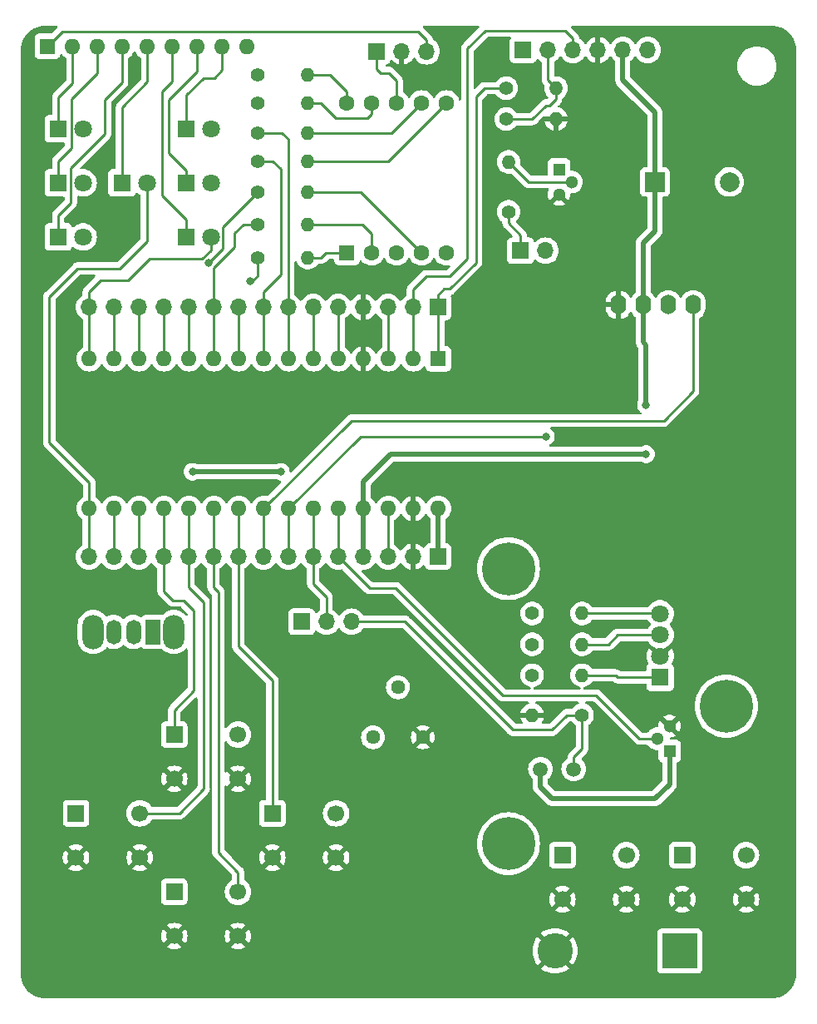
<source format=gtl>
%TF.GenerationSoftware,KiCad,Pcbnew,7.0.6*%
%TF.CreationDate,2023-07-29T04:39:01-03:00*%
%TF.ProjectId,OpenLabGeniosNano_V1,4f70656e-4c61-4624-9765-6e696f734e61,V1.0*%
%TF.SameCoordinates,Original*%
%TF.FileFunction,Copper,L1,Top*%
%TF.FilePolarity,Positive*%
%FSLAX46Y46*%
G04 Gerber Fmt 4.6, Leading zero omitted, Abs format (unit mm)*
G04 Created by KiCad (PCBNEW 7.0.6) date 2023-07-29 04:39:01*
%MOMM*%
%LPD*%
G01*
G04 APERTURE LIST*
%TA.AperFunction,ComponentPad*%
%ADD10C,1.400000*%
%TD*%
%TA.AperFunction,ComponentPad*%
%ADD11O,1.400000X1.400000*%
%TD*%
%TA.AperFunction,ComponentPad*%
%ADD12R,1.700000X1.700000*%
%TD*%
%TA.AperFunction,ComponentPad*%
%ADD13O,1.700000X1.700000*%
%TD*%
%TA.AperFunction,ComponentPad*%
%ADD14C,1.440000*%
%TD*%
%TA.AperFunction,ComponentPad*%
%ADD15R,2.000000X2.000000*%
%TD*%
%TA.AperFunction,ComponentPad*%
%ADD16C,2.000000*%
%TD*%
%TA.AperFunction,ComponentPad*%
%ADD17R,1.600000X1.600000*%
%TD*%
%TA.AperFunction,ComponentPad*%
%ADD18O,1.600000X1.600000*%
%TD*%
%TA.AperFunction,ComponentPad*%
%ADD19C,1.600000*%
%TD*%
%TA.AperFunction,ComponentPad*%
%ADD20R,1.800000X1.800000*%
%TD*%
%TA.AperFunction,ComponentPad*%
%ADD21C,1.800000*%
%TD*%
%TA.AperFunction,ComponentPad*%
%ADD22C,5.400000*%
%TD*%
%TA.AperFunction,ComponentPad*%
%ADD23O,1.600000X2.000000*%
%TD*%
%TA.AperFunction,ComponentPad*%
%ADD24C,1.700000*%
%TD*%
%TA.AperFunction,ComponentPad*%
%ADD25R,1.300000X1.300000*%
%TD*%
%TA.AperFunction,ComponentPad*%
%ADD26C,1.300000*%
%TD*%
%TA.AperFunction,ComponentPad*%
%ADD27O,2.200000X3.500000*%
%TD*%
%TA.AperFunction,ComponentPad*%
%ADD28R,1.500000X2.500000*%
%TD*%
%TA.AperFunction,ComponentPad*%
%ADD29O,1.500000X2.500000*%
%TD*%
%TA.AperFunction,ComponentPad*%
%ADD30C,1.500000*%
%TD*%
%TA.AperFunction,ComponentPad*%
%ADD31R,3.600000X3.600000*%
%TD*%
%TA.AperFunction,ComponentPad*%
%ADD32C,3.600000*%
%TD*%
%TA.AperFunction,ViaPad*%
%ADD33C,0.800000*%
%TD*%
%TA.AperFunction,Conductor*%
%ADD34C,0.250000*%
%TD*%
%TA.AperFunction,Conductor*%
%ADD35C,0.500000*%
%TD*%
G04 APERTURE END LIST*
D10*
%TO.P,R13,1*%
%TO.N,D8*%
X95520000Y-50440000D03*
D11*
%TO.P,R13,2*%
%TO.N,Net-(U1-E)*%
X100600000Y-50440000D03*
%TD*%
D12*
%TO.P,J6,1,Pin_1*%
%TO.N,unconnected-(J6-Pin_1-Pad1)*%
X122535000Y-29315000D03*
D13*
%TO.P,J6,2,Pin_2*%
%TO.N,Net-(J6-Pin_2)*%
X125075000Y-29315000D03*
%TO.P,J6,3,Pin_3*%
%TO.N,D0{slash}RX*%
X127615000Y-29315000D03*
%TO.P,J6,4,Pin_4*%
%TO.N,GND*%
X130155000Y-29315000D03*
%TO.P,J6,5,Pin_5*%
%TO.N,+5V*%
X132695000Y-29315000D03*
%TO.P,J6,6,Pin_6*%
%TO.N,unconnected-(J6-Pin_6-Pad6)*%
X135235000Y-29315000D03*
%TD*%
D12*
%TO.P,J4,1,Pin_1*%
%TO.N,Net-(J4-Pin_1)*%
X122285000Y-49740000D03*
D13*
%TO.P,J4,2,Pin_2*%
%TO.N,D3{slash}INT1{slash}PWM*%
X124825000Y-49740000D03*
%TD*%
D10*
%TO.P,R4,1*%
%TO.N,D11{slash}MOSI{slash}PWM*%
X123460000Y-92950000D03*
D11*
%TO.P,R4,2*%
%TO.N,Net-(D8-RA)*%
X128540000Y-92950000D03*
%TD*%
D14*
%TO.P,RV1,1,1*%
%TO.N,GND*%
X112340000Y-99255000D03*
%TO.P,RV1,2,2*%
%TO.N,Net-(J5-Pin_1)*%
X109800000Y-94175000D03*
%TO.P,RV1,3,3*%
%TO.N,+5V*%
X107260000Y-99255000D03*
%TD*%
D12*
%TO.P,J1,1,Pin_1*%
%TO.N,D1{slash}TX*%
X113860000Y-55465000D03*
D13*
%TO.P,J1,2,Pin_2*%
%TO.N,D0{slash}RX*%
X111320000Y-55465000D03*
%TO.P,J1,3,Pin_3*%
%TO.N,RESET1*%
X108780000Y-55465000D03*
%TO.P,J1,4,Pin_4*%
%TO.N,GND*%
X106240000Y-55465000D03*
%TO.P,J1,5,Pin_5*%
%TO.N,D2{slash}INT0*%
X103700000Y-55465000D03*
%TO.P,J1,6,Pin_6*%
%TO.N,D3{slash}INT1{slash}PWM*%
X101160000Y-55465000D03*
%TO.P,J1,7,Pin_7*%
%TO.N,D4*%
X98620000Y-55465000D03*
%TO.P,J1,8,Pin_8*%
%TO.N,D5{slash}PWM*%
X96080000Y-55465000D03*
%TO.P,J1,9,Pin_9*%
%TO.N,D6{slash}PWM*%
X93540000Y-55465000D03*
%TO.P,J1,10,Pin_10*%
%TO.N,D7*%
X91000000Y-55465000D03*
%TO.P,J1,11,Pin_11*%
%TO.N,D8*%
X88460000Y-55465000D03*
%TO.P,J1,12,Pin_12*%
%TO.N,D9{slash}PWM*%
X85920000Y-55465000D03*
%TO.P,J1,13,Pin_13*%
%TO.N,D10{slash}SS{slash}PWM*%
X83380000Y-55465000D03*
%TO.P,J1,14,Pin_14*%
%TO.N,D11{slash}MOSI{slash}PWM*%
X80840000Y-55465000D03*
%TO.P,J1,15,Pin_15*%
%TO.N,D12{slash}MISO*%
X78300000Y-55465000D03*
%TD*%
D15*
%TO.P,BZ1,1,-*%
%TO.N,+5V*%
X135960000Y-42740000D03*
D16*
%TO.P,BZ1,2,+*%
%TO.N,Net-(BZ1-+)*%
X143560000Y-42740000D03*
%TD*%
D17*
%TO.P,A1,1,D1/TX*%
%TO.N,D1{slash}TX*%
X113910000Y-60730000D03*
D18*
%TO.P,A1,2,D0/RX*%
%TO.N,D0{slash}RX*%
X111370000Y-60730000D03*
%TO.P,A1,3,~{RESET}*%
%TO.N,RESET1*%
X108830000Y-60730000D03*
%TO.P,A1,4,GND*%
%TO.N,GND*%
X106290000Y-60730000D03*
%TO.P,A1,5,D2*%
%TO.N,D2{slash}INT0*%
X103750000Y-60730000D03*
%TO.P,A1,6,D3*%
%TO.N,D3{slash}INT1{slash}PWM*%
X101210000Y-60730000D03*
%TO.P,A1,7,D4*%
%TO.N,D4*%
X98670000Y-60730000D03*
%TO.P,A1,8,D5*%
%TO.N,D5{slash}PWM*%
X96130000Y-60730000D03*
%TO.P,A1,9,D6*%
%TO.N,D6{slash}PWM*%
X93590000Y-60730000D03*
%TO.P,A1,10,D7*%
%TO.N,D7*%
X91050000Y-60730000D03*
%TO.P,A1,11,D8*%
%TO.N,D8*%
X88510000Y-60730000D03*
%TO.P,A1,12,D9*%
%TO.N,D9{slash}PWM*%
X85970000Y-60730000D03*
%TO.P,A1,13,D10*%
%TO.N,D10{slash}SS{slash}PWM*%
X83430000Y-60730000D03*
%TO.P,A1,14,D11*%
%TO.N,D11{slash}MOSI{slash}PWM*%
X80890000Y-60730000D03*
%TO.P,A1,15,D12*%
%TO.N,D12{slash}MISO*%
X78350000Y-60730000D03*
%TO.P,A1,16,D13*%
%TO.N,D13{slash}SCK*%
X78350000Y-75970000D03*
%TO.P,A1,17,3V3*%
%TO.N,+3.3V*%
X80890000Y-75970000D03*
%TO.P,A1,18,AREF*%
%TO.N,AREF*%
X83430000Y-75970000D03*
%TO.P,A1,19,A0*%
%TO.N,A0*%
X85970000Y-75970000D03*
%TO.P,A1,20,A1*%
%TO.N,A1*%
X88510000Y-75970000D03*
%TO.P,A1,21,A2*%
%TO.N,A2*%
X91050000Y-75970000D03*
%TO.P,A1,22,A3*%
%TO.N,A3*%
X93590000Y-75970000D03*
%TO.P,A1,23,A4*%
%TO.N,A4{slash}SDA*%
X96130000Y-75970000D03*
%TO.P,A1,24,A5*%
%TO.N,A5{slash}SCL*%
X98670000Y-75970000D03*
%TO.P,A1,25,A6*%
%TO.N,A6*%
X101210000Y-75970000D03*
%TO.P,A1,26,A7*%
%TO.N,A7*%
X103750000Y-75970000D03*
%TO.P,A1,27,+5V*%
%TO.N,+5V*%
X106290000Y-75970000D03*
%TO.P,A1,28,~{RESET}*%
%TO.N,RESET2*%
X108830000Y-75970000D03*
%TO.P,A1,29,GND*%
%TO.N,GND*%
X111370000Y-75970000D03*
%TO.P,A1,30,VIN*%
%TO.N,+BATT*%
X113910000Y-75970000D03*
%TD*%
D17*
%TO.P,U1,1,E*%
%TO.N,Net-(U1-E)*%
X104580000Y-49937500D03*
D19*
%TO.P,U1,2,D*%
%TO.N,Net-(U1-D)*%
X107120000Y-49937500D03*
%TO.P,U1,3,CC*%
%TO.N,Net-(J3-Pin_1)*%
X109660000Y-49937500D03*
%TO.P,U1,4,C*%
%TO.N,Net-(U1-C)*%
X112200000Y-49937500D03*
%TO.P,U1,5,DP*%
%TO.N,unconnected-(U1-DP-Pad5)*%
X114740000Y-49937500D03*
%TO.P,U1,6,B*%
%TO.N,Net-(U1-B)*%
X114740000Y-34697500D03*
%TO.P,U1,7,A*%
%TO.N,Net-(U1-A)*%
X112200000Y-34697500D03*
%TO.P,U1,8,CC*%
%TO.N,Net-(J3-Pin_1)*%
X109660000Y-34697500D03*
%TO.P,U1,9,F*%
%TO.N,Net-(U1-F)*%
X107120000Y-34697500D03*
%TO.P,U1,10,G*%
%TO.N,Net-(U1-G)*%
X104580000Y-34697500D03*
%TD*%
D10*
%TO.P,R10,1*%
%TO.N,D5{slash}PWM*%
X95520000Y-40640000D03*
D11*
%TO.P,R10,2*%
%TO.N,Net-(U1-B)*%
X100600000Y-40640000D03*
%TD*%
D12*
%TO.P,J5,1,Pin_1*%
%TO.N,Net-(J5-Pin_1)*%
X99975000Y-87500000D03*
D13*
%TO.P,J5,2,Pin_2*%
%TO.N,A6*%
X102515000Y-87500000D03*
%TO.P,J5,3,Pin_3*%
%TO.N,Net-(J5-Pin_3)*%
X105055000Y-87500000D03*
%TD*%
D10*
%TO.P,R2,1*%
%TO.N,D9{slash}PWM*%
X123460000Y-86650000D03*
D11*
%TO.P,R2,2*%
%TO.N,Net-(D8-BA)*%
X128540000Y-86650000D03*
%TD*%
D20*
%TO.P,D5,1,K*%
%TO.N,Net-(D5-K)*%
X88185000Y-37340000D03*
D21*
%TO.P,D5,2,A*%
%TO.N,D7*%
X90725000Y-37340000D03*
%TD*%
D10*
%TO.P,R6,1*%
%TO.N,Net-(J5-Pin_3)*%
X128540000Y-97000000D03*
D11*
%TO.P,R6,2*%
%TO.N,GND*%
X123460000Y-97000000D03*
%TD*%
D10*
%TO.P,R7,1*%
%TO.N,D1{slash}TX*%
X120820000Y-33190000D03*
D11*
%TO.P,R7,2*%
%TO.N,Net-(J6-Pin_2)*%
X125900000Y-33190000D03*
%TD*%
D10*
%TO.P,R11,1*%
%TO.N,D6{slash}PWM*%
X95520000Y-43740000D03*
D11*
%TO.P,R11,2*%
%TO.N,Net-(U1-C)*%
X100600000Y-43740000D03*
%TD*%
D22*
%TO.P,H4,1*%
%TO.N,N/C*%
X121050000Y-82100000D03*
%TD*%
D10*
%TO.P,R14,1*%
%TO.N,D12{slash}MISO*%
X95520000Y-34740000D03*
D11*
%TO.P,R14,2*%
%TO.N,Net-(U1-F)*%
X100600000Y-34740000D03*
%TD*%
D23*
%TO.P,Brd1,1,GND*%
%TO.N,GND*%
X132240000Y-55240000D03*
%TO.P,Brd1,2,VCC*%
%TO.N,+5V*%
X134780000Y-55240000D03*
%TO.P,Brd1,3,SCL*%
%TO.N,A5{slash}SCL*%
X137320000Y-55240000D03*
%TO.P,Brd1,4,SDA*%
%TO.N,A4{slash}SDA*%
X139860000Y-55240000D03*
%TD*%
D20*
%TO.P,D6,1,K*%
%TO.N,Net-(D6-K)*%
X88185000Y-42840000D03*
D21*
%TO.P,D6,2,A*%
%TO.N,D8*%
X90725000Y-42840000D03*
%TD*%
D12*
%TO.P,SW4,1,A*%
%TO.N,A2*%
X87000000Y-115000000D03*
D24*
X93500000Y-115000000D03*
%TO.P,SW4,2,B*%
%TO.N,GND*%
X87000000Y-119500000D03*
X93500000Y-119500000D03*
%TD*%
D10*
%TO.P,R3,1*%
%TO.N,D10{slash}SS{slash}PWM*%
X123460000Y-89800000D03*
D11*
%TO.P,R3,2*%
%TO.N,Net-(D8-GA)*%
X128540000Y-89800000D03*
%TD*%
D20*
%TO.P,D1,1,K*%
%TO.N,Net-(D1-K)*%
X75185000Y-37340000D03*
D21*
%TO.P,D1,2,A*%
%TO.N,D4*%
X77725000Y-37340000D03*
%TD*%
D20*
%TO.P,D4,1,K*%
%TO.N,Net-(D4-K)*%
X81685000Y-42840000D03*
D21*
%TO.P,D4,2,A*%
%TO.N,D13{slash}SCK*%
X84225000Y-42840000D03*
%TD*%
D12*
%TO.P,SW6,1,A*%
%TO.N,D3{slash}INT1{slash}PWM*%
X126550000Y-111250000D03*
D24*
X133050000Y-111250000D03*
%TO.P,SW6,2,B*%
%TO.N,GND*%
X126550000Y-115750000D03*
X133050000Y-115750000D03*
%TD*%
D10*
%TO.P,R12,1*%
%TO.N,D7*%
X95520000Y-47040000D03*
D11*
%TO.P,R12,2*%
%TO.N,Net-(U1-D)*%
X100600000Y-47040000D03*
%TD*%
D12*
%TO.P,SW5,1,A*%
%TO.N,A3*%
X97000000Y-107000000D03*
D24*
X103500000Y-107000000D03*
%TO.P,SW5,2,B*%
%TO.N,GND*%
X97000000Y-111500000D03*
X103500000Y-111500000D03*
%TD*%
D12*
%TO.P,J2,1,Pin_1*%
%TO.N,+BATT*%
X113860000Y-80865000D03*
D13*
%TO.P,J2,2,Pin_2*%
%TO.N,GND*%
X111320000Y-80865000D03*
%TO.P,J2,3,Pin_3*%
%TO.N,RESET2*%
X108780000Y-80865000D03*
%TO.P,J2,4,Pin_4*%
%TO.N,+5V*%
X106240000Y-80865000D03*
%TO.P,J2,5,Pin_5*%
%TO.N,A7*%
X103700000Y-80865000D03*
%TO.P,J2,6,Pin_6*%
%TO.N,A6*%
X101160000Y-80865000D03*
%TO.P,J2,7,Pin_7*%
%TO.N,A5{slash}SCL*%
X98620000Y-80865000D03*
%TO.P,J2,8,Pin_8*%
%TO.N,A4{slash}SDA*%
X96080000Y-80865000D03*
%TO.P,J2,9,Pin_9*%
%TO.N,A3*%
X93540000Y-80865000D03*
%TO.P,J2,10,Pin_10*%
%TO.N,A2*%
X91000000Y-80865000D03*
%TO.P,J2,11,Pin_11*%
%TO.N,A1*%
X88460000Y-80865000D03*
%TO.P,J2,12,Pin_12*%
%TO.N,A0*%
X85920000Y-80865000D03*
%TO.P,J2,13,Pin_13*%
%TO.N,AREF*%
X83380000Y-80865000D03*
%TO.P,J2,14,Pin_14*%
%TO.N,+3.3V*%
X80840000Y-80865000D03*
%TO.P,J2,15,Pin_15*%
%TO.N,D13{slash}SCK*%
X78300000Y-80865000D03*
%TD*%
D20*
%TO.P,D8,1,RA*%
%TO.N,Net-(D8-RA)*%
X136500000Y-93159000D03*
D21*
%TO.P,D8,2,K*%
%TO.N,GND*%
X136500000Y-91000000D03*
%TO.P,D8,3,GA*%
%TO.N,Net-(D8-GA)*%
X136500000Y-88841000D03*
%TO.P,D8,4,BA*%
%TO.N,Net-(D8-BA)*%
X136500000Y-86682000D03*
%TD*%
D22*
%TO.P,H3,1*%
%TO.N,N/C*%
X121050000Y-110100000D03*
%TD*%
D20*
%TO.P,D2,1,K*%
%TO.N,Net-(D2-K)*%
X75185000Y-42840000D03*
D21*
%TO.P,D2,2,A*%
%TO.N,D5{slash}PWM*%
X77725000Y-42840000D03*
%TD*%
D25*
%TO.P,U2,1,+V_{S}*%
%TO.N,+5V*%
X137460000Y-100670000D03*
D26*
%TO.P,U2,2,V_{OUT}*%
%TO.N,A7*%
X136190000Y-99400000D03*
%TO.P,U2,3,GND*%
%TO.N,GND*%
X137460000Y-98130000D03*
%TD*%
D25*
%TO.P,Q1,1,C*%
%TO.N,Net-(BZ1-+)*%
X126200000Y-41470000D03*
D26*
%TO.P,Q1,2,B*%
%TO.N,Net-(Q1-B)*%
X127470000Y-42740000D03*
%TO.P,Q1,3,E*%
%TO.N,GND*%
X126200000Y-44010000D03*
%TD*%
D27*
%TO.P,SW1,*%
%TO.N,*%
X86960000Y-88542500D03*
X78760000Y-88542500D03*
D28*
%TO.P,SW1,1,A*%
%TO.N,+BATT*%
X84860000Y-88542500D03*
D29*
%TO.P,SW1,2,B*%
%TO.N,/CPU/BATTSWITCH*%
X82860000Y-88542500D03*
%TO.P,SW1,3,C*%
X80860000Y-88542500D03*
%TD*%
D12*
%TO.P,SW2,1,A*%
%TO.N,A1*%
X77000000Y-107000000D03*
D24*
X83500000Y-107000000D03*
%TO.P,SW2,2,B*%
%TO.N,GND*%
X77000000Y-111500000D03*
X83500000Y-111500000D03*
%TD*%
D20*
%TO.P,D7,1,K*%
%TO.N,Net-(D7-K)*%
X88185000Y-48340000D03*
D21*
%TO.P,D7,2,A*%
%TO.N,D12{slash}MISO*%
X90725000Y-48340000D03*
%TD*%
D10*
%TO.P,R8,1*%
%TO.N,Net-(J6-Pin_2)*%
X120820000Y-36340000D03*
D11*
%TO.P,R8,2*%
%TO.N,GND*%
X125900000Y-36340000D03*
%TD*%
D12*
%TO.P,SW7,1,A*%
%TO.N,D2{slash}INT0*%
X138750000Y-111250000D03*
D24*
X145250000Y-111250000D03*
%TO.P,SW7,2,B*%
%TO.N,GND*%
X138750000Y-115750000D03*
X145250000Y-115750000D03*
%TD*%
D20*
%TO.P,D3,1,K*%
%TO.N,Net-(D3-K)*%
X75185000Y-48340000D03*
D21*
%TO.P,D3,2,A*%
%TO.N,D6{slash}PWM*%
X77725000Y-48340000D03*
%TD*%
D12*
%TO.P,SW3,1,A*%
%TO.N,A0*%
X87000000Y-99000000D03*
D24*
X93500000Y-99000000D03*
%TO.P,SW3,2,B*%
%TO.N,GND*%
X87000000Y-103500000D03*
X93500000Y-103500000D03*
%TD*%
D10*
%TO.P,R9,1*%
%TO.N,D4*%
X95520000Y-37740000D03*
D11*
%TO.P,R9,2*%
%TO.N,Net-(U1-A)*%
X100600000Y-37740000D03*
%TD*%
D30*
%TO.P,R5,1*%
%TO.N,+5V*%
X124300000Y-102500000D03*
%TO.P,R5,2*%
%TO.N,Net-(J5-Pin_3)*%
X127700000Y-102500000D03*
%TD*%
D10*
%TO.P,R15,1*%
%TO.N,D13{slash}SCK*%
X95520000Y-31840000D03*
D11*
%TO.P,R15,2*%
%TO.N,Net-(U1-G)*%
X100600000Y-31840000D03*
%TD*%
D10*
%TO.P,R1,1*%
%TO.N,Net-(J4-Pin_1)*%
X121060000Y-45780000D03*
D11*
%TO.P,R1,2*%
%TO.N,Net-(Q1-B)*%
X121060000Y-40700000D03*
%TD*%
D22*
%TO.P,H2,1*%
%TO.N,N/C*%
X143250000Y-96100000D03*
%TD*%
D12*
%TO.P,J3,1,Pin_1*%
%TO.N,Net-(J3-Pin_1)*%
X107635000Y-29440000D03*
D13*
%TO.P,J3,2,Pin_2*%
%TO.N,GND*%
X110175000Y-29440000D03*
%TO.P,J3,3,Pin_3*%
%TO.N,Net-(J3-Pin_3)*%
X112715000Y-29440000D03*
%TD*%
D17*
%TO.P,RN2,1,common*%
%TO.N,Net-(J3-Pin_3)*%
X74085000Y-28940000D03*
D18*
%TO.P,RN2,2,R1*%
%TO.N,Net-(D1-K)*%
X76625000Y-28940000D03*
%TO.P,RN2,3,R2*%
%TO.N,Net-(D2-K)*%
X79165000Y-28940000D03*
%TO.P,RN2,4,R3*%
%TO.N,Net-(D3-K)*%
X81705000Y-28940000D03*
%TO.P,RN2,5,R4*%
%TO.N,Net-(D4-K)*%
X84245000Y-28940000D03*
%TO.P,RN2,6,R5*%
%TO.N,Net-(D7-K)*%
X86785000Y-28940000D03*
%TO.P,RN2,7,R6*%
%TO.N,Net-(D6-K)*%
X89325000Y-28940000D03*
%TO.P,RN2,8,R7*%
%TO.N,Net-(D5-K)*%
X91865000Y-28940000D03*
%TO.P,RN2,9,R8*%
%TO.N,unconnected-(RN2-R8-Pad9)*%
X94405000Y-28940000D03*
%TD*%
D31*
%TO.P,BT1,1,+*%
%TO.N,/CPU/BATTSWITCH*%
X138500000Y-121000000D03*
D32*
%TO.P,BT1,2,-*%
%TO.N,GND*%
X125800000Y-121000000D03*
%TD*%
D33*
%TO.N,D6{slash}PWM*%
X90497701Y-50977701D03*
%TO.N,D8*%
X94760000Y-52840000D03*
%TO.N,A5{slash}SCL*%
X124860000Y-68640000D03*
%TO.N,+5V*%
X135060000Y-70440000D03*
X135060000Y-65440000D03*
%TO.N,+BATT*%
X97860000Y-72240000D03*
X88860000Y-72240000D03*
%TD*%
D34*
%TO.N,D1{slash}TX*%
X113910000Y-60730000D02*
X113910000Y-55515000D01*
X114460000Y-53640000D02*
X115060000Y-53640000D01*
X115060000Y-53640000D02*
X117760000Y-50940000D01*
X117760000Y-50940000D02*
X117760000Y-34040000D01*
X113910000Y-55515000D02*
X113860000Y-55465000D01*
X117760000Y-34040000D02*
X118610000Y-33190000D01*
X113860000Y-54240000D02*
X114460000Y-53640000D01*
X113860000Y-55465000D02*
X113860000Y-54240000D01*
X118610000Y-33190000D02*
X120820000Y-33190000D01*
%TO.N,D0{slash}RX*%
X111370000Y-60730000D02*
X111370000Y-55515000D01*
X111370000Y-55515000D02*
X111320000Y-55465000D01*
X111320000Y-53680000D02*
X112660000Y-52340000D01*
X116860000Y-29140000D02*
X118660000Y-27340000D01*
X116860000Y-50540000D02*
X116860000Y-29140000D01*
X112660000Y-52340000D02*
X115060000Y-52340000D01*
X118660000Y-27340000D02*
X126860000Y-27340000D01*
X126860000Y-27340000D02*
X127615000Y-28095000D01*
X115060000Y-52340000D02*
X116860000Y-50540000D01*
X111320000Y-55465000D02*
X111320000Y-53680000D01*
X127615000Y-28095000D02*
X127615000Y-29315000D01*
%TO.N,RESET1*%
X108830000Y-55515000D02*
X108780000Y-55465000D01*
X108830000Y-60730000D02*
X108830000Y-55515000D01*
%TO.N,GND*%
X106290000Y-55515000D02*
X106240000Y-55465000D01*
X111320000Y-80865000D02*
X111320000Y-76020000D01*
X106290000Y-60730000D02*
X106290000Y-55515000D01*
X111320000Y-76020000D02*
X111370000Y-75970000D01*
%TO.N,D2{slash}INT0*%
X103750000Y-60730000D02*
X103750000Y-55515000D01*
X103750000Y-55515000D02*
X103700000Y-55465000D01*
%TO.N,D3{slash}INT1{slash}PWM*%
X101210000Y-60730000D02*
X101210000Y-55515000D01*
X101210000Y-55515000D02*
X101160000Y-55465000D01*
%TO.N,D4*%
X98620000Y-38400000D02*
X97960000Y-37740000D01*
X98670000Y-55515000D02*
X98620000Y-55465000D01*
X98670000Y-60730000D02*
X98670000Y-55515000D01*
X98620000Y-55465000D02*
X98620000Y-38400000D01*
X97960000Y-37740000D02*
X95520000Y-37740000D01*
%TO.N,D5{slash}PWM*%
X97860000Y-52140000D02*
X97860000Y-41440000D01*
X97060000Y-40640000D02*
X95520000Y-40640000D01*
X96080000Y-55465000D02*
X96080000Y-53920000D01*
X96130000Y-60730000D02*
X96130000Y-55515000D01*
X97860000Y-41440000D02*
X97060000Y-40640000D01*
X96080000Y-53920000D02*
X97860000Y-52140000D01*
X96130000Y-55515000D02*
X96080000Y-55465000D01*
%TO.N,D6{slash}PWM*%
X91950000Y-47310000D02*
X91950000Y-49525402D01*
X91950000Y-49525402D02*
X90497701Y-50977701D01*
X93590000Y-60730000D02*
X93590000Y-55515000D01*
X93590000Y-55515000D02*
X93540000Y-55465000D01*
X95520000Y-43740000D02*
X91950000Y-47310000D01*
%TO.N,D7*%
X93160000Y-47940000D02*
X94060000Y-47040000D01*
X94060000Y-47040000D02*
X95520000Y-47040000D01*
X93160000Y-49340000D02*
X93160000Y-47940000D01*
X91050000Y-55515000D02*
X91000000Y-55465000D01*
X91000000Y-51500000D02*
X93160000Y-49340000D01*
X91000000Y-55465000D02*
X91000000Y-51500000D01*
X91050000Y-60730000D02*
X91050000Y-55515000D01*
%TO.N,D8*%
X94960000Y-52840000D02*
X95520000Y-52280000D01*
X88510000Y-55515000D02*
X88460000Y-55465000D01*
X94760000Y-52840000D02*
X94960000Y-52840000D01*
X95520000Y-52280000D02*
X95520000Y-50440000D01*
X88510000Y-60730000D02*
X88510000Y-55515000D01*
%TO.N,D9{slash}PWM*%
X85970000Y-60730000D02*
X85970000Y-55515000D01*
X85970000Y-55515000D02*
X85920000Y-55465000D01*
%TO.N,D10{slash}SS{slash}PWM*%
X83430000Y-55515000D02*
X83380000Y-55465000D01*
X83430000Y-60730000D02*
X83430000Y-55515000D01*
%TO.N,D11{slash}MOSI{slash}PWM*%
X80890000Y-55515000D02*
X80840000Y-55465000D01*
X80890000Y-60730000D02*
X80890000Y-55515000D01*
%TO.N,D12{slash}MISO*%
X90725000Y-49675000D02*
X90725000Y-48340000D01*
X84460000Y-50540000D02*
X89860000Y-50540000D01*
X78350000Y-55515000D02*
X78300000Y-55465000D01*
X78300000Y-55465000D02*
X78300000Y-53900000D01*
X89860000Y-50540000D02*
X90725000Y-49675000D01*
X82260000Y-52740000D02*
X84460000Y-50540000D01*
X78350000Y-60730000D02*
X78350000Y-55515000D01*
X79460000Y-52740000D02*
X82260000Y-52740000D01*
X78300000Y-53900000D02*
X79460000Y-52740000D01*
%TO.N,D13{slash}SCK*%
X78300000Y-76020000D02*
X78350000Y-75970000D01*
X84225000Y-48775000D02*
X84225000Y-42840000D01*
X78350000Y-73330000D02*
X74260000Y-69240000D01*
X74260000Y-69240000D02*
X74260000Y-54440000D01*
X74260000Y-54440000D02*
X77160000Y-51540000D01*
X81460000Y-51540000D02*
X84225000Y-48775000D01*
X78300000Y-80865000D02*
X78300000Y-76020000D01*
X78350000Y-75970000D02*
X78350000Y-73330000D01*
X77160000Y-51540000D02*
X81460000Y-51540000D01*
%TO.N,+3.3V*%
X80840000Y-80865000D02*
X80840000Y-76020000D01*
X80840000Y-76020000D02*
X80890000Y-75970000D01*
%TO.N,AREF*%
X83380000Y-80865000D02*
X83380000Y-76020000D01*
X83380000Y-76020000D02*
X83430000Y-75970000D01*
%TO.N,A0*%
X85920000Y-80865000D02*
X85920000Y-84400000D01*
X87000000Y-96500000D02*
X87000000Y-99000000D01*
X89000000Y-86380000D02*
X89000000Y-94500000D01*
X85920000Y-80865000D02*
X85920000Y-76020000D01*
X89000000Y-94500000D02*
X87000000Y-96500000D01*
X86860000Y-85340000D02*
X87960000Y-85340000D01*
X85920000Y-84400000D02*
X86860000Y-85340000D01*
X87960000Y-85340000D02*
X89000000Y-86380000D01*
X85920000Y-76020000D02*
X85970000Y-75970000D01*
%TO.N,A1*%
X90000000Y-85500000D02*
X90000000Y-104500000D01*
X87500000Y-107000000D02*
X83500000Y-107000000D01*
X90000000Y-104500000D02*
X87500000Y-107000000D01*
X88460000Y-80865000D02*
X88460000Y-83960000D01*
X88460000Y-76020000D02*
X88510000Y-75970000D01*
X88460000Y-80865000D02*
X88460000Y-76020000D01*
X88460000Y-83960000D02*
X90000000Y-85500000D01*
%TO.N,A2*%
X91000000Y-84000000D02*
X91500000Y-84500000D01*
X91500000Y-84500000D02*
X91500000Y-111000000D01*
X93500000Y-113000000D02*
X93500000Y-115000000D01*
X91000000Y-80865000D02*
X91000000Y-84000000D01*
X91000000Y-76020000D02*
X91050000Y-75970000D01*
X91500000Y-111000000D02*
X93500000Y-113000000D01*
X91000000Y-80865000D02*
X91000000Y-76020000D01*
%TO.N,A3*%
X93540000Y-76020000D02*
X93590000Y-75970000D01*
X93540000Y-80865000D02*
X93540000Y-76020000D01*
X97000000Y-93500000D02*
X97000000Y-107000000D01*
X93540000Y-90040000D02*
X97000000Y-93500000D01*
X93540000Y-80865000D02*
X93540000Y-90040000D01*
%TO.N,A4{slash}SDA*%
X96130000Y-75970000D02*
X105060000Y-67040000D01*
X105060000Y-67040000D02*
X136860000Y-67040000D01*
X139860000Y-64040000D02*
X139860000Y-55240000D01*
X96080000Y-76020000D02*
X96130000Y-75970000D01*
X136860000Y-67040000D02*
X139860000Y-64040000D01*
X96080000Y-80865000D02*
X96080000Y-76020000D01*
%TO.N,A5{slash}SCL*%
X98670000Y-75970000D02*
X106000000Y-68640000D01*
X106000000Y-68640000D02*
X124860000Y-68640000D01*
X98620000Y-76020000D02*
X98670000Y-75970000D01*
X98620000Y-80865000D02*
X98620000Y-76020000D01*
%TO.N,A6*%
X101160000Y-76020000D02*
X101210000Y-75970000D01*
X102515000Y-87500000D02*
X102515000Y-85015000D01*
X102515000Y-85015000D02*
X101160000Y-83660000D01*
X101160000Y-80865000D02*
X101160000Y-76020000D01*
X101160000Y-83660000D02*
X101160000Y-80865000D01*
%TO.N,A7*%
X106917500Y-84082500D02*
X109582500Y-84082500D01*
X120500000Y-95000000D02*
X109582500Y-84082500D01*
X136190000Y-99400000D02*
X134400000Y-99400000D01*
X103700000Y-80865000D02*
X103700000Y-76020000D01*
X130000000Y-95000000D02*
X120500000Y-95000000D01*
X134400000Y-99400000D02*
X130000000Y-95000000D01*
X103700000Y-76020000D02*
X103750000Y-75970000D01*
X103700000Y-80865000D02*
X106917500Y-84082500D01*
D35*
%TO.N,+5V*%
X135060000Y-59340000D02*
X134780000Y-59060000D01*
X135960000Y-35640000D02*
X132695000Y-32375000D01*
X135960000Y-47740000D02*
X135960000Y-42740000D01*
X106240000Y-80865000D02*
X106240000Y-76020000D01*
X124300000Y-104300000D02*
X124300000Y-102500000D01*
X134780000Y-48920000D02*
X135960000Y-47740000D01*
X106290000Y-75970000D02*
X106290000Y-73210000D01*
X136000000Y-105500000D02*
X125500000Y-105500000D01*
X137460000Y-100670000D02*
X137460000Y-104040000D01*
X137460000Y-104040000D02*
X136000000Y-105500000D01*
D34*
X106240000Y-76020000D02*
X106290000Y-75970000D01*
D35*
X134780000Y-59060000D02*
X134780000Y-55240000D01*
X109060000Y-70440000D02*
X134760000Y-70440000D01*
X132695000Y-32375000D02*
X132695000Y-29315000D01*
X134780000Y-55240000D02*
X134780000Y-48920000D01*
D34*
X134760000Y-70440000D02*
X135060000Y-70440000D01*
D35*
X135060000Y-65440000D02*
X135060000Y-59340000D01*
X125500000Y-105500000D02*
X124300000Y-104300000D01*
X135960000Y-42740000D02*
X135960000Y-35640000D01*
X106290000Y-73210000D02*
X109060000Y-70440000D01*
D34*
%TO.N,RESET2*%
X108780000Y-80865000D02*
X108780000Y-76020000D01*
X108780000Y-76020000D02*
X108830000Y-75970000D01*
%TO.N,+BATT*%
X113860000Y-76020000D02*
X113910000Y-75970000D01*
D35*
X88860000Y-72240000D02*
X97860000Y-72240000D01*
X113860000Y-80865000D02*
X113860000Y-76020000D01*
D34*
%TO.N,Net-(D1-K)*%
X75185000Y-37340000D02*
X75185000Y-34115000D01*
X76625000Y-32675000D02*
X76625000Y-28940000D01*
X75185000Y-34115000D02*
X76625000Y-32675000D01*
%TO.N,Net-(D2-K)*%
X75185000Y-40615000D02*
X76500000Y-39300000D01*
X79165000Y-31635000D02*
X79165000Y-28940000D01*
X75185000Y-42840000D02*
X75185000Y-40615000D01*
X76500000Y-39300000D02*
X76500000Y-34300000D01*
X76500000Y-34300000D02*
X79165000Y-31635000D01*
%TO.N,Net-(D3-K)*%
X75185000Y-46115000D02*
X76460000Y-44840000D01*
X79960000Y-37840000D02*
X79960000Y-34340000D01*
X76460000Y-44840000D02*
X76460000Y-41340000D01*
X75185000Y-48340000D02*
X75185000Y-46115000D01*
X76460000Y-41340000D02*
X79960000Y-37840000D01*
X79960000Y-34340000D02*
X81705000Y-32595000D01*
X81705000Y-32595000D02*
X81705000Y-28940000D01*
%TO.N,Net-(D4-K)*%
X81685000Y-35115000D02*
X84245000Y-32555000D01*
X84245000Y-32555000D02*
X84245000Y-28940000D01*
X81685000Y-42840000D02*
X81685000Y-35115000D01*
%TO.N,Net-(D5-K)*%
X88185000Y-37340000D02*
X88185000Y-33915000D01*
X88185000Y-33915000D02*
X89960000Y-32140000D01*
X89960000Y-32140000D02*
X91060000Y-32140000D01*
X91865000Y-31335000D02*
X91865000Y-28940000D01*
X91060000Y-32140000D02*
X91865000Y-31335000D01*
%TO.N,Net-(D6-K)*%
X86460000Y-34340000D02*
X89325000Y-31475000D01*
X88185000Y-42840000D02*
X88185000Y-41565000D01*
X88185000Y-41565000D02*
X86460000Y-39840000D01*
X89325000Y-31475000D02*
X89325000Y-28940000D01*
X86460000Y-39840000D02*
X86460000Y-34340000D01*
%TO.N,Net-(D7-K)*%
X85760000Y-33540000D02*
X86785000Y-32515000D01*
X88185000Y-46565000D02*
X85760000Y-44140000D01*
X86785000Y-32515000D02*
X86785000Y-28940000D01*
X88185000Y-48340000D02*
X88185000Y-46565000D01*
X85760000Y-44140000D02*
X85760000Y-33540000D01*
%TO.N,Net-(J3-Pin_1)*%
X108860000Y-31640000D02*
X108060000Y-31640000D01*
X107635000Y-31215000D02*
X107635000Y-29440000D01*
X109660000Y-34697500D02*
X109660000Y-32440000D01*
X109660000Y-32440000D02*
X108860000Y-31640000D01*
X108060000Y-31640000D02*
X107635000Y-31215000D01*
%TO.N,Net-(J3-Pin_3)*%
X75585000Y-27440000D02*
X74085000Y-28940000D01*
X111860000Y-27440000D02*
X75585000Y-27440000D01*
X112715000Y-28295000D02*
X111860000Y-27440000D01*
X112715000Y-29440000D02*
X112715000Y-28295000D01*
%TO.N,Net-(D8-RA)*%
X128540000Y-92950000D02*
X131950000Y-92950000D01*
X131950000Y-92950000D02*
X132159000Y-93159000D01*
X132159000Y-93159000D02*
X136500000Y-93159000D01*
%TO.N,Net-(D8-GA)*%
X132159000Y-88841000D02*
X136500000Y-88841000D01*
X131200000Y-89800000D02*
X132159000Y-88841000D01*
X128540000Y-89800000D02*
X131200000Y-89800000D01*
%TO.N,Net-(D8-BA)*%
X128540000Y-86650000D02*
X136468000Y-86650000D01*
X136468000Y-86650000D02*
X136500000Y-86682000D01*
%TO.N,Net-(J4-Pin_1)*%
X121060000Y-45780000D02*
X121060000Y-46940000D01*
X121060000Y-46940000D02*
X122285000Y-48165000D01*
X122285000Y-48165000D02*
X122285000Y-49740000D01*
%TO.N,Net-(J5-Pin_3)*%
X125500000Y-98500000D02*
X121500000Y-98500000D01*
X128540000Y-100460000D02*
X128540000Y-97000000D01*
X127700000Y-102500000D02*
X127700000Y-101300000D01*
X110500000Y-87500000D02*
X105055000Y-87500000D01*
X128540000Y-97000000D02*
X127000000Y-97000000D01*
X121500000Y-98500000D02*
X110500000Y-87500000D01*
X127000000Y-97000000D02*
X125500000Y-98500000D01*
X127700000Y-101300000D02*
X128540000Y-100460000D01*
%TO.N,Net-(Q1-B)*%
X123100000Y-42740000D02*
X127470000Y-42740000D01*
X121060000Y-40700000D02*
X123100000Y-42740000D01*
%TO.N,Net-(J6-Pin_2)*%
X125075000Y-32365000D02*
X125900000Y-33190000D01*
X125900000Y-34300000D02*
X125900000Y-33190000D01*
X124860000Y-34940000D02*
X125260000Y-34940000D01*
X120820000Y-36340000D02*
X123460000Y-36340000D01*
X125075000Y-29315000D02*
X125075000Y-32365000D01*
X125260000Y-34940000D02*
X125900000Y-34300000D01*
X123460000Y-36340000D02*
X124860000Y-34940000D01*
%TO.N,Net-(U1-A)*%
X112200000Y-34697500D02*
X109157500Y-37740000D01*
X109157500Y-37740000D02*
X100600000Y-37740000D01*
%TO.N,Net-(U1-B)*%
X114740000Y-34697500D02*
X108797500Y-40640000D01*
X108797500Y-40640000D02*
X100600000Y-40640000D01*
%TO.N,Net-(U1-C)*%
X106002500Y-43740000D02*
X100600000Y-43740000D01*
X112200000Y-49937500D02*
X106002500Y-43740000D01*
%TO.N,Net-(U1-D)*%
X107120000Y-49937500D02*
X107120000Y-48000000D01*
X107120000Y-48000000D02*
X106160000Y-47040000D01*
X106160000Y-47040000D02*
X100600000Y-47040000D01*
%TO.N,Net-(U1-E)*%
X101960000Y-50440000D02*
X100600000Y-50440000D01*
X102462500Y-49937500D02*
X101960000Y-50440000D01*
X104580000Y-49937500D02*
X102462500Y-49937500D01*
%TO.N,Net-(U1-F)*%
X107120000Y-35780000D02*
X106660000Y-36240000D01*
X106660000Y-36240000D02*
X103460000Y-36240000D01*
X103460000Y-36240000D02*
X101960000Y-34740000D01*
X101960000Y-34740000D02*
X100600000Y-34740000D01*
X107120000Y-34697500D02*
X107120000Y-35780000D01*
%TO.N,Net-(U1-G)*%
X104580000Y-33560000D02*
X102860000Y-31840000D01*
X102860000Y-31840000D02*
X100600000Y-31840000D01*
X104580000Y-34697500D02*
X104580000Y-33560000D01*
%TD*%
%TA.AperFunction,Conductor*%
%TO.N,GND*%
G36*
X75067585Y-26860185D02*
G01*
X75113340Y-26912989D01*
X75123284Y-26982147D01*
X75094259Y-27045703D01*
X75088227Y-27052181D01*
X74537226Y-27603181D01*
X74475903Y-27636666D01*
X74449545Y-27639500D01*
X73237129Y-27639500D01*
X73237123Y-27639501D01*
X73177516Y-27645908D01*
X73042671Y-27696202D01*
X73042664Y-27696206D01*
X72927455Y-27782452D01*
X72927452Y-27782455D01*
X72841206Y-27897664D01*
X72841202Y-27897671D01*
X72790908Y-28032517D01*
X72784501Y-28092116D01*
X72784500Y-28092135D01*
X72784500Y-29787870D01*
X72784501Y-29787876D01*
X72790908Y-29847483D01*
X72841202Y-29982328D01*
X72841206Y-29982335D01*
X72927452Y-30097544D01*
X72927455Y-30097547D01*
X73042664Y-30183793D01*
X73042671Y-30183797D01*
X73177517Y-30234091D01*
X73177516Y-30234091D01*
X73184444Y-30234835D01*
X73237127Y-30240500D01*
X74932872Y-30240499D01*
X74992483Y-30234091D01*
X75127331Y-30183796D01*
X75242546Y-30097546D01*
X75328796Y-29982331D01*
X75379091Y-29847483D01*
X75382862Y-29812401D01*
X75409599Y-29747855D01*
X75466990Y-29708006D01*
X75536816Y-29705511D01*
X75596905Y-29741163D01*
X75607725Y-29754535D01*
X75624620Y-29778664D01*
X75624956Y-29779143D01*
X75785858Y-29940045D01*
X75946623Y-30052613D01*
X75990248Y-30107189D01*
X75999500Y-30154188D01*
X75999500Y-32364546D01*
X75979815Y-32431585D01*
X75963181Y-32452227D01*
X74801208Y-33614199D01*
X74788951Y-33624020D01*
X74789134Y-33624241D01*
X74783123Y-33629213D01*
X74735772Y-33679636D01*
X74714889Y-33700519D01*
X74714877Y-33700532D01*
X74710621Y-33706017D01*
X74706837Y-33710447D01*
X74674937Y-33744418D01*
X74674936Y-33744420D01*
X74665284Y-33761976D01*
X74654610Y-33778226D01*
X74642329Y-33794061D01*
X74642324Y-33794068D01*
X74623815Y-33836838D01*
X74621245Y-33842084D01*
X74598803Y-33882906D01*
X74593822Y-33902307D01*
X74587521Y-33920710D01*
X74579562Y-33939102D01*
X74579561Y-33939105D01*
X74572271Y-33985127D01*
X74571087Y-33990846D01*
X74559501Y-34035972D01*
X74559500Y-34035982D01*
X74559500Y-34056016D01*
X74557973Y-34075413D01*
X74554840Y-34095196D01*
X74558561Y-34134560D01*
X74559225Y-34141583D01*
X74559500Y-34147421D01*
X74559500Y-35815500D01*
X74539815Y-35882539D01*
X74487011Y-35928294D01*
X74435501Y-35939500D01*
X74237130Y-35939500D01*
X74237123Y-35939501D01*
X74177516Y-35945908D01*
X74042671Y-35996202D01*
X74042664Y-35996206D01*
X73927455Y-36082452D01*
X73927452Y-36082455D01*
X73841206Y-36197664D01*
X73841202Y-36197671D01*
X73790908Y-36332517D01*
X73784501Y-36392116D01*
X73784500Y-36392135D01*
X73784500Y-38287870D01*
X73784501Y-38287876D01*
X73790908Y-38347483D01*
X73841202Y-38482328D01*
X73841206Y-38482335D01*
X73927452Y-38597544D01*
X73927455Y-38597547D01*
X74042664Y-38683793D01*
X74042671Y-38683797D01*
X74177517Y-38734091D01*
X74177516Y-38734091D01*
X74184444Y-38734835D01*
X74237127Y-38740500D01*
X75750500Y-38740499D01*
X75817539Y-38760184D01*
X75863294Y-38812987D01*
X75874500Y-38864499D01*
X75874500Y-38989546D01*
X75854815Y-39056585D01*
X75838181Y-39077227D01*
X74801208Y-40114199D01*
X74788951Y-40124020D01*
X74789134Y-40124241D01*
X74783123Y-40129213D01*
X74735772Y-40179636D01*
X74714889Y-40200519D01*
X74714877Y-40200532D01*
X74710621Y-40206017D01*
X74706837Y-40210447D01*
X74674937Y-40244418D01*
X74674936Y-40244420D01*
X74665284Y-40261976D01*
X74654610Y-40278226D01*
X74642329Y-40294061D01*
X74642324Y-40294068D01*
X74623815Y-40336838D01*
X74621245Y-40342084D01*
X74598803Y-40382906D01*
X74593822Y-40402307D01*
X74587521Y-40420710D01*
X74579562Y-40439102D01*
X74579561Y-40439105D01*
X74572271Y-40485127D01*
X74571087Y-40490846D01*
X74559501Y-40535972D01*
X74559500Y-40535982D01*
X74559500Y-40556016D01*
X74557973Y-40575415D01*
X74554840Y-40595194D01*
X74554840Y-40595195D01*
X74559225Y-40641583D01*
X74559500Y-40647421D01*
X74559500Y-41315500D01*
X74539815Y-41382539D01*
X74487011Y-41428294D01*
X74435501Y-41439500D01*
X74237130Y-41439500D01*
X74237123Y-41439501D01*
X74177516Y-41445908D01*
X74042671Y-41496202D01*
X74042664Y-41496206D01*
X73927455Y-41582452D01*
X73927452Y-41582455D01*
X73841206Y-41697664D01*
X73841202Y-41697671D01*
X73790908Y-41832517D01*
X73784501Y-41892116D01*
X73784500Y-41892135D01*
X73784500Y-43787870D01*
X73784501Y-43787876D01*
X73790908Y-43847483D01*
X73841202Y-43982328D01*
X73841206Y-43982335D01*
X73927452Y-44097544D01*
X73927455Y-44097547D01*
X74042664Y-44183793D01*
X74042671Y-44183797D01*
X74177517Y-44234091D01*
X74177516Y-44234091D01*
X74184444Y-44234835D01*
X74237127Y-44240500D01*
X75710500Y-44240499D01*
X75777539Y-44260184D01*
X75823294Y-44312987D01*
X75834500Y-44364499D01*
X75834500Y-44529546D01*
X75814815Y-44596585D01*
X75798181Y-44617227D01*
X74801208Y-45614199D01*
X74788951Y-45624020D01*
X74789134Y-45624241D01*
X74783123Y-45629213D01*
X74735772Y-45679636D01*
X74714889Y-45700519D01*
X74714877Y-45700532D01*
X74710621Y-45706017D01*
X74706837Y-45710447D01*
X74674937Y-45744418D01*
X74674936Y-45744420D01*
X74665284Y-45761976D01*
X74654610Y-45778226D01*
X74642329Y-45794061D01*
X74642324Y-45794068D01*
X74623815Y-45836838D01*
X74621245Y-45842084D01*
X74598803Y-45882906D01*
X74593822Y-45902307D01*
X74587521Y-45920710D01*
X74579562Y-45939102D01*
X74579561Y-45939105D01*
X74572271Y-45985127D01*
X74571087Y-45990846D01*
X74559501Y-46035972D01*
X74559500Y-46035982D01*
X74559500Y-46056016D01*
X74557973Y-46075415D01*
X74554840Y-46095194D01*
X74554840Y-46095195D01*
X74559225Y-46141583D01*
X74559500Y-46147421D01*
X74559500Y-46815500D01*
X74539815Y-46882539D01*
X74487011Y-46928294D01*
X74435501Y-46939500D01*
X74237130Y-46939500D01*
X74237123Y-46939501D01*
X74177516Y-46945908D01*
X74042671Y-46996202D01*
X74042664Y-46996206D01*
X73927455Y-47082452D01*
X73927452Y-47082455D01*
X73841206Y-47197664D01*
X73841202Y-47197671D01*
X73790908Y-47332517D01*
X73784501Y-47392116D01*
X73784500Y-47392135D01*
X73784500Y-49287870D01*
X73784501Y-49287876D01*
X73790908Y-49347483D01*
X73841202Y-49482328D01*
X73841206Y-49482335D01*
X73927452Y-49597544D01*
X73927455Y-49597547D01*
X74042664Y-49683793D01*
X74042671Y-49683797D01*
X74177517Y-49734091D01*
X74177516Y-49734091D01*
X74184444Y-49734835D01*
X74237127Y-49740500D01*
X76132872Y-49740499D01*
X76192483Y-49734091D01*
X76327331Y-49683796D01*
X76442546Y-49597546D01*
X76528796Y-49482331D01*
X76530446Y-49477907D01*
X76557455Y-49405493D01*
X76599326Y-49349559D01*
X76664790Y-49325141D01*
X76733063Y-49339992D01*
X76764866Y-49364843D01*
X76768768Y-49369081D01*
X76773215Y-49373912D01*
X76773222Y-49373918D01*
X76956365Y-49516464D01*
X76956371Y-49516468D01*
X76956374Y-49516470D01*
X77160497Y-49626936D01*
X77259533Y-49660935D01*
X77380015Y-49702297D01*
X77380017Y-49702297D01*
X77380019Y-49702298D01*
X77608951Y-49740500D01*
X77608952Y-49740500D01*
X77841048Y-49740500D01*
X77841049Y-49740500D01*
X78069981Y-49702298D01*
X78289503Y-49626936D01*
X78493626Y-49516470D01*
X78494364Y-49515896D01*
X78592738Y-49439328D01*
X78676784Y-49373913D01*
X78833979Y-49203153D01*
X78960924Y-49008849D01*
X79054157Y-48796300D01*
X79111134Y-48571305D01*
X79111135Y-48571297D01*
X79130300Y-48340006D01*
X79130300Y-48339993D01*
X79111135Y-48108702D01*
X79111133Y-48108691D01*
X79054157Y-47883699D01*
X78960924Y-47671151D01*
X78833983Y-47476852D01*
X78833980Y-47476849D01*
X78833979Y-47476847D01*
X78676784Y-47306087D01*
X78676779Y-47306083D01*
X78676777Y-47306081D01*
X78493634Y-47163535D01*
X78493628Y-47163531D01*
X78289504Y-47053064D01*
X78289495Y-47053061D01*
X78069984Y-46977702D01*
X77879450Y-46945908D01*
X77841049Y-46939500D01*
X77608951Y-46939500D01*
X77570550Y-46945908D01*
X77380015Y-46977702D01*
X77160504Y-47053061D01*
X77160495Y-47053064D01*
X76956371Y-47163531D01*
X76956365Y-47163535D01*
X76773222Y-47306081D01*
X76773218Y-47306085D01*
X76764866Y-47315158D01*
X76704979Y-47351148D01*
X76635141Y-47349047D01*
X76577525Y-47309522D01*
X76557455Y-47274507D01*
X76528797Y-47197671D01*
X76528793Y-47197664D01*
X76442547Y-47082455D01*
X76442544Y-47082452D01*
X76327335Y-46996206D01*
X76327328Y-46996202D01*
X76192482Y-46945908D01*
X76192483Y-46945908D01*
X76132883Y-46939501D01*
X76132881Y-46939500D01*
X76132873Y-46939500D01*
X76132865Y-46939500D01*
X75934500Y-46939500D01*
X75867461Y-46919815D01*
X75821706Y-46867011D01*
X75810500Y-46815500D01*
X75810500Y-46425452D01*
X75830185Y-46358413D01*
X75846819Y-46337771D01*
X76345090Y-45839500D01*
X76843788Y-45340801D01*
X76856042Y-45330986D01*
X76855859Y-45330764D01*
X76861866Y-45325792D01*
X76861877Y-45325786D01*
X76892775Y-45292882D01*
X76909227Y-45275364D01*
X76919671Y-45264918D01*
X76930120Y-45254471D01*
X76934379Y-45248978D01*
X76938152Y-45244561D01*
X76970062Y-45210582D01*
X76979713Y-45193024D01*
X76990396Y-45176761D01*
X77002673Y-45160936D01*
X77021185Y-45118153D01*
X77023738Y-45112941D01*
X77046197Y-45072092D01*
X77051180Y-45052680D01*
X77057481Y-45034280D01*
X77065437Y-45015896D01*
X77072729Y-44969852D01*
X77073906Y-44964171D01*
X77085500Y-44919019D01*
X77085500Y-44898982D01*
X77087027Y-44879582D01*
X77090160Y-44859804D01*
X77085775Y-44813415D01*
X77085500Y-44807577D01*
X77085500Y-44274862D01*
X77105185Y-44207823D01*
X77157989Y-44162068D01*
X77227147Y-44152124D01*
X77249763Y-44157581D01*
X77380015Y-44202297D01*
X77380017Y-44202297D01*
X77380019Y-44202298D01*
X77608951Y-44240500D01*
X77608952Y-44240500D01*
X77841048Y-44240500D01*
X77841049Y-44240500D01*
X78069981Y-44202298D01*
X78289503Y-44126936D01*
X78493626Y-44016470D01*
X78509273Y-44004292D01*
X78582289Y-43947461D01*
X78676784Y-43873913D01*
X78833979Y-43703153D01*
X78960924Y-43508849D01*
X79054157Y-43296300D01*
X79111134Y-43071305D01*
X79111638Y-43065227D01*
X79130300Y-42840006D01*
X79130300Y-42839989D01*
X79111135Y-42608702D01*
X79111133Y-42608691D01*
X79054157Y-42383699D01*
X78960924Y-42171151D01*
X78833983Y-41976852D01*
X78833980Y-41976849D01*
X78833979Y-41976847D01*
X78676784Y-41806087D01*
X78676779Y-41806083D01*
X78676777Y-41806081D01*
X78493634Y-41663535D01*
X78493628Y-41663531D01*
X78289504Y-41553064D01*
X78289495Y-41553061D01*
X78069984Y-41477702D01*
X77879450Y-41445908D01*
X77841049Y-41439500D01*
X77608951Y-41439500D01*
X77608950Y-41439500D01*
X77553998Y-41448669D01*
X77484633Y-41440286D01*
X77430811Y-41395733D01*
X77409621Y-41329154D01*
X77427791Y-41261688D01*
X77445904Y-41238684D01*
X80343788Y-38340801D01*
X80356042Y-38330986D01*
X80355859Y-38330764D01*
X80361866Y-38325792D01*
X80361877Y-38325786D01*
X80397477Y-38287876D01*
X80409227Y-38275364D01*
X80419671Y-38264918D01*
X80430120Y-38254471D01*
X80434379Y-38248978D01*
X80438152Y-38244561D01*
X80470062Y-38210582D01*
X80479713Y-38193024D01*
X80490396Y-38176761D01*
X80502673Y-38160936D01*
X80521185Y-38118153D01*
X80523738Y-38112941D01*
X80546197Y-38072092D01*
X80551180Y-38052680D01*
X80557481Y-38034280D01*
X80565437Y-38015896D01*
X80572729Y-37969852D01*
X80573906Y-37964171D01*
X80585500Y-37919019D01*
X80585500Y-37898982D01*
X80587027Y-37879582D01*
X80590160Y-37859804D01*
X80585775Y-37813415D01*
X80585500Y-37807577D01*
X80585500Y-34650451D01*
X80605185Y-34583412D01*
X80621814Y-34562775D01*
X82088786Y-33095802D01*
X82101048Y-33085980D01*
X82100865Y-33085759D01*
X82106867Y-33080792D01*
X82106877Y-33080786D01*
X82154241Y-33030348D01*
X82175120Y-33009470D01*
X82179373Y-33003986D01*
X82183150Y-32999563D01*
X82215062Y-32965582D01*
X82224714Y-32948023D01*
X82235389Y-32931772D01*
X82247674Y-32915936D01*
X82266186Y-32873152D01*
X82268742Y-32867935D01*
X82286383Y-32835848D01*
X82291194Y-32827098D01*
X82291194Y-32827097D01*
X82291197Y-32827092D01*
X82296180Y-32807680D01*
X82302477Y-32789291D01*
X82310438Y-32770895D01*
X82317729Y-32724853D01*
X82318908Y-32719162D01*
X82330500Y-32674019D01*
X82330500Y-32653983D01*
X82332027Y-32634582D01*
X82332116Y-32634021D01*
X82335160Y-32614804D01*
X82330775Y-32568415D01*
X82330500Y-32562577D01*
X82330500Y-30154188D01*
X82350185Y-30087149D01*
X82383377Y-30052613D01*
X82457315Y-30000841D01*
X82544139Y-29940047D01*
X82705047Y-29779139D01*
X82835568Y-29592734D01*
X82862618Y-29534724D01*
X82908790Y-29482285D01*
X82975983Y-29463133D01*
X83042865Y-29483348D01*
X83087382Y-29534725D01*
X83114429Y-29592728D01*
X83114432Y-29592734D01*
X83244954Y-29779141D01*
X83405858Y-29940045D01*
X83566623Y-30052613D01*
X83610248Y-30107189D01*
X83619500Y-30154188D01*
X83619500Y-32244546D01*
X83599815Y-32311585D01*
X83583181Y-32332227D01*
X81301208Y-34614199D01*
X81288951Y-34624020D01*
X81289134Y-34624241D01*
X81283123Y-34629213D01*
X81235772Y-34679636D01*
X81214889Y-34700519D01*
X81214877Y-34700532D01*
X81210621Y-34706017D01*
X81206837Y-34710447D01*
X81174937Y-34744418D01*
X81174936Y-34744420D01*
X81165284Y-34761976D01*
X81154610Y-34778226D01*
X81142329Y-34794061D01*
X81142324Y-34794068D01*
X81123815Y-34836838D01*
X81121245Y-34842084D01*
X81098803Y-34882906D01*
X81093822Y-34902307D01*
X81087521Y-34920710D01*
X81079562Y-34939102D01*
X81079561Y-34939105D01*
X81072271Y-34985127D01*
X81071087Y-34990846D01*
X81059501Y-35035972D01*
X81059500Y-35035982D01*
X81059500Y-35056016D01*
X81057973Y-35075415D01*
X81054840Y-35095194D01*
X81054839Y-35095197D01*
X81059224Y-35141585D01*
X81059499Y-35147421D01*
X81059500Y-41315500D01*
X81039815Y-41382539D01*
X80987011Y-41428294D01*
X80935501Y-41439500D01*
X80737130Y-41439500D01*
X80737123Y-41439501D01*
X80677516Y-41445908D01*
X80542671Y-41496202D01*
X80542664Y-41496206D01*
X80427455Y-41582452D01*
X80427452Y-41582455D01*
X80341206Y-41697664D01*
X80341202Y-41697671D01*
X80290908Y-41832517D01*
X80284501Y-41892116D01*
X80284500Y-41892135D01*
X80284500Y-43787870D01*
X80284501Y-43787876D01*
X80290908Y-43847483D01*
X80341202Y-43982328D01*
X80341206Y-43982335D01*
X80427452Y-44097544D01*
X80427455Y-44097547D01*
X80542664Y-44183793D01*
X80542671Y-44183797D01*
X80677517Y-44234091D01*
X80677516Y-44234091D01*
X80684444Y-44234835D01*
X80737127Y-44240500D01*
X82632872Y-44240499D01*
X82692483Y-44234091D01*
X82827331Y-44183796D01*
X82942546Y-44097546D01*
X83028796Y-43982331D01*
X83035270Y-43964973D01*
X83057455Y-43905493D01*
X83099326Y-43849559D01*
X83164790Y-43825141D01*
X83233063Y-43839992D01*
X83264866Y-43864843D01*
X83272302Y-43872920D01*
X83273215Y-43873912D01*
X83273222Y-43873918D01*
X83456365Y-44016464D01*
X83456376Y-44016471D01*
X83534517Y-44058759D01*
X83584108Y-44107978D01*
X83599500Y-44167814D01*
X83599500Y-48464546D01*
X83579815Y-48531585D01*
X83563181Y-48552227D01*
X81237228Y-50878181D01*
X81175905Y-50911666D01*
X81149547Y-50914500D01*
X77242737Y-50914500D01*
X77227120Y-50912776D01*
X77227093Y-50913062D01*
X77219331Y-50912327D01*
X77150203Y-50914500D01*
X77120650Y-50914500D01*
X77119929Y-50914590D01*
X77113757Y-50915369D01*
X77107945Y-50915826D01*
X77061378Y-50917290D01*
X77061367Y-50917292D01*
X77042134Y-50922879D01*
X77023094Y-50926822D01*
X77003217Y-50929334D01*
X77003210Y-50929335D01*
X77003208Y-50929336D01*
X77003206Y-50929336D01*
X77003205Y-50929337D01*
X76959868Y-50946494D01*
X76954342Y-50948386D01*
X76909611Y-50961382D01*
X76909608Y-50961383D01*
X76892363Y-50971581D01*
X76874901Y-50980135D01*
X76856272Y-50987511D01*
X76856267Y-50987513D01*
X76818564Y-51014906D01*
X76813682Y-51018112D01*
X76773580Y-51041828D01*
X76759408Y-51056000D01*
X76744623Y-51068628D01*
X76735770Y-51075061D01*
X76728412Y-51080407D01*
X76698709Y-51116310D01*
X76694777Y-51120631D01*
X73876208Y-53939199D01*
X73863951Y-53949020D01*
X73864134Y-53949241D01*
X73858123Y-53954213D01*
X73810772Y-54004636D01*
X73789889Y-54025519D01*
X73789877Y-54025532D01*
X73785621Y-54031017D01*
X73781837Y-54035447D01*
X73749937Y-54069418D01*
X73749936Y-54069420D01*
X73740284Y-54086976D01*
X73729610Y-54103226D01*
X73717329Y-54119061D01*
X73717324Y-54119068D01*
X73698815Y-54161838D01*
X73696245Y-54167084D01*
X73673803Y-54207906D01*
X73668822Y-54227307D01*
X73662521Y-54245710D01*
X73654562Y-54264102D01*
X73654561Y-54264105D01*
X73647271Y-54310127D01*
X73646087Y-54315846D01*
X73634501Y-54360972D01*
X73634500Y-54360982D01*
X73634500Y-54381016D01*
X73632973Y-54400413D01*
X73629840Y-54420196D01*
X73630472Y-54426886D01*
X73634225Y-54466583D01*
X73634500Y-54472421D01*
X73634500Y-69157255D01*
X73632775Y-69172872D01*
X73633061Y-69172899D01*
X73632326Y-69180665D01*
X73634500Y-69249814D01*
X73634500Y-69279343D01*
X73634501Y-69279360D01*
X73635368Y-69286231D01*
X73635826Y-69292050D01*
X73637290Y-69338624D01*
X73637291Y-69338627D01*
X73642880Y-69357867D01*
X73646824Y-69376911D01*
X73649336Y-69396791D01*
X73666490Y-69440119D01*
X73668382Y-69445647D01*
X73681381Y-69490388D01*
X73691580Y-69507634D01*
X73700138Y-69525103D01*
X73707514Y-69543732D01*
X73734898Y-69581423D01*
X73738106Y-69586307D01*
X73761827Y-69626416D01*
X73761833Y-69626424D01*
X73775990Y-69640580D01*
X73788628Y-69655376D01*
X73800405Y-69671586D01*
X73800406Y-69671587D01*
X73836309Y-69701288D01*
X73840620Y-69705210D01*
X75843194Y-71707784D01*
X77688181Y-73552771D01*
X77721666Y-73614094D01*
X77724500Y-73640452D01*
X77724500Y-74755811D01*
X77704815Y-74822850D01*
X77671623Y-74857386D01*
X77510859Y-74969953D01*
X77349954Y-75130858D01*
X77219432Y-75317265D01*
X77219431Y-75317267D01*
X77123261Y-75523502D01*
X77123258Y-75523511D01*
X77064366Y-75743302D01*
X77064364Y-75743313D01*
X77044532Y-75969998D01*
X77044532Y-75970001D01*
X77064364Y-76196686D01*
X77064366Y-76196697D01*
X77123258Y-76416488D01*
X77123261Y-76416497D01*
X77219431Y-76622732D01*
X77219432Y-76622734D01*
X77349954Y-76809141D01*
X77510857Y-76970044D01*
X77510860Y-76970046D01*
X77510861Y-76970047D01*
X77621623Y-77047602D01*
X77665248Y-77102178D01*
X77674500Y-77149177D01*
X77674500Y-79589773D01*
X77654815Y-79656812D01*
X77621623Y-79691348D01*
X77428597Y-79826505D01*
X77261505Y-79993597D01*
X77125965Y-80187169D01*
X77125964Y-80187171D01*
X77026098Y-80401335D01*
X77026094Y-80401344D01*
X76964938Y-80629586D01*
X76964936Y-80629596D01*
X76944341Y-80864999D01*
X76944341Y-80865000D01*
X76964936Y-81100403D01*
X76964938Y-81100413D01*
X77026094Y-81328655D01*
X77026096Y-81328659D01*
X77026097Y-81328663D01*
X77106004Y-81500023D01*
X77125965Y-81542830D01*
X77125967Y-81542834D01*
X77234281Y-81697521D01*
X77261505Y-81736401D01*
X77428599Y-81903495D01*
X77525384Y-81971265D01*
X77622165Y-82039032D01*
X77622167Y-82039033D01*
X77622170Y-82039035D01*
X77836337Y-82138903D01*
X77836343Y-82138904D01*
X77836344Y-82138905D01*
X77891285Y-82153626D01*
X78064592Y-82200063D01*
X78241034Y-82215500D01*
X78299999Y-82220659D01*
X78300000Y-82220659D01*
X78300001Y-82220659D01*
X78358966Y-82215500D01*
X78535408Y-82200063D01*
X78763663Y-82138903D01*
X78977830Y-82039035D01*
X79171401Y-81903495D01*
X79338495Y-81736401D01*
X79468426Y-81550841D01*
X79523002Y-81507217D01*
X79592500Y-81500023D01*
X79654855Y-81531546D01*
X79671575Y-81550842D01*
X79801500Y-81736395D01*
X79801505Y-81736401D01*
X79968599Y-81903495D01*
X80065384Y-81971265D01*
X80162165Y-82039032D01*
X80162167Y-82039033D01*
X80162170Y-82039035D01*
X80376337Y-82138903D01*
X80376343Y-82138904D01*
X80376344Y-82138905D01*
X80431285Y-82153626D01*
X80604592Y-82200063D01*
X80781034Y-82215500D01*
X80839999Y-82220659D01*
X80840000Y-82220659D01*
X80840001Y-82220659D01*
X80898966Y-82215500D01*
X81075408Y-82200063D01*
X81303663Y-82138903D01*
X81517830Y-82039035D01*
X81711401Y-81903495D01*
X81878495Y-81736401D01*
X82008426Y-81550840D01*
X82063001Y-81507217D01*
X82132499Y-81500023D01*
X82194854Y-81531546D01*
X82211574Y-81550841D01*
X82341505Y-81736401D01*
X82508599Y-81903495D01*
X82605384Y-81971265D01*
X82702165Y-82039032D01*
X82702167Y-82039033D01*
X82702170Y-82039035D01*
X82916337Y-82138903D01*
X82916343Y-82138904D01*
X82916344Y-82138905D01*
X82971285Y-82153626D01*
X83144592Y-82200063D01*
X83321034Y-82215500D01*
X83379999Y-82220659D01*
X83380000Y-82220659D01*
X83380001Y-82220659D01*
X83438966Y-82215500D01*
X83615408Y-82200063D01*
X83843663Y-82138903D01*
X84057830Y-82039035D01*
X84251401Y-81903495D01*
X84418495Y-81736401D01*
X84548426Y-81550840D01*
X84603001Y-81507217D01*
X84672499Y-81500023D01*
X84734854Y-81531546D01*
X84751574Y-81550841D01*
X84881505Y-81736401D01*
X85048599Y-81903495D01*
X85241624Y-82038653D01*
X85285248Y-82093228D01*
X85294500Y-82140226D01*
X85294500Y-84317255D01*
X85292775Y-84332872D01*
X85293061Y-84332899D01*
X85292326Y-84340665D01*
X85294500Y-84409814D01*
X85294500Y-84439343D01*
X85294501Y-84439360D01*
X85295368Y-84446231D01*
X85295826Y-84452050D01*
X85297290Y-84498624D01*
X85297291Y-84498627D01*
X85302880Y-84517867D01*
X85306824Y-84536911D01*
X85309336Y-84556792D01*
X85319876Y-84583413D01*
X85326490Y-84600119D01*
X85328382Y-84605647D01*
X85341381Y-84650388D01*
X85351580Y-84667634D01*
X85360136Y-84685100D01*
X85367514Y-84703732D01*
X85393116Y-84738971D01*
X85394898Y-84741423D01*
X85398106Y-84746307D01*
X85421827Y-84786416D01*
X85421833Y-84786424D01*
X85435990Y-84800580D01*
X85448628Y-84815376D01*
X85460405Y-84831586D01*
X85460406Y-84831587D01*
X85496309Y-84861288D01*
X85500620Y-84865210D01*
X85932572Y-85297162D01*
X86359194Y-85723784D01*
X86369019Y-85736048D01*
X86369240Y-85735866D01*
X86374210Y-85741873D01*
X86374213Y-85741876D01*
X86374214Y-85741877D01*
X86424651Y-85789241D01*
X86445530Y-85810120D01*
X86451004Y-85814366D01*
X86455442Y-85818156D01*
X86489418Y-85850062D01*
X86489422Y-85850064D01*
X86506973Y-85859713D01*
X86523231Y-85870392D01*
X86539064Y-85882674D01*
X86561015Y-85892172D01*
X86581837Y-85901183D01*
X86587081Y-85903752D01*
X86627908Y-85926197D01*
X86647312Y-85931179D01*
X86665710Y-85937478D01*
X86684105Y-85945438D01*
X86730129Y-85952726D01*
X86735832Y-85953907D01*
X86780981Y-85965500D01*
X86801016Y-85965500D01*
X86820413Y-85967026D01*
X86840196Y-85970160D01*
X86886583Y-85965775D01*
X86892422Y-85965500D01*
X87649548Y-85965500D01*
X87716587Y-85985185D01*
X87737229Y-86001819D01*
X88338181Y-86602771D01*
X88371666Y-86664094D01*
X88374500Y-86690452D01*
X88374500Y-86748149D01*
X88354815Y-86815188D01*
X88302011Y-86860943D01*
X88232853Y-86870887D01*
X88169297Y-86841862D01*
X88156210Y-86828681D01*
X88140192Y-86809927D01*
X88095224Y-86757276D01*
X87944560Y-86628597D01*
X87903656Y-86593661D01*
X87903653Y-86593660D01*
X87688859Y-86462033D01*
X87456110Y-86365626D01*
X87211151Y-86306817D01*
X87020494Y-86291812D01*
X86960000Y-86287051D01*
X86959999Y-86287051D01*
X86708848Y-86306817D01*
X86463889Y-86365626D01*
X86231140Y-86462033D01*
X86016346Y-86593660D01*
X86016343Y-86593661D01*
X85824776Y-86757276D01*
X85821325Y-86760727D01*
X85820199Y-86759600D01*
X85767534Y-86793964D01*
X85718523Y-86798521D01*
X85717483Y-86798409D01*
X85657873Y-86792000D01*
X85657865Y-86792000D01*
X84062129Y-86792000D01*
X84062123Y-86792001D01*
X84002516Y-86798408D01*
X83867671Y-86848702D01*
X83867664Y-86848706D01*
X83752455Y-86934952D01*
X83752453Y-86934954D01*
X83723149Y-86974099D01*
X83667215Y-87015969D01*
X83597523Y-87020952D01*
X83555573Y-87003273D01*
X83454966Y-86936863D01*
X83247995Y-86848399D01*
X83247982Y-86848395D01*
X83028542Y-86798310D01*
X83028538Y-86798309D01*
X83028537Y-86798309D01*
X83028536Y-86798308D01*
X83028531Y-86798308D01*
X82803674Y-86788210D01*
X82803673Y-86788210D01*
X82803670Y-86788210D01*
X82580613Y-86818425D01*
X82580610Y-86818425D01*
X82580609Y-86818426D01*
X82366534Y-86887983D01*
X82168321Y-86994646D01*
X82168318Y-86994648D01*
X81992337Y-87134988D01*
X81992329Y-87134996D01*
X81953874Y-87179011D01*
X81894942Y-87216544D01*
X81825073Y-87216258D01*
X81774803Y-87187052D01*
X81723812Y-87138300D01*
X81642825Y-87060868D01*
X81642823Y-87060866D01*
X81454966Y-86936863D01*
X81247995Y-86848399D01*
X81247982Y-86848395D01*
X81028542Y-86798310D01*
X81028538Y-86798309D01*
X81028537Y-86798309D01*
X81028536Y-86798308D01*
X81028531Y-86798308D01*
X80803674Y-86788210D01*
X80803673Y-86788210D01*
X80803670Y-86788210D01*
X80580613Y-86818425D01*
X80580610Y-86818425D01*
X80580609Y-86818426D01*
X80366533Y-86887984D01*
X80366531Y-86887985D01*
X80208198Y-86973187D01*
X80139836Y-86987621D01*
X80074522Y-86962803D01*
X80055149Y-86944524D01*
X79895226Y-86757278D01*
X79884537Y-86748149D01*
X79744563Y-86628599D01*
X79703656Y-86593661D01*
X79703653Y-86593660D01*
X79488859Y-86462033D01*
X79256110Y-86365626D01*
X79011151Y-86306817D01*
X78820494Y-86291812D01*
X78760000Y-86287051D01*
X78759999Y-86287051D01*
X78508848Y-86306817D01*
X78263889Y-86365626D01*
X78031140Y-86462033D01*
X77816346Y-86593660D01*
X77816343Y-86593661D01*
X77624776Y-86757276D01*
X77461161Y-86948843D01*
X77461160Y-86948846D01*
X77329533Y-87163640D01*
X77233126Y-87396389D01*
X77174317Y-87641349D01*
X77159500Y-87829616D01*
X77159500Y-89255384D01*
X77174317Y-89443650D01*
X77233126Y-89688610D01*
X77329533Y-89921359D01*
X77461160Y-90136153D01*
X77461161Y-90136156D01*
X77492001Y-90172265D01*
X77624776Y-90327724D01*
X77740334Y-90426420D01*
X77816343Y-90491338D01*
X77816346Y-90491339D01*
X78031140Y-90622966D01*
X78263889Y-90719372D01*
X78263889Y-90719373D01*
X78508852Y-90778183D01*
X78760000Y-90797949D01*
X79011148Y-90778183D01*
X79256111Y-90719373D01*
X79488859Y-90622966D01*
X79703659Y-90491336D01*
X79895224Y-90327724D01*
X80055476Y-90140093D01*
X80113980Y-90101901D01*
X80183848Y-90101402D01*
X80218072Y-90117137D01*
X80265032Y-90148135D01*
X80265034Y-90148136D01*
X80265036Y-90148137D01*
X80472004Y-90236600D01*
X80472007Y-90236601D01*
X80472012Y-90236603D01*
X80691463Y-90286691D01*
X80916330Y-90296790D01*
X81139387Y-90266575D01*
X81353464Y-90197017D01*
X81551681Y-90090352D01*
X81727666Y-89950008D01*
X81766123Y-89905989D01*
X81825054Y-89868456D01*
X81894923Y-89868740D01*
X81945195Y-89897946D01*
X82031712Y-89980665D01*
X82077176Y-90024133D01*
X82265033Y-90148136D01*
X82472004Y-90236600D01*
X82472007Y-90236601D01*
X82472012Y-90236603D01*
X82691463Y-90286691D01*
X82916330Y-90296790D01*
X83139387Y-90266575D01*
X83353464Y-90197017D01*
X83551681Y-90090352D01*
X83551688Y-90090346D01*
X83556325Y-90087286D01*
X83557385Y-90088892D01*
X83614118Y-90065717D01*
X83682816Y-90078458D01*
X83726036Y-90114757D01*
X83752454Y-90150046D01*
X83752455Y-90150046D01*
X83752456Y-90150048D01*
X83867664Y-90236293D01*
X83867671Y-90236297D01*
X84002517Y-90286591D01*
X84002516Y-90286591D01*
X84009444Y-90287335D01*
X84062127Y-90293000D01*
X85657872Y-90292999D01*
X85717483Y-90286591D01*
X85717483Y-90286590D01*
X85718524Y-90286479D01*
X85787284Y-90298886D01*
X85820631Y-90324978D01*
X85821331Y-90324279D01*
X85824772Y-90327720D01*
X85824774Y-90327721D01*
X85824776Y-90327724D01*
X85940334Y-90426420D01*
X86016343Y-90491338D01*
X86016346Y-90491339D01*
X86231140Y-90622966D01*
X86463889Y-90719372D01*
X86463889Y-90719373D01*
X86708852Y-90778183D01*
X86960000Y-90797949D01*
X87211148Y-90778183D01*
X87456111Y-90719373D01*
X87688859Y-90622966D01*
X87903659Y-90491336D01*
X88095224Y-90327724D01*
X88156211Y-90256317D01*
X88214717Y-90218125D01*
X88284584Y-90217626D01*
X88343631Y-90254980D01*
X88373109Y-90318327D01*
X88374500Y-90336850D01*
X88374500Y-94189546D01*
X88354815Y-94256585D01*
X88338181Y-94277227D01*
X86616208Y-95999199D01*
X86603951Y-96009020D01*
X86604134Y-96009241D01*
X86598123Y-96014213D01*
X86550772Y-96064636D01*
X86529889Y-96085519D01*
X86529877Y-96085532D01*
X86525621Y-96091017D01*
X86521837Y-96095447D01*
X86489937Y-96129418D01*
X86489936Y-96129420D01*
X86480284Y-96146976D01*
X86469610Y-96163226D01*
X86457329Y-96179061D01*
X86457324Y-96179068D01*
X86438815Y-96221838D01*
X86436245Y-96227084D01*
X86413803Y-96267906D01*
X86408822Y-96287307D01*
X86402521Y-96305710D01*
X86394562Y-96324102D01*
X86394561Y-96324105D01*
X86387271Y-96370127D01*
X86386087Y-96375846D01*
X86374501Y-96420972D01*
X86374500Y-96420982D01*
X86374500Y-96441016D01*
X86372973Y-96460415D01*
X86369840Y-96480194D01*
X86369840Y-96480195D01*
X86374225Y-96526583D01*
X86374500Y-96532421D01*
X86374500Y-97525500D01*
X86354815Y-97592539D01*
X86302011Y-97638294D01*
X86250501Y-97649500D01*
X86102130Y-97649500D01*
X86102123Y-97649501D01*
X86042516Y-97655908D01*
X85907671Y-97706202D01*
X85907664Y-97706206D01*
X85792455Y-97792452D01*
X85792452Y-97792455D01*
X85706206Y-97907664D01*
X85706202Y-97907671D01*
X85655908Y-98042517D01*
X85649877Y-98098622D01*
X85649501Y-98102123D01*
X85649500Y-98102135D01*
X85649500Y-99897870D01*
X85649501Y-99897876D01*
X85655908Y-99957483D01*
X85706202Y-100092328D01*
X85706206Y-100092335D01*
X85792452Y-100207544D01*
X85792455Y-100207547D01*
X85907664Y-100293793D01*
X85907671Y-100293797D01*
X86042517Y-100344091D01*
X86042516Y-100344091D01*
X86049444Y-100344835D01*
X86102127Y-100350500D01*
X87897872Y-100350499D01*
X87957483Y-100344091D01*
X88092331Y-100293796D01*
X88207546Y-100207546D01*
X88293796Y-100092331D01*
X88344091Y-99957483D01*
X88350500Y-99897873D01*
X88350499Y-98102128D01*
X88344091Y-98042517D01*
X88341910Y-98036670D01*
X88293797Y-97907671D01*
X88293793Y-97907664D01*
X88207547Y-97792455D01*
X88207544Y-97792452D01*
X88092335Y-97706206D01*
X88092328Y-97706202D01*
X87957482Y-97655908D01*
X87957483Y-97655908D01*
X87897883Y-97649501D01*
X87897881Y-97649500D01*
X87897873Y-97649500D01*
X87897865Y-97649500D01*
X87749500Y-97649500D01*
X87682461Y-97629815D01*
X87636706Y-97577011D01*
X87625500Y-97525500D01*
X87625500Y-96810452D01*
X87645185Y-96743413D01*
X87661819Y-96722771D01*
X89162819Y-95221771D01*
X89224142Y-95188286D01*
X89293834Y-95193270D01*
X89349767Y-95235142D01*
X89374184Y-95300606D01*
X89374500Y-95309452D01*
X89374500Y-104189547D01*
X89354815Y-104256586D01*
X89338181Y-104277228D01*
X87277228Y-106338181D01*
X87215905Y-106371666D01*
X87189547Y-106374500D01*
X84775227Y-106374500D01*
X84708188Y-106354815D01*
X84673652Y-106321623D01*
X84538494Y-106128597D01*
X84371402Y-105961506D01*
X84371395Y-105961501D01*
X84177834Y-105825967D01*
X84177830Y-105825965D01*
X84177829Y-105825964D01*
X83963663Y-105726097D01*
X83963659Y-105726096D01*
X83963655Y-105726094D01*
X83735413Y-105664938D01*
X83735403Y-105664936D01*
X83500001Y-105644341D01*
X83499999Y-105644341D01*
X83264596Y-105664936D01*
X83264586Y-105664938D01*
X83036344Y-105726094D01*
X83036335Y-105726098D01*
X82822171Y-105825964D01*
X82822169Y-105825965D01*
X82628597Y-105961505D01*
X82461505Y-106128597D01*
X82325965Y-106322169D01*
X82325964Y-106322171D01*
X82226098Y-106536335D01*
X82226094Y-106536344D01*
X82164938Y-106764586D01*
X82164936Y-106764596D01*
X82144341Y-106999999D01*
X82144341Y-107000000D01*
X82164936Y-107235403D01*
X82164938Y-107235413D01*
X82226094Y-107463655D01*
X82226096Y-107463659D01*
X82226097Y-107463663D01*
X82286784Y-107593806D01*
X82325965Y-107677830D01*
X82325967Y-107677834D01*
X82434281Y-107832521D01*
X82461505Y-107871401D01*
X82628599Y-108038495D01*
X82718404Y-108101377D01*
X82822165Y-108174032D01*
X82822167Y-108174033D01*
X82822170Y-108174035D01*
X83036337Y-108273903D01*
X83264592Y-108335063D01*
X83441034Y-108350500D01*
X83499999Y-108355659D01*
X83500000Y-108355659D01*
X83500001Y-108355659D01*
X83558966Y-108350500D01*
X83735408Y-108335063D01*
X83963663Y-108273903D01*
X84177830Y-108174035D01*
X84371401Y-108038495D01*
X84538495Y-107871401D01*
X84673651Y-107678377D01*
X84728229Y-107634752D01*
X84775227Y-107625500D01*
X87417257Y-107625500D01*
X87432877Y-107627224D01*
X87432904Y-107626939D01*
X87440660Y-107627671D01*
X87440667Y-107627673D01*
X87509814Y-107625500D01*
X87539350Y-107625500D01*
X87546228Y-107624630D01*
X87552041Y-107624172D01*
X87598627Y-107622709D01*
X87617869Y-107617117D01*
X87636912Y-107613174D01*
X87656792Y-107610664D01*
X87700122Y-107593507D01*
X87705646Y-107591617D01*
X87709396Y-107590527D01*
X87750390Y-107578618D01*
X87767629Y-107568422D01*
X87785103Y-107559862D01*
X87803727Y-107552488D01*
X87803727Y-107552487D01*
X87803732Y-107552486D01*
X87841449Y-107525082D01*
X87846305Y-107521892D01*
X87886420Y-107498170D01*
X87900589Y-107483999D01*
X87915379Y-107471368D01*
X87931587Y-107459594D01*
X87961299Y-107423676D01*
X87965212Y-107419376D01*
X90383788Y-105000801D01*
X90396042Y-104990986D01*
X90395859Y-104990764D01*
X90401866Y-104985792D01*
X90401877Y-104985786D01*
X90432775Y-104952882D01*
X90449227Y-104935364D01*
X90459671Y-104924918D01*
X90470120Y-104914471D01*
X90474379Y-104908978D01*
X90478152Y-104904561D01*
X90510062Y-104870582D01*
X90519715Y-104853020D01*
X90530389Y-104836770D01*
X90542673Y-104820936D01*
X90561180Y-104778167D01*
X90563749Y-104772924D01*
X90566096Y-104768655D01*
X90586197Y-104732092D01*
X90591177Y-104712691D01*
X90597478Y-104694288D01*
X90605438Y-104675896D01*
X90612730Y-104629849D01*
X90613911Y-104624152D01*
X90615149Y-104619331D01*
X90625500Y-104579019D01*
X90625500Y-104558982D01*
X90627025Y-104539595D01*
X90628026Y-104533276D01*
X90635816Y-104516843D01*
X90631522Y-104510161D01*
X90627049Y-104486892D01*
X90625775Y-104473413D01*
X90625500Y-104467576D01*
X90625500Y-85582742D01*
X90627212Y-85567231D01*
X90626928Y-85567205D01*
X90627039Y-85566020D01*
X90627464Y-85564952D01*
X90628487Y-85555688D01*
X90629375Y-85551716D01*
X90631058Y-85552092D01*
X90626561Y-85523953D01*
X90625500Y-85490185D01*
X90625500Y-85460650D01*
X90624631Y-85453772D01*
X90624172Y-85447943D01*
X90622709Y-85401372D01*
X90617122Y-85382144D01*
X90613174Y-85363084D01*
X90610663Y-85343204D01*
X90593512Y-85299887D01*
X90591619Y-85294358D01*
X90578618Y-85249609D01*
X90578616Y-85249606D01*
X90568423Y-85232371D01*
X90559861Y-85214894D01*
X90552487Y-85196270D01*
X90552486Y-85196268D01*
X90525079Y-85158545D01*
X90521888Y-85153686D01*
X90498172Y-85113583D01*
X90498165Y-85113574D01*
X90484006Y-85099415D01*
X90471368Y-85084619D01*
X90463894Y-85074332D01*
X90459594Y-85068413D01*
X90423688Y-85038709D01*
X90419376Y-85034786D01*
X89121819Y-83737228D01*
X89088334Y-83675905D01*
X89085500Y-83649547D01*
X89085500Y-82140226D01*
X89105185Y-82073187D01*
X89138374Y-82038654D01*
X89331401Y-81903495D01*
X89498495Y-81736401D01*
X89628426Y-81550840D01*
X89683001Y-81507217D01*
X89752499Y-81500023D01*
X89814854Y-81531546D01*
X89831574Y-81550841D01*
X89961505Y-81736401D01*
X90128599Y-81903495D01*
X90321624Y-82038653D01*
X90365248Y-82093228D01*
X90374500Y-82140226D01*
X90374500Y-83917255D01*
X90372775Y-83932872D01*
X90373061Y-83932899D01*
X90372326Y-83940665D01*
X90374500Y-84009814D01*
X90374500Y-84039343D01*
X90374501Y-84039360D01*
X90375368Y-84046231D01*
X90375826Y-84052050D01*
X90377290Y-84098624D01*
X90377291Y-84098627D01*
X90382880Y-84117867D01*
X90386824Y-84136911D01*
X90389336Y-84156792D01*
X90392842Y-84165647D01*
X90406490Y-84200119D01*
X90408382Y-84205647D01*
X90421381Y-84250388D01*
X90431580Y-84267634D01*
X90440138Y-84285103D01*
X90447514Y-84303732D01*
X90474898Y-84341423D01*
X90478106Y-84346307D01*
X90501827Y-84386416D01*
X90501833Y-84386424D01*
X90515990Y-84400580D01*
X90528628Y-84415376D01*
X90534277Y-84423152D01*
X90540406Y-84431587D01*
X90575542Y-84460654D01*
X90576309Y-84461288D01*
X90580620Y-84465210D01*
X90715030Y-84599620D01*
X90838180Y-84722770D01*
X90871665Y-84784093D01*
X90874499Y-84810451D01*
X90874499Y-85520055D01*
X90867331Y-85544465D01*
X90872216Y-85553899D01*
X90874499Y-85577585D01*
X90874499Y-104475226D01*
X90863253Y-104513523D01*
X90873476Y-104536781D01*
X90874499Y-104552675D01*
X90874499Y-110917261D01*
X90872776Y-110932878D01*
X90873060Y-110932905D01*
X90872326Y-110940664D01*
X90874500Y-111009814D01*
X90874500Y-111039343D01*
X90874501Y-111039360D01*
X90875368Y-111046231D01*
X90875826Y-111052050D01*
X90877290Y-111098624D01*
X90877291Y-111098627D01*
X90882880Y-111117867D01*
X90886824Y-111136911D01*
X90889336Y-111156792D01*
X90906490Y-111200119D01*
X90908382Y-111205647D01*
X90921381Y-111250388D01*
X90931580Y-111267634D01*
X90940136Y-111285100D01*
X90947514Y-111303732D01*
X90974898Y-111341423D01*
X90978106Y-111346307D01*
X91001827Y-111386416D01*
X91001833Y-111386424D01*
X91015990Y-111400580D01*
X91028628Y-111415376D01*
X91040405Y-111431586D01*
X91040406Y-111431587D01*
X91076309Y-111461288D01*
X91080620Y-111465210D01*
X91982070Y-112366660D01*
X92838181Y-113222771D01*
X92871666Y-113284094D01*
X92874500Y-113310452D01*
X92874500Y-113724773D01*
X92854815Y-113791812D01*
X92821623Y-113826348D01*
X92628597Y-113961505D01*
X92461505Y-114128597D01*
X92325965Y-114322169D01*
X92325964Y-114322171D01*
X92226098Y-114536335D01*
X92226094Y-114536344D01*
X92164938Y-114764586D01*
X92164936Y-114764596D01*
X92144341Y-114999999D01*
X92144341Y-115000000D01*
X92164936Y-115235403D01*
X92164938Y-115235413D01*
X92226094Y-115463655D01*
X92226096Y-115463659D01*
X92226097Y-115463663D01*
X92325965Y-115677830D01*
X92325967Y-115677834D01*
X92426836Y-115821889D01*
X92461505Y-115871401D01*
X92628599Y-116038495D01*
X92721511Y-116103553D01*
X92822165Y-116174032D01*
X92822167Y-116174033D01*
X92822170Y-116174035D01*
X93036337Y-116273903D01*
X93264592Y-116335063D01*
X93441034Y-116350500D01*
X93499999Y-116355659D01*
X93500000Y-116355659D01*
X93500001Y-116355659D01*
X93558966Y-116350500D01*
X93735408Y-116335063D01*
X93963663Y-116273903D01*
X94177830Y-116174035D01*
X94371401Y-116038495D01*
X94538495Y-115871401D01*
X94623500Y-115750001D01*
X125194843Y-115750001D01*
X125215430Y-115985315D01*
X125215432Y-115985326D01*
X125276566Y-116213483D01*
X125276570Y-116213492D01*
X125376400Y-116427579D01*
X125376402Y-116427583D01*
X125435072Y-116511373D01*
X125435073Y-116511373D01*
X126066922Y-115879523D01*
X126090507Y-115959844D01*
X126168239Y-116080798D01*
X126276900Y-116174952D01*
X126407685Y-116234680D01*
X126417466Y-116236086D01*
X125788625Y-116864925D01*
X125872421Y-116923599D01*
X126086507Y-117023429D01*
X126086516Y-117023433D01*
X126314673Y-117084567D01*
X126314684Y-117084569D01*
X126549998Y-117105157D01*
X126550002Y-117105157D01*
X126785315Y-117084569D01*
X126785326Y-117084567D01*
X127013483Y-117023433D01*
X127013492Y-117023429D01*
X127227578Y-116923600D01*
X127227582Y-116923598D01*
X127311373Y-116864926D01*
X127311373Y-116864925D01*
X126682533Y-116236086D01*
X126692315Y-116234680D01*
X126823100Y-116174952D01*
X126931761Y-116080798D01*
X127009493Y-115959844D01*
X127033077Y-115879523D01*
X127664926Y-116511373D01*
X127723598Y-116427582D01*
X127723600Y-116427578D01*
X127823429Y-116213492D01*
X127823433Y-116213483D01*
X127884567Y-115985326D01*
X127884569Y-115985315D01*
X127905157Y-115750001D01*
X131694843Y-115750001D01*
X131715430Y-115985315D01*
X131715432Y-115985326D01*
X131776566Y-116213483D01*
X131776570Y-116213492D01*
X131876400Y-116427579D01*
X131876402Y-116427583D01*
X131935072Y-116511373D01*
X131935073Y-116511373D01*
X132566922Y-115879523D01*
X132590507Y-115959844D01*
X132668239Y-116080798D01*
X132776900Y-116174952D01*
X132907685Y-116234680D01*
X132917466Y-116236086D01*
X132288625Y-116864925D01*
X132372421Y-116923599D01*
X132586507Y-117023429D01*
X132586516Y-117023433D01*
X132814673Y-117084567D01*
X132814684Y-117084569D01*
X133049998Y-117105157D01*
X133050002Y-117105157D01*
X133285315Y-117084569D01*
X133285326Y-117084567D01*
X133513483Y-117023433D01*
X133513492Y-117023429D01*
X133727578Y-116923600D01*
X133727582Y-116923598D01*
X133811373Y-116864926D01*
X133811373Y-116864925D01*
X133182533Y-116236086D01*
X133192315Y-116234680D01*
X133323100Y-116174952D01*
X133431761Y-116080798D01*
X133509493Y-115959844D01*
X133533076Y-115879524D01*
X134164925Y-116511373D01*
X134164926Y-116511373D01*
X134223598Y-116427582D01*
X134223600Y-116427578D01*
X134323429Y-116213492D01*
X134323433Y-116213483D01*
X134384567Y-115985326D01*
X134384569Y-115985315D01*
X134405157Y-115750001D01*
X137394843Y-115750001D01*
X137415430Y-115985315D01*
X137415432Y-115985326D01*
X137476566Y-116213483D01*
X137476570Y-116213492D01*
X137576400Y-116427579D01*
X137576402Y-116427583D01*
X137635072Y-116511373D01*
X137635073Y-116511373D01*
X138266923Y-115879523D01*
X138290507Y-115959844D01*
X138368239Y-116080798D01*
X138476900Y-116174952D01*
X138607685Y-116234680D01*
X138617466Y-116236086D01*
X137988625Y-116864925D01*
X138072421Y-116923599D01*
X138286507Y-117023429D01*
X138286516Y-117023433D01*
X138514673Y-117084567D01*
X138514684Y-117084569D01*
X138749998Y-117105157D01*
X138750002Y-117105157D01*
X138985315Y-117084569D01*
X138985326Y-117084567D01*
X139213483Y-117023433D01*
X139213492Y-117023429D01*
X139427578Y-116923600D01*
X139427582Y-116923598D01*
X139511373Y-116864926D01*
X139511373Y-116864925D01*
X138882533Y-116236086D01*
X138892315Y-116234680D01*
X139023100Y-116174952D01*
X139131761Y-116080798D01*
X139209493Y-115959844D01*
X139233077Y-115879523D01*
X139864926Y-116511373D01*
X139923598Y-116427582D01*
X139923600Y-116427578D01*
X140023429Y-116213492D01*
X140023433Y-116213483D01*
X140084567Y-115985326D01*
X140084569Y-115985315D01*
X140105157Y-115750001D01*
X143894843Y-115750001D01*
X143915430Y-115985315D01*
X143915432Y-115985326D01*
X143976566Y-116213483D01*
X143976570Y-116213492D01*
X144076400Y-116427579D01*
X144076402Y-116427583D01*
X144135072Y-116511373D01*
X144135073Y-116511373D01*
X144766923Y-115879523D01*
X144790507Y-115959844D01*
X144868239Y-116080798D01*
X144976900Y-116174952D01*
X145107685Y-116234680D01*
X145117466Y-116236086D01*
X144488625Y-116864925D01*
X144572421Y-116923599D01*
X144786507Y-117023429D01*
X144786516Y-117023433D01*
X145014673Y-117084567D01*
X145014684Y-117084569D01*
X145249998Y-117105157D01*
X145250002Y-117105157D01*
X145485315Y-117084569D01*
X145485326Y-117084567D01*
X145713483Y-117023433D01*
X145713492Y-117023429D01*
X145927578Y-116923600D01*
X145927582Y-116923598D01*
X146011373Y-116864926D01*
X146011373Y-116864925D01*
X145382533Y-116236086D01*
X145392315Y-116234680D01*
X145523100Y-116174952D01*
X145631761Y-116080798D01*
X145709493Y-115959844D01*
X145733076Y-115879524D01*
X146364925Y-116511373D01*
X146364926Y-116511373D01*
X146423598Y-116427582D01*
X146423600Y-116427578D01*
X146523429Y-116213492D01*
X146523433Y-116213483D01*
X146584567Y-115985326D01*
X146584569Y-115985315D01*
X146605157Y-115750001D01*
X146605157Y-115749998D01*
X146584569Y-115514684D01*
X146584567Y-115514673D01*
X146523433Y-115286516D01*
X146523429Y-115286507D01*
X146423600Y-115072423D01*
X146423599Y-115072421D01*
X146364925Y-114988626D01*
X146364925Y-114988625D01*
X145733076Y-115620475D01*
X145709493Y-115540156D01*
X145631761Y-115419202D01*
X145523100Y-115325048D01*
X145392315Y-115265320D01*
X145382533Y-115263913D01*
X146011373Y-114635073D01*
X146011373Y-114635072D01*
X145927583Y-114576402D01*
X145927579Y-114576400D01*
X145713492Y-114476570D01*
X145713483Y-114476566D01*
X145485326Y-114415432D01*
X145485315Y-114415430D01*
X145250002Y-114394843D01*
X145249998Y-114394843D01*
X145014684Y-114415430D01*
X145014673Y-114415432D01*
X144786516Y-114476566D01*
X144786507Y-114476570D01*
X144572419Y-114576401D01*
X144488625Y-114635072D01*
X145117466Y-115263913D01*
X145107685Y-115265320D01*
X144976900Y-115325048D01*
X144868239Y-115419202D01*
X144790507Y-115540156D01*
X144766923Y-115620474D01*
X144135073Y-114988625D01*
X144135072Y-114988625D01*
X144076401Y-115072419D01*
X143976570Y-115286507D01*
X143976566Y-115286516D01*
X143915432Y-115514673D01*
X143915430Y-115514684D01*
X143894843Y-115749998D01*
X143894843Y-115750001D01*
X140105157Y-115750001D01*
X140105157Y-115749998D01*
X140084569Y-115514684D01*
X140084567Y-115514673D01*
X140023433Y-115286516D01*
X140023429Y-115286507D01*
X139923600Y-115072423D01*
X139923599Y-115072421D01*
X139864925Y-114988626D01*
X139864925Y-114988625D01*
X139233076Y-115620474D01*
X139209493Y-115540156D01*
X139131761Y-115419202D01*
X139023100Y-115325048D01*
X138892315Y-115265320D01*
X138882533Y-115263913D01*
X139511373Y-114635073D01*
X139511373Y-114635072D01*
X139427583Y-114576402D01*
X139427579Y-114576400D01*
X139213492Y-114476570D01*
X139213483Y-114476566D01*
X138985326Y-114415432D01*
X138985315Y-114415430D01*
X138750002Y-114394843D01*
X138749998Y-114394843D01*
X138514684Y-114415430D01*
X138514673Y-114415432D01*
X138286516Y-114476566D01*
X138286507Y-114476570D01*
X138072419Y-114576401D01*
X137988625Y-114635072D01*
X138617466Y-115263913D01*
X138607685Y-115265320D01*
X138476900Y-115325048D01*
X138368239Y-115419202D01*
X138290507Y-115540156D01*
X138266923Y-115620475D01*
X137635073Y-114988625D01*
X137635072Y-114988625D01*
X137576401Y-115072419D01*
X137476570Y-115286507D01*
X137476566Y-115286516D01*
X137415432Y-115514673D01*
X137415430Y-115514684D01*
X137394843Y-115749998D01*
X137394843Y-115750001D01*
X134405157Y-115750001D01*
X134405157Y-115749998D01*
X134384569Y-115514684D01*
X134384567Y-115514673D01*
X134323433Y-115286516D01*
X134323429Y-115286507D01*
X134223600Y-115072423D01*
X134223599Y-115072421D01*
X134164925Y-114988626D01*
X134164925Y-114988625D01*
X133533076Y-115620473D01*
X133509493Y-115540156D01*
X133431761Y-115419202D01*
X133323100Y-115325048D01*
X133192315Y-115265320D01*
X133182533Y-115263913D01*
X133811373Y-114635073D01*
X133811373Y-114635072D01*
X133727583Y-114576402D01*
X133727579Y-114576400D01*
X133513492Y-114476570D01*
X133513483Y-114476566D01*
X133285326Y-114415432D01*
X133285315Y-114415430D01*
X133050002Y-114394843D01*
X133049998Y-114394843D01*
X132814684Y-114415430D01*
X132814673Y-114415432D01*
X132586516Y-114476566D01*
X132586507Y-114476570D01*
X132372419Y-114576401D01*
X132288625Y-114635072D01*
X132917466Y-115263913D01*
X132907685Y-115265320D01*
X132776900Y-115325048D01*
X132668239Y-115419202D01*
X132590507Y-115540156D01*
X132566923Y-115620475D01*
X131935073Y-114988625D01*
X131935072Y-114988626D01*
X131876401Y-115072419D01*
X131776570Y-115286507D01*
X131776566Y-115286516D01*
X131715432Y-115514673D01*
X131715430Y-115514684D01*
X131694843Y-115749998D01*
X131694843Y-115750001D01*
X127905157Y-115750001D01*
X127905157Y-115749998D01*
X127884569Y-115514684D01*
X127884567Y-115514673D01*
X127823433Y-115286516D01*
X127823429Y-115286507D01*
X127723600Y-115072423D01*
X127723599Y-115072421D01*
X127664925Y-114988626D01*
X127664925Y-114988625D01*
X127033076Y-115620474D01*
X127009493Y-115540156D01*
X126931761Y-115419202D01*
X126823100Y-115325048D01*
X126692315Y-115265320D01*
X126682533Y-115263913D01*
X127311373Y-114635073D01*
X127311373Y-114635072D01*
X127227583Y-114576402D01*
X127227579Y-114576400D01*
X127013492Y-114476570D01*
X127013483Y-114476566D01*
X126785326Y-114415432D01*
X126785315Y-114415430D01*
X126550002Y-114394843D01*
X126549998Y-114394843D01*
X126314684Y-114415430D01*
X126314673Y-114415432D01*
X126086516Y-114476566D01*
X126086507Y-114476570D01*
X125872419Y-114576401D01*
X125788625Y-114635072D01*
X126417466Y-115263913D01*
X126407685Y-115265320D01*
X126276900Y-115325048D01*
X126168239Y-115419202D01*
X126090507Y-115540156D01*
X126066923Y-115620476D01*
X125435072Y-114988625D01*
X125376401Y-115072419D01*
X125276570Y-115286507D01*
X125276566Y-115286516D01*
X125215432Y-115514673D01*
X125215430Y-115514684D01*
X125194843Y-115749998D01*
X125194843Y-115750001D01*
X94623500Y-115750001D01*
X94674035Y-115677830D01*
X94773903Y-115463663D01*
X94835063Y-115235408D01*
X94855659Y-115000000D01*
X94835063Y-114764592D01*
X94773903Y-114536337D01*
X94674035Y-114322171D01*
X94538495Y-114128599D01*
X94538494Y-114128597D01*
X94371402Y-113961506D01*
X94371401Y-113961505D01*
X94178376Y-113826347D01*
X94134751Y-113771770D01*
X94125500Y-113724772D01*
X94125500Y-113082738D01*
X94127224Y-113067124D01*
X94126938Y-113067097D01*
X94127672Y-113059334D01*
X94125500Y-112990203D01*
X94125500Y-112960651D01*
X94125500Y-112960650D01*
X94124629Y-112953759D01*
X94124172Y-112947945D01*
X94122709Y-112901372D01*
X94117122Y-112882144D01*
X94113174Y-112863084D01*
X94112173Y-112855157D01*
X94110664Y-112843208D01*
X94093507Y-112799875D01*
X94091619Y-112794359D01*
X94078619Y-112749612D01*
X94068418Y-112732363D01*
X94059860Y-112714894D01*
X94052486Y-112696268D01*
X94052483Y-112696264D01*
X94052483Y-112696263D01*
X94025098Y-112658571D01*
X94021890Y-112653687D01*
X93998172Y-112613582D01*
X93998163Y-112613571D01*
X93984005Y-112599413D01*
X93971370Y-112584620D01*
X93959593Y-112568412D01*
X93923693Y-112538713D01*
X93919381Y-112534790D01*
X92884592Y-111500001D01*
X95644843Y-111500001D01*
X95665430Y-111735315D01*
X95665432Y-111735326D01*
X95726566Y-111963483D01*
X95726570Y-111963492D01*
X95826400Y-112177579D01*
X95826402Y-112177583D01*
X95885072Y-112261373D01*
X95885073Y-112261373D01*
X96516923Y-111629523D01*
X96540507Y-111709844D01*
X96618239Y-111830798D01*
X96726900Y-111924952D01*
X96857685Y-111984680D01*
X96867466Y-111986086D01*
X96238625Y-112614925D01*
X96322421Y-112673599D01*
X96536507Y-112773429D01*
X96536516Y-112773433D01*
X96764673Y-112834567D01*
X96764684Y-112834569D01*
X96999998Y-112855157D01*
X97000002Y-112855157D01*
X97235315Y-112834569D01*
X97235326Y-112834567D01*
X97463483Y-112773433D01*
X97463492Y-112773429D01*
X97677578Y-112673600D01*
X97677582Y-112673598D01*
X97761373Y-112614926D01*
X97761373Y-112614925D01*
X97132533Y-111986086D01*
X97142315Y-111984680D01*
X97273100Y-111924952D01*
X97381761Y-111830798D01*
X97459493Y-111709844D01*
X97483076Y-111629524D01*
X98114925Y-112261373D01*
X98114926Y-112261373D01*
X98173598Y-112177582D01*
X98173600Y-112177578D01*
X98273429Y-111963492D01*
X98273433Y-111963483D01*
X98334567Y-111735326D01*
X98334569Y-111735315D01*
X98355157Y-111500001D01*
X102144843Y-111500001D01*
X102165430Y-111735315D01*
X102165432Y-111735326D01*
X102226566Y-111963483D01*
X102226570Y-111963492D01*
X102326400Y-112177579D01*
X102326402Y-112177583D01*
X102385072Y-112261373D01*
X102385073Y-112261373D01*
X103016923Y-111629523D01*
X103040507Y-111709844D01*
X103118239Y-111830798D01*
X103226900Y-111924952D01*
X103357685Y-111984680D01*
X103367466Y-111986086D01*
X102738625Y-112614925D01*
X102822421Y-112673599D01*
X103036507Y-112773429D01*
X103036516Y-112773433D01*
X103264673Y-112834567D01*
X103264684Y-112834569D01*
X103499998Y-112855157D01*
X103500002Y-112855157D01*
X103735315Y-112834569D01*
X103735326Y-112834567D01*
X103963483Y-112773433D01*
X103963492Y-112773429D01*
X104177578Y-112673600D01*
X104177582Y-112673598D01*
X104261373Y-112614926D01*
X104261373Y-112614925D01*
X103632533Y-111986086D01*
X103642315Y-111984680D01*
X103773100Y-111924952D01*
X103881761Y-111830798D01*
X103959493Y-111709844D01*
X103983076Y-111629524D01*
X104614925Y-112261373D01*
X104614926Y-112261373D01*
X104673598Y-112177582D01*
X104673600Y-112177578D01*
X104773429Y-111963492D01*
X104773433Y-111963483D01*
X104834567Y-111735326D01*
X104834569Y-111735315D01*
X104855157Y-111500001D01*
X104855157Y-111499998D01*
X104834569Y-111264684D01*
X104834567Y-111264673D01*
X104773433Y-111036516D01*
X104773429Y-111036507D01*
X104673600Y-110822423D01*
X104673599Y-110822421D01*
X104614925Y-110738626D01*
X104614925Y-110738625D01*
X103983076Y-111370475D01*
X103959493Y-111290156D01*
X103881761Y-111169202D01*
X103773100Y-111075048D01*
X103642315Y-111015320D01*
X103632533Y-111013913D01*
X104261373Y-110385073D01*
X104261373Y-110385072D01*
X104177583Y-110326402D01*
X104177579Y-110326400D01*
X103963492Y-110226570D01*
X103963483Y-110226566D01*
X103735326Y-110165432D01*
X103735315Y-110165430D01*
X103500002Y-110144843D01*
X103499998Y-110144843D01*
X103264684Y-110165430D01*
X103264673Y-110165432D01*
X103036516Y-110226566D01*
X103036507Y-110226570D01*
X102822419Y-110326401D01*
X102738625Y-110385072D01*
X103367466Y-111013913D01*
X103357685Y-111015320D01*
X103226900Y-111075048D01*
X103118239Y-111169202D01*
X103040507Y-111290156D01*
X103016923Y-111370476D01*
X102385072Y-110738625D01*
X102326401Y-110822419D01*
X102226570Y-111036507D01*
X102226566Y-111036516D01*
X102165432Y-111264673D01*
X102165430Y-111264684D01*
X102144843Y-111499998D01*
X102144843Y-111500001D01*
X98355157Y-111500001D01*
X98355157Y-111499998D01*
X98334569Y-111264684D01*
X98334567Y-111264673D01*
X98273433Y-111036516D01*
X98273429Y-111036507D01*
X98173600Y-110822423D01*
X98173599Y-110822421D01*
X98114925Y-110738626D01*
X98114925Y-110738625D01*
X97483076Y-111370475D01*
X97459493Y-111290156D01*
X97381761Y-111169202D01*
X97273100Y-111075048D01*
X97142315Y-111015320D01*
X97132533Y-111013913D01*
X97761373Y-110385073D01*
X97761373Y-110385072D01*
X97677583Y-110326402D01*
X97677579Y-110326400D01*
X97463492Y-110226570D01*
X97463483Y-110226566D01*
X97235326Y-110165432D01*
X97235315Y-110165430D01*
X97000002Y-110144843D01*
X96999998Y-110144843D01*
X96764684Y-110165430D01*
X96764673Y-110165432D01*
X96536516Y-110226566D01*
X96536507Y-110226570D01*
X96322419Y-110326401D01*
X96238625Y-110385072D01*
X96867466Y-111013913D01*
X96857685Y-111015320D01*
X96726900Y-111075048D01*
X96618239Y-111169202D01*
X96540507Y-111290156D01*
X96516923Y-111370474D01*
X95885073Y-110738625D01*
X95885072Y-110738625D01*
X95826401Y-110822419D01*
X95726570Y-111036507D01*
X95726566Y-111036516D01*
X95665432Y-111264673D01*
X95665430Y-111264684D01*
X95644843Y-111499998D01*
X95644843Y-111500001D01*
X92884592Y-111500001D01*
X92161819Y-110777228D01*
X92128334Y-110715905D01*
X92125500Y-110689547D01*
X92125500Y-110100000D01*
X117844457Y-110100000D01*
X117864612Y-110458902D01*
X117864614Y-110458914D01*
X117924826Y-110813296D01*
X117924828Y-110813305D01*
X118018059Y-111136918D01*
X118024341Y-111158724D01*
X118084406Y-111303732D01*
X118161905Y-111490831D01*
X118335790Y-111805454D01*
X118473829Y-112000000D01*
X118543806Y-112098623D01*
X118783339Y-112366661D01*
X118981555Y-112543797D01*
X119051377Y-112606194D01*
X119146373Y-112673598D01*
X119344548Y-112814211D01*
X119659167Y-112988094D01*
X119991276Y-113125659D01*
X120336700Y-113225173D01*
X120691093Y-113285387D01*
X121050000Y-113305543D01*
X121408907Y-113285387D01*
X121763300Y-113225173D01*
X122108724Y-113125659D01*
X122440833Y-112988094D01*
X122755452Y-112814211D01*
X123048623Y-112606194D01*
X123316661Y-112366661D01*
X123512184Y-112147870D01*
X125199500Y-112147870D01*
X125199501Y-112147876D01*
X125205908Y-112207483D01*
X125256202Y-112342328D01*
X125256206Y-112342335D01*
X125342452Y-112457544D01*
X125342455Y-112457547D01*
X125457664Y-112543793D01*
X125457671Y-112543797D01*
X125592517Y-112594091D01*
X125592516Y-112594091D01*
X125599444Y-112594835D01*
X125652127Y-112600500D01*
X127447872Y-112600499D01*
X127507483Y-112594091D01*
X127642331Y-112543796D01*
X127757546Y-112457546D01*
X127843796Y-112342331D01*
X127894091Y-112207483D01*
X127900500Y-112147873D01*
X127900499Y-111250000D01*
X131694341Y-111250000D01*
X131714936Y-111485403D01*
X131714938Y-111485413D01*
X131776094Y-111713655D01*
X131776096Y-111713659D01*
X131776097Y-111713663D01*
X131786194Y-111735315D01*
X131875965Y-111927830D01*
X131875967Y-111927834D01*
X131926499Y-112000000D01*
X132011505Y-112121401D01*
X132178599Y-112288495D01*
X132275384Y-112356265D01*
X132372165Y-112424032D01*
X132372167Y-112424033D01*
X132372170Y-112424035D01*
X132586337Y-112523903D01*
X132814592Y-112585063D01*
X132991034Y-112600500D01*
X133049999Y-112605659D01*
X133050000Y-112605659D01*
X133050001Y-112605659D01*
X133108966Y-112600500D01*
X133285408Y-112585063D01*
X133513663Y-112523903D01*
X133727830Y-112424035D01*
X133921401Y-112288495D01*
X134062026Y-112147870D01*
X137399500Y-112147870D01*
X137399501Y-112147876D01*
X137405908Y-112207483D01*
X137456202Y-112342328D01*
X137456206Y-112342335D01*
X137542452Y-112457544D01*
X137542455Y-112457547D01*
X137657664Y-112543793D01*
X137657671Y-112543797D01*
X137792517Y-112594091D01*
X137792516Y-112594091D01*
X137799444Y-112594835D01*
X137852127Y-112600500D01*
X139647872Y-112600499D01*
X139707483Y-112594091D01*
X139842331Y-112543796D01*
X139957546Y-112457546D01*
X140043796Y-112342331D01*
X140094091Y-112207483D01*
X140100500Y-112147873D01*
X140100499Y-111250000D01*
X143894341Y-111250000D01*
X143914936Y-111485403D01*
X143914938Y-111485413D01*
X143976094Y-111713655D01*
X143976096Y-111713659D01*
X143976097Y-111713663D01*
X143986194Y-111735315D01*
X144075965Y-111927830D01*
X144075967Y-111927834D01*
X144126499Y-112000000D01*
X144211505Y-112121401D01*
X144378599Y-112288495D01*
X144475384Y-112356265D01*
X144572165Y-112424032D01*
X144572167Y-112424033D01*
X144572170Y-112424035D01*
X144786337Y-112523903D01*
X145014592Y-112585063D01*
X145191034Y-112600500D01*
X145249999Y-112605659D01*
X145250000Y-112605659D01*
X145250001Y-112605659D01*
X145308966Y-112600500D01*
X145485408Y-112585063D01*
X145713663Y-112523903D01*
X145927830Y-112424035D01*
X146121401Y-112288495D01*
X146288495Y-112121401D01*
X146424035Y-111927830D01*
X146523903Y-111713663D01*
X146585063Y-111485408D01*
X146605659Y-111250000D01*
X146585063Y-111014592D01*
X146523903Y-110786337D01*
X146424035Y-110572171D01*
X146293029Y-110385073D01*
X146288494Y-110378597D01*
X146121402Y-110211506D01*
X146121395Y-110211501D01*
X145927834Y-110075967D01*
X145927830Y-110075965D01*
X145927828Y-110075964D01*
X145713663Y-109976097D01*
X145713659Y-109976096D01*
X145713655Y-109976094D01*
X145485413Y-109914938D01*
X145485403Y-109914936D01*
X145250001Y-109894341D01*
X145249999Y-109894341D01*
X145014596Y-109914936D01*
X145014586Y-109914938D01*
X144786344Y-109976094D01*
X144786335Y-109976098D01*
X144572171Y-110075964D01*
X144572169Y-110075965D01*
X144378597Y-110211505D01*
X144211505Y-110378597D01*
X144075965Y-110572169D01*
X144075964Y-110572171D01*
X143976098Y-110786335D01*
X143976094Y-110786344D01*
X143914938Y-111014586D01*
X143914936Y-111014596D01*
X143894341Y-111249999D01*
X143894341Y-111250000D01*
X140100499Y-111250000D01*
X140100499Y-110352128D01*
X140094091Y-110292517D01*
X140069494Y-110226570D01*
X140043797Y-110157671D01*
X140043793Y-110157664D01*
X139957547Y-110042455D01*
X139957544Y-110042452D01*
X139842335Y-109956206D01*
X139842328Y-109956202D01*
X139707482Y-109905908D01*
X139707483Y-109905908D01*
X139647883Y-109899501D01*
X139647881Y-109899500D01*
X139647873Y-109899500D01*
X139647864Y-109899500D01*
X137852129Y-109899500D01*
X137852123Y-109899501D01*
X137792516Y-109905908D01*
X137657671Y-109956202D01*
X137657664Y-109956206D01*
X137542455Y-110042452D01*
X137542452Y-110042455D01*
X137456206Y-110157664D01*
X137456202Y-110157671D01*
X137405908Y-110292517D01*
X137399501Y-110352116D01*
X137399501Y-110352123D01*
X137399500Y-110352135D01*
X137399500Y-112147870D01*
X134062026Y-112147870D01*
X134088495Y-112121401D01*
X134224035Y-111927830D01*
X134323903Y-111713663D01*
X134385063Y-111485408D01*
X134405659Y-111250000D01*
X134385063Y-111014592D01*
X134323903Y-110786337D01*
X134224035Y-110572171D01*
X134093029Y-110385073D01*
X134088494Y-110378597D01*
X133921402Y-110211506D01*
X133921395Y-110211501D01*
X133727834Y-110075967D01*
X133727830Y-110075965D01*
X133727828Y-110075964D01*
X133513663Y-109976097D01*
X133513659Y-109976096D01*
X133513655Y-109976094D01*
X133285413Y-109914938D01*
X133285403Y-109914936D01*
X133050001Y-109894341D01*
X133049999Y-109894341D01*
X132814596Y-109914936D01*
X132814586Y-109914938D01*
X132586344Y-109976094D01*
X132586335Y-109976098D01*
X132372171Y-110075964D01*
X132372169Y-110075965D01*
X132178597Y-110211505D01*
X132011505Y-110378597D01*
X131875965Y-110572169D01*
X131875964Y-110572171D01*
X131776098Y-110786335D01*
X131776094Y-110786344D01*
X131714938Y-111014586D01*
X131714936Y-111014596D01*
X131694341Y-111249999D01*
X131694341Y-111250000D01*
X127900499Y-111250000D01*
X127900499Y-110352128D01*
X127894091Y-110292517D01*
X127869494Y-110226570D01*
X127843797Y-110157671D01*
X127843793Y-110157664D01*
X127757547Y-110042455D01*
X127757544Y-110042452D01*
X127642335Y-109956206D01*
X127642328Y-109956202D01*
X127507482Y-109905908D01*
X127507483Y-109905908D01*
X127447883Y-109899501D01*
X127447881Y-109899500D01*
X127447873Y-109899500D01*
X127447864Y-109899500D01*
X125652129Y-109899500D01*
X125652123Y-109899501D01*
X125592516Y-109905908D01*
X125457671Y-109956202D01*
X125457664Y-109956206D01*
X125342455Y-110042452D01*
X125342452Y-110042455D01*
X125256206Y-110157664D01*
X125256202Y-110157671D01*
X125205908Y-110292517D01*
X125199501Y-110352116D01*
X125199501Y-110352123D01*
X125199500Y-110352135D01*
X125199500Y-112147870D01*
X123512184Y-112147870D01*
X123556194Y-112098623D01*
X123764211Y-111805452D01*
X123938094Y-111490833D01*
X124075659Y-111158724D01*
X124175173Y-110813300D01*
X124235387Y-110458907D01*
X124255543Y-110100000D01*
X124235387Y-109741093D01*
X124175173Y-109386700D01*
X124075659Y-109041276D01*
X123938094Y-108709167D01*
X123764211Y-108394548D01*
X123732956Y-108350499D01*
X123556194Y-108101377D01*
X123499999Y-108038495D01*
X123316661Y-107833339D01*
X123048623Y-107593806D01*
X123027218Y-107578618D01*
X122755454Y-107385790D01*
X122440831Y-107211905D01*
X122354086Y-107175974D01*
X122108724Y-107074341D01*
X122108720Y-107074339D01*
X122108718Y-107074339D01*
X121763305Y-106974828D01*
X121763296Y-106974826D01*
X121408914Y-106914614D01*
X121408902Y-106914612D01*
X121075994Y-106895916D01*
X121050000Y-106894457D01*
X121049999Y-106894457D01*
X120691097Y-106914612D01*
X120691085Y-106914614D01*
X120336703Y-106974826D01*
X120336694Y-106974828D01*
X119991281Y-107074339D01*
X119659168Y-107211905D01*
X119344545Y-107385790D01*
X119051377Y-107593805D01*
X118783339Y-107833339D01*
X118543805Y-108101377D01*
X118335790Y-108394545D01*
X118161905Y-108709168D01*
X118024339Y-109041281D01*
X117924828Y-109386694D01*
X117924826Y-109386703D01*
X117864614Y-109741085D01*
X117864612Y-109741097D01*
X117844457Y-110100000D01*
X92125500Y-110100000D01*
X92125500Y-104283942D01*
X92145185Y-104216903D01*
X92197989Y-104171148D01*
X92267147Y-104161204D01*
X92330703Y-104190229D01*
X92351075Y-104212819D01*
X92385073Y-104261373D01*
X93016922Y-103629523D01*
X93040507Y-103709844D01*
X93118239Y-103830798D01*
X93226900Y-103924952D01*
X93357685Y-103984680D01*
X93367466Y-103986086D01*
X92738625Y-104614925D01*
X92822421Y-104673599D01*
X93036507Y-104773429D01*
X93036516Y-104773433D01*
X93264673Y-104834567D01*
X93264684Y-104834569D01*
X93499998Y-104855157D01*
X93500002Y-104855157D01*
X93735315Y-104834569D01*
X93735326Y-104834567D01*
X93963483Y-104773433D01*
X93963492Y-104773429D01*
X94177578Y-104673600D01*
X94177582Y-104673598D01*
X94261373Y-104614926D01*
X94261373Y-104614925D01*
X93632533Y-103986086D01*
X93642315Y-103984680D01*
X93773100Y-103924952D01*
X93881761Y-103830798D01*
X93959493Y-103709844D01*
X93983077Y-103629523D01*
X94614926Y-104261373D01*
X94673598Y-104177582D01*
X94673600Y-104177578D01*
X94773429Y-103963492D01*
X94773433Y-103963483D01*
X94834567Y-103735326D01*
X94834569Y-103735315D01*
X94855157Y-103500001D01*
X94855157Y-103499998D01*
X94834569Y-103264684D01*
X94834567Y-103264673D01*
X94773433Y-103036516D01*
X94773429Y-103036507D01*
X94673600Y-102822423D01*
X94673599Y-102822421D01*
X94614925Y-102738626D01*
X94614925Y-102738625D01*
X93983076Y-103370474D01*
X93959493Y-103290156D01*
X93881761Y-103169202D01*
X93773100Y-103075048D01*
X93642315Y-103015320D01*
X93632531Y-103013913D01*
X94261373Y-102385073D01*
X94261373Y-102385072D01*
X94177583Y-102326402D01*
X94177579Y-102326400D01*
X93963492Y-102226570D01*
X93963483Y-102226566D01*
X93735326Y-102165432D01*
X93735315Y-102165430D01*
X93500002Y-102144843D01*
X93499998Y-102144843D01*
X93264684Y-102165430D01*
X93264673Y-102165432D01*
X93036516Y-102226566D01*
X93036507Y-102226570D01*
X92822419Y-102326401D01*
X92738626Y-102385072D01*
X92738625Y-102385073D01*
X93367466Y-103013913D01*
X93357685Y-103015320D01*
X93226900Y-103075048D01*
X93118239Y-103169202D01*
X93040507Y-103290156D01*
X93016923Y-103370474D01*
X92385073Y-102738625D01*
X92385072Y-102738626D01*
X92351075Y-102787180D01*
X92296499Y-102830805D01*
X92227001Y-102837999D01*
X92164646Y-102806477D01*
X92129231Y-102746247D01*
X92125500Y-102716057D01*
X92125500Y-99784814D01*
X92145185Y-99717775D01*
X92197989Y-99672020D01*
X92267147Y-99662076D01*
X92330703Y-99691101D01*
X92351075Y-99713691D01*
X92461500Y-99871395D01*
X92461505Y-99871401D01*
X92628599Y-100038495D01*
X92725384Y-100106265D01*
X92822165Y-100174032D01*
X92822167Y-100174033D01*
X92822170Y-100174035D01*
X93036337Y-100273903D01*
X93036343Y-100273904D01*
X93036344Y-100273905D01*
X93091285Y-100288626D01*
X93264592Y-100335063D01*
X93441034Y-100350500D01*
X93499999Y-100355659D01*
X93500000Y-100355659D01*
X93500001Y-100355659D01*
X93558966Y-100350500D01*
X93735408Y-100335063D01*
X93963663Y-100273903D01*
X94177830Y-100174035D01*
X94371401Y-100038495D01*
X94538495Y-99871401D01*
X94674035Y-99677830D01*
X94773903Y-99463663D01*
X94835063Y-99235408D01*
X94855659Y-99000000D01*
X94853573Y-98976163D01*
X94849304Y-98927359D01*
X94835063Y-98764592D01*
X94773903Y-98536337D01*
X94674035Y-98322171D01*
X94662436Y-98305605D01*
X94538494Y-98128597D01*
X94371402Y-97961506D01*
X94371395Y-97961501D01*
X94177834Y-97825967D01*
X94177830Y-97825965D01*
X94133840Y-97805452D01*
X93963663Y-97726097D01*
X93963659Y-97726096D01*
X93963655Y-97726094D01*
X93735413Y-97664938D01*
X93735403Y-97664936D01*
X93500001Y-97644341D01*
X93499999Y-97644341D01*
X93264596Y-97664936D01*
X93264586Y-97664938D01*
X93036344Y-97726094D01*
X93036335Y-97726098D01*
X92822171Y-97825964D01*
X92822169Y-97825965D01*
X92628597Y-97961505D01*
X92461505Y-98128597D01*
X92351075Y-98286309D01*
X92296498Y-98329934D01*
X92227000Y-98337128D01*
X92164645Y-98305605D01*
X92129231Y-98245375D01*
X92125500Y-98215186D01*
X92125500Y-84582742D01*
X92127224Y-84567122D01*
X92126939Y-84567096D01*
X92127671Y-84559340D01*
X92127673Y-84559333D01*
X92125500Y-84490185D01*
X92125500Y-84460650D01*
X92124631Y-84453772D01*
X92124172Y-84447943D01*
X92122709Y-84401372D01*
X92117122Y-84382144D01*
X92113174Y-84363084D01*
X92111070Y-84346424D01*
X92110664Y-84343208D01*
X92110663Y-84343206D01*
X92110663Y-84343204D01*
X92093512Y-84299887D01*
X92091619Y-84294358D01*
X92078618Y-84249609D01*
X92078616Y-84249606D01*
X92068423Y-84232371D01*
X92059861Y-84214894D01*
X92052487Y-84196270D01*
X92052486Y-84196268D01*
X92025079Y-84158545D01*
X92021888Y-84153686D01*
X91998172Y-84113583D01*
X91998165Y-84113574D01*
X91984006Y-84099415D01*
X91971368Y-84084619D01*
X91966456Y-84077858D01*
X91959594Y-84068413D01*
X91950125Y-84060580D01*
X91923688Y-84038709D01*
X91919376Y-84034786D01*
X91661819Y-83777228D01*
X91628334Y-83715905D01*
X91625500Y-83689547D01*
X91625500Y-82140226D01*
X91645185Y-82073187D01*
X91678374Y-82038654D01*
X91871401Y-81903495D01*
X92038495Y-81736401D01*
X92168426Y-81550840D01*
X92223001Y-81507217D01*
X92292499Y-81500023D01*
X92354854Y-81531546D01*
X92371574Y-81550841D01*
X92501505Y-81736401D01*
X92668599Y-81903495D01*
X92861624Y-82038653D01*
X92905248Y-82093228D01*
X92914500Y-82140226D01*
X92914500Y-89957255D01*
X92912775Y-89972872D01*
X92913061Y-89972899D01*
X92912326Y-89980665D01*
X92914500Y-90049814D01*
X92914500Y-90079343D01*
X92914501Y-90079360D01*
X92915368Y-90086231D01*
X92915826Y-90092050D01*
X92917290Y-90138624D01*
X92918105Y-90141431D01*
X92922880Y-90157867D01*
X92926824Y-90176911D01*
X92929336Y-90196792D01*
X92939985Y-90223689D01*
X92946490Y-90240119D01*
X92948382Y-90245647D01*
X92960306Y-90286689D01*
X92961382Y-90290390D01*
X92966406Y-90298886D01*
X92971580Y-90307634D01*
X92980136Y-90325098D01*
X92982629Y-90331395D01*
X92987514Y-90343732D01*
X93014898Y-90381423D01*
X93018106Y-90386307D01*
X93041827Y-90426416D01*
X93041833Y-90426424D01*
X93055990Y-90440580D01*
X93068627Y-90455375D01*
X93080406Y-90471587D01*
X93104282Y-90491339D01*
X93116309Y-90501288D01*
X93120620Y-90505210D01*
X94753171Y-92137761D01*
X96338181Y-93722771D01*
X96371666Y-93784094D01*
X96374500Y-93810452D01*
X96374500Y-105525500D01*
X96354815Y-105592539D01*
X96302011Y-105638294D01*
X96250501Y-105649500D01*
X96102130Y-105649500D01*
X96102123Y-105649501D01*
X96042516Y-105655908D01*
X95907671Y-105706202D01*
X95907664Y-105706206D01*
X95792455Y-105792452D01*
X95792452Y-105792455D01*
X95706206Y-105907664D01*
X95706202Y-105907671D01*
X95655908Y-106042517D01*
X95651505Y-106083475D01*
X95649501Y-106102123D01*
X95649500Y-106102135D01*
X95649500Y-107897870D01*
X95649501Y-107897876D01*
X95655908Y-107957483D01*
X95706202Y-108092328D01*
X95706206Y-108092335D01*
X95792452Y-108207544D01*
X95792455Y-108207547D01*
X95907664Y-108293793D01*
X95907671Y-108293797D01*
X96042517Y-108344091D01*
X96042516Y-108344091D01*
X96049444Y-108344835D01*
X96102127Y-108350500D01*
X97897872Y-108350499D01*
X97957483Y-108344091D01*
X98092331Y-108293796D01*
X98207546Y-108207546D01*
X98293796Y-108092331D01*
X98344091Y-107957483D01*
X98350500Y-107897873D01*
X98350499Y-107000000D01*
X102144341Y-107000000D01*
X102164936Y-107235403D01*
X102164938Y-107235413D01*
X102226094Y-107463655D01*
X102226096Y-107463659D01*
X102226097Y-107463663D01*
X102286784Y-107593806D01*
X102325965Y-107677830D01*
X102325967Y-107677834D01*
X102434281Y-107832521D01*
X102461505Y-107871401D01*
X102628599Y-108038495D01*
X102718404Y-108101377D01*
X102822165Y-108174032D01*
X102822167Y-108174033D01*
X102822170Y-108174035D01*
X103036337Y-108273903D01*
X103264592Y-108335063D01*
X103441034Y-108350500D01*
X103499999Y-108355659D01*
X103500000Y-108355659D01*
X103500001Y-108355659D01*
X103558966Y-108350500D01*
X103735408Y-108335063D01*
X103963663Y-108273903D01*
X104177830Y-108174035D01*
X104371401Y-108038495D01*
X104538495Y-107871401D01*
X104674035Y-107677830D01*
X104773903Y-107463663D01*
X104835063Y-107235408D01*
X104855659Y-107000000D01*
X104835063Y-106764592D01*
X104773903Y-106536337D01*
X104674035Y-106322171D01*
X104673652Y-106321623D01*
X104538494Y-106128597D01*
X104371402Y-105961506D01*
X104371395Y-105961501D01*
X104177834Y-105825967D01*
X104177830Y-105825965D01*
X104177829Y-105825964D01*
X103963663Y-105726097D01*
X103963659Y-105726096D01*
X103963655Y-105726094D01*
X103735413Y-105664938D01*
X103735403Y-105664936D01*
X103500001Y-105644341D01*
X103499999Y-105644341D01*
X103264596Y-105664936D01*
X103264586Y-105664938D01*
X103036344Y-105726094D01*
X103036335Y-105726098D01*
X102822171Y-105825964D01*
X102822169Y-105825965D01*
X102628597Y-105961505D01*
X102461505Y-106128597D01*
X102325965Y-106322169D01*
X102325964Y-106322171D01*
X102226098Y-106536335D01*
X102226094Y-106536344D01*
X102164938Y-106764586D01*
X102164936Y-106764596D01*
X102144341Y-106999999D01*
X102144341Y-107000000D01*
X98350499Y-107000000D01*
X98350499Y-106102128D01*
X98344091Y-106042517D01*
X98336805Y-106022983D01*
X98293797Y-105907671D01*
X98293793Y-105907664D01*
X98207547Y-105792455D01*
X98207544Y-105792452D01*
X98092335Y-105706206D01*
X98092328Y-105706202D01*
X97957482Y-105655908D01*
X97957483Y-105655908D01*
X97897883Y-105649501D01*
X97897881Y-105649500D01*
X97897873Y-105649500D01*
X97897865Y-105649500D01*
X97749499Y-105649500D01*
X97682460Y-105629815D01*
X97636705Y-105577011D01*
X97625499Y-105525500D01*
X97625499Y-99640165D01*
X97625499Y-99255001D01*
X106034838Y-99255001D01*
X106053450Y-99467741D01*
X106053452Y-99467752D01*
X106108721Y-99674022D01*
X106108723Y-99674026D01*
X106108724Y-99674030D01*
X106129123Y-99717775D01*
X106198977Y-99867578D01*
X106198978Y-99867580D01*
X106198979Y-99867581D01*
X106203727Y-99874362D01*
X106321472Y-100042521D01*
X106472478Y-100193527D01*
X106472481Y-100193529D01*
X106647419Y-100316021D01*
X106647421Y-100316022D01*
X106647420Y-100316022D01*
X106660352Y-100322052D01*
X106840970Y-100406276D01*
X107047253Y-100461549D01*
X107199215Y-100474843D01*
X107259998Y-100480162D01*
X107260000Y-100480162D01*
X107260002Y-100480162D01*
X107313186Y-100475508D01*
X107472747Y-100461549D01*
X107679030Y-100406276D01*
X107872581Y-100316021D01*
X108047519Y-100193529D01*
X108198529Y-100042519D01*
X108321021Y-99867581D01*
X108411276Y-99674030D01*
X108466549Y-99467747D01*
X108485162Y-99255002D01*
X111115340Y-99255002D01*
X111133944Y-99467654D01*
X111133945Y-99467662D01*
X111189194Y-99673853D01*
X111189197Y-99673859D01*
X111279412Y-99867328D01*
X111279413Y-99867330D01*
X111318415Y-99923030D01*
X111318416Y-99923031D01*
X111942046Y-99299400D01*
X111954835Y-99380148D01*
X112012359Y-99493045D01*
X112101955Y-99582641D01*
X112214852Y-99640165D01*
X112295599Y-99652953D01*
X111671967Y-100276583D01*
X111727670Y-100315586D01*
X111921140Y-100405802D01*
X111921146Y-100405805D01*
X112127337Y-100461054D01*
X112127345Y-100461055D01*
X112339998Y-100479660D01*
X112340002Y-100479660D01*
X112552654Y-100461055D01*
X112552662Y-100461054D01*
X112758853Y-100405805D01*
X112758859Y-100405802D01*
X112952330Y-100315586D01*
X112952336Y-100315582D01*
X113008031Y-100276584D01*
X112384401Y-99652953D01*
X112465148Y-99640165D01*
X112578045Y-99582641D01*
X112667641Y-99493045D01*
X112725165Y-99380148D01*
X112737953Y-99299399D01*
X113361584Y-99923031D01*
X113400582Y-99867336D01*
X113400586Y-99867330D01*
X113490802Y-99673859D01*
X113490805Y-99673853D01*
X113546054Y-99467662D01*
X113546055Y-99467654D01*
X113564660Y-99255002D01*
X113564660Y-99254997D01*
X113546055Y-99042345D01*
X113546054Y-99042337D01*
X113490805Y-98836146D01*
X113490802Y-98836140D01*
X113400586Y-98642670D01*
X113361583Y-98586967D01*
X112737953Y-99210597D01*
X112725165Y-99129852D01*
X112667641Y-99016955D01*
X112578045Y-98927359D01*
X112465148Y-98869835D01*
X112384401Y-98857046D01*
X113008031Y-98233416D01*
X113008030Y-98233415D01*
X112952330Y-98194413D01*
X112952328Y-98194412D01*
X112758859Y-98104197D01*
X112758853Y-98104194D01*
X112552662Y-98048945D01*
X112552654Y-98048944D01*
X112340002Y-98030340D01*
X112339998Y-98030340D01*
X112127345Y-98048944D01*
X112127337Y-98048945D01*
X111921146Y-98104194D01*
X111921140Y-98104197D01*
X111727667Y-98194414D01*
X111671967Y-98233414D01*
X112295599Y-98857046D01*
X112214852Y-98869835D01*
X112101955Y-98927359D01*
X112012359Y-99016955D01*
X111954835Y-99129852D01*
X111942046Y-99210599D01*
X111318414Y-98586967D01*
X111279414Y-98642667D01*
X111189197Y-98836140D01*
X111189194Y-98836146D01*
X111133945Y-99042337D01*
X111133944Y-99042345D01*
X111115340Y-99254997D01*
X111115340Y-99255002D01*
X108485162Y-99255002D01*
X108485162Y-99255000D01*
X108483447Y-99235403D01*
X108472818Y-99113910D01*
X108466549Y-99042253D01*
X108411276Y-98835970D01*
X108321021Y-98642419D01*
X108198529Y-98467481D01*
X108198527Y-98467478D01*
X108047521Y-98316472D01*
X107872578Y-98193977D01*
X107872579Y-98193977D01*
X107743546Y-98133809D01*
X107679030Y-98103724D01*
X107679026Y-98103723D01*
X107679022Y-98103721D01*
X107472752Y-98048452D01*
X107472748Y-98048451D01*
X107472747Y-98048451D01*
X107472746Y-98048450D01*
X107472741Y-98048450D01*
X107260002Y-98029838D01*
X107259998Y-98029838D01*
X107047258Y-98048450D01*
X107047247Y-98048452D01*
X106840977Y-98103721D01*
X106840968Y-98103725D01*
X106647421Y-98193977D01*
X106472478Y-98316472D01*
X106321472Y-98467478D01*
X106198977Y-98642421D01*
X106108725Y-98835968D01*
X106108721Y-98835977D01*
X106053452Y-99042247D01*
X106053450Y-99042258D01*
X106034838Y-99254998D01*
X106034838Y-99255001D01*
X97625499Y-99255001D01*
X97625499Y-94175001D01*
X108574838Y-94175001D01*
X108593450Y-94387741D01*
X108593452Y-94387752D01*
X108648721Y-94594022D01*
X108648723Y-94594026D01*
X108648724Y-94594030D01*
X108650633Y-94598123D01*
X108738977Y-94787578D01*
X108861472Y-94962521D01*
X109012478Y-95113527D01*
X109012481Y-95113529D01*
X109187419Y-95236021D01*
X109187421Y-95236022D01*
X109187420Y-95236022D01*
X109251936Y-95266106D01*
X109380970Y-95326276D01*
X109587253Y-95381549D01*
X109723465Y-95393466D01*
X109799998Y-95400162D01*
X109800000Y-95400162D01*
X109800002Y-95400162D01*
X109876535Y-95393466D01*
X110012747Y-95381549D01*
X110219030Y-95326276D01*
X110412581Y-95236021D01*
X110587519Y-95113529D01*
X110738529Y-94962519D01*
X110861021Y-94787581D01*
X110951276Y-94594030D01*
X111006549Y-94387747D01*
X111025162Y-94175000D01*
X111021103Y-94128611D01*
X111019442Y-94109617D01*
X111006549Y-93962253D01*
X110955815Y-93772911D01*
X110951278Y-93755977D01*
X110951277Y-93755976D01*
X110951276Y-93755970D01*
X110861021Y-93562419D01*
X110738529Y-93387481D01*
X110738527Y-93387478D01*
X110587521Y-93236472D01*
X110412578Y-93113977D01*
X110412579Y-93113977D01*
X110247172Y-93036847D01*
X110219030Y-93023724D01*
X110219026Y-93023723D01*
X110219022Y-93023721D01*
X110012752Y-92968452D01*
X110012748Y-92968451D01*
X110012747Y-92968451D01*
X110012746Y-92968450D01*
X110012741Y-92968450D01*
X109800002Y-92949838D01*
X109799998Y-92949838D01*
X109587258Y-92968450D01*
X109587247Y-92968452D01*
X109380977Y-93023721D01*
X109380968Y-93023725D01*
X109187421Y-93113977D01*
X109012478Y-93236472D01*
X108861472Y-93387478D01*
X108738977Y-93562421D01*
X108648725Y-93755968D01*
X108648721Y-93755977D01*
X108593452Y-93962247D01*
X108593450Y-93962258D01*
X108574838Y-94174998D01*
X108574838Y-94175001D01*
X97625499Y-94175001D01*
X97625499Y-93582732D01*
X97627225Y-93567123D01*
X97626939Y-93567096D01*
X97627671Y-93559340D01*
X97627673Y-93559333D01*
X97625500Y-93490185D01*
X97625500Y-93460650D01*
X97624631Y-93453772D01*
X97624172Y-93447943D01*
X97622709Y-93401372D01*
X97617122Y-93382144D01*
X97613174Y-93363084D01*
X97610663Y-93343204D01*
X97593512Y-93299887D01*
X97591619Y-93294358D01*
X97578618Y-93249609D01*
X97578616Y-93249606D01*
X97568423Y-93232371D01*
X97559861Y-93214894D01*
X97552487Y-93196270D01*
X97552486Y-93196268D01*
X97525079Y-93158545D01*
X97521888Y-93153686D01*
X97498172Y-93113583D01*
X97498165Y-93113574D01*
X97484006Y-93099415D01*
X97471368Y-93084619D01*
X97459594Y-93068413D01*
X97423688Y-93038709D01*
X97419376Y-93034786D01*
X94201819Y-89817228D01*
X94168334Y-89755905D01*
X94165500Y-89729547D01*
X94165500Y-82140226D01*
X94185185Y-82073187D01*
X94218374Y-82038654D01*
X94411401Y-81903495D01*
X94578495Y-81736401D01*
X94708426Y-81550840D01*
X94763001Y-81507217D01*
X94832499Y-81500023D01*
X94894854Y-81531546D01*
X94911574Y-81550841D01*
X95041505Y-81736401D01*
X95208599Y-81903495D01*
X95305384Y-81971264D01*
X95402165Y-82039032D01*
X95402167Y-82039033D01*
X95402170Y-82039035D01*
X95616337Y-82138903D01*
X95616343Y-82138904D01*
X95616344Y-82138905D01*
X95671285Y-82153626D01*
X95844592Y-82200063D01*
X96021034Y-82215500D01*
X96079999Y-82220659D01*
X96080000Y-82220659D01*
X96080001Y-82220659D01*
X96138966Y-82215500D01*
X96315408Y-82200063D01*
X96543663Y-82138903D01*
X96757830Y-82039035D01*
X96951401Y-81903495D01*
X97118495Y-81736401D01*
X97248426Y-81550840D01*
X97303001Y-81507217D01*
X97372499Y-81500023D01*
X97434854Y-81531546D01*
X97451574Y-81550841D01*
X97581505Y-81736401D01*
X97748599Y-81903495D01*
X97845384Y-81971264D01*
X97942165Y-82039032D01*
X97942167Y-82039033D01*
X97942170Y-82039035D01*
X98156337Y-82138903D01*
X98156343Y-82138904D01*
X98156344Y-82138905D01*
X98211285Y-82153626D01*
X98384592Y-82200063D01*
X98561034Y-82215500D01*
X98619999Y-82220659D01*
X98620000Y-82220659D01*
X98620001Y-82220659D01*
X98678966Y-82215500D01*
X98855408Y-82200063D01*
X99083663Y-82138903D01*
X99297830Y-82039035D01*
X99491401Y-81903495D01*
X99658495Y-81736401D01*
X99788426Y-81550841D01*
X99843002Y-81507217D01*
X99912500Y-81500023D01*
X99974855Y-81531546D01*
X99991575Y-81550842D01*
X100121500Y-81736395D01*
X100121505Y-81736401D01*
X100288599Y-81903495D01*
X100481624Y-82038653D01*
X100525248Y-82093228D01*
X100534500Y-82140226D01*
X100534500Y-83577255D01*
X100532775Y-83592872D01*
X100533061Y-83592899D01*
X100532326Y-83600665D01*
X100534500Y-83669814D01*
X100534500Y-83699343D01*
X100534501Y-83699360D01*
X100535368Y-83706231D01*
X100535826Y-83712050D01*
X100537290Y-83758624D01*
X100537291Y-83758627D01*
X100542880Y-83777867D01*
X100546824Y-83796911D01*
X100547904Y-83805454D01*
X100549336Y-83816791D01*
X100566490Y-83860119D01*
X100568382Y-83865647D01*
X100581381Y-83910388D01*
X100591580Y-83927634D01*
X100600138Y-83945103D01*
X100607514Y-83963732D01*
X100634898Y-84001423D01*
X100638106Y-84006307D01*
X100661827Y-84046416D01*
X100661833Y-84046424D01*
X100675990Y-84060580D01*
X100688628Y-84075376D01*
X100700405Y-84091586D01*
X100700406Y-84091587D01*
X100736309Y-84121288D01*
X100740620Y-84125210D01*
X101300513Y-84685103D01*
X101853181Y-85237771D01*
X101886666Y-85299094D01*
X101889500Y-85325452D01*
X101889500Y-86224773D01*
X101869815Y-86291812D01*
X101836623Y-86326348D01*
X101643600Y-86461503D01*
X101521673Y-86583430D01*
X101460350Y-86616914D01*
X101390658Y-86611930D01*
X101334725Y-86570058D01*
X101317810Y-86539081D01*
X101268797Y-86407671D01*
X101268793Y-86407664D01*
X101182547Y-86292455D01*
X101182544Y-86292452D01*
X101067335Y-86206206D01*
X101067328Y-86206202D01*
X100932482Y-86155908D01*
X100932483Y-86155908D01*
X100872883Y-86149501D01*
X100872881Y-86149500D01*
X100872873Y-86149500D01*
X100872864Y-86149500D01*
X99077129Y-86149500D01*
X99077123Y-86149501D01*
X99017516Y-86155908D01*
X98882671Y-86206202D01*
X98882664Y-86206206D01*
X98767455Y-86292452D01*
X98767452Y-86292455D01*
X98681206Y-86407664D01*
X98681202Y-86407671D01*
X98630908Y-86542517D01*
X98624501Y-86602116D01*
X98624500Y-86602135D01*
X98624500Y-88397870D01*
X98624501Y-88397876D01*
X98630908Y-88457483D01*
X98681202Y-88592328D01*
X98681206Y-88592335D01*
X98767452Y-88707544D01*
X98767455Y-88707547D01*
X98882664Y-88793793D01*
X98882671Y-88793797D01*
X99017517Y-88844091D01*
X99017516Y-88844091D01*
X99024444Y-88844835D01*
X99077127Y-88850500D01*
X100872872Y-88850499D01*
X100932483Y-88844091D01*
X101067331Y-88793796D01*
X101182546Y-88707546D01*
X101268796Y-88592331D01*
X101317810Y-88460916D01*
X101359681Y-88404984D01*
X101425145Y-88380566D01*
X101493418Y-88395417D01*
X101521673Y-88416569D01*
X101643599Y-88538495D01*
X101730723Y-88599500D01*
X101837165Y-88674032D01*
X101837167Y-88674033D01*
X101837170Y-88674035D01*
X102051337Y-88773903D01*
X102279592Y-88835063D01*
X102456034Y-88850500D01*
X102514999Y-88855659D01*
X102515000Y-88855659D01*
X102515001Y-88855659D01*
X102573966Y-88850500D01*
X102750408Y-88835063D01*
X102978663Y-88773903D01*
X103192830Y-88674035D01*
X103386401Y-88538495D01*
X103553495Y-88371401D01*
X103683426Y-88185840D01*
X103738001Y-88142217D01*
X103807499Y-88135023D01*
X103869854Y-88166546D01*
X103886574Y-88185841D01*
X103915972Y-88227825D01*
X104016505Y-88371401D01*
X104183599Y-88538495D01*
X104270723Y-88599500D01*
X104377165Y-88674032D01*
X104377167Y-88674033D01*
X104377170Y-88674035D01*
X104591337Y-88773903D01*
X104819592Y-88835063D01*
X104996034Y-88850500D01*
X105054999Y-88855659D01*
X105055000Y-88855659D01*
X105055001Y-88855659D01*
X105113966Y-88850500D01*
X105290408Y-88835063D01*
X105518663Y-88773903D01*
X105732830Y-88674035D01*
X105926401Y-88538495D01*
X106093495Y-88371401D01*
X106228651Y-88178377D01*
X106283229Y-88134752D01*
X106330227Y-88125500D01*
X110189548Y-88125500D01*
X110256587Y-88145185D01*
X110277229Y-88161819D01*
X120999197Y-98883788D01*
X121009022Y-98896051D01*
X121009243Y-98895869D01*
X121014214Y-98901878D01*
X121035043Y-98921437D01*
X121064635Y-98949226D01*
X121085529Y-98970120D01*
X121091011Y-98974373D01*
X121095443Y-98978157D01*
X121129418Y-99010062D01*
X121146976Y-99019714D01*
X121163235Y-99030395D01*
X121179064Y-99042673D01*
X121221838Y-99061182D01*
X121227056Y-99063738D01*
X121267908Y-99086197D01*
X121287316Y-99091180D01*
X121305717Y-99097480D01*
X121324104Y-99105437D01*
X121367488Y-99112308D01*
X121370119Y-99112725D01*
X121375839Y-99113909D01*
X121420981Y-99125500D01*
X121441016Y-99125500D01*
X121460414Y-99127026D01*
X121480194Y-99130159D01*
X121480195Y-99130160D01*
X121480195Y-99130159D01*
X121480196Y-99130160D01*
X121526583Y-99125775D01*
X121532422Y-99125500D01*
X125417257Y-99125500D01*
X125432877Y-99127224D01*
X125432904Y-99126939D01*
X125440660Y-99127671D01*
X125440667Y-99127673D01*
X125509814Y-99125500D01*
X125539350Y-99125500D01*
X125546228Y-99124630D01*
X125552041Y-99124172D01*
X125598627Y-99122709D01*
X125617869Y-99117117D01*
X125636912Y-99113174D01*
X125656792Y-99110664D01*
X125700122Y-99093507D01*
X125705646Y-99091617D01*
X125709396Y-99090527D01*
X125750390Y-99078618D01*
X125767629Y-99068422D01*
X125785103Y-99059862D01*
X125803727Y-99052488D01*
X125803727Y-99052487D01*
X125803732Y-99052486D01*
X125841449Y-99025082D01*
X125846305Y-99021892D01*
X125886420Y-98998170D01*
X125900589Y-98983999D01*
X125915379Y-98971368D01*
X125931587Y-98959594D01*
X125961299Y-98923676D01*
X125965212Y-98919376D01*
X127222771Y-97661819D01*
X127284095Y-97628334D01*
X127310453Y-97625500D01*
X127446258Y-97625500D01*
X127513297Y-97645185D01*
X127545212Y-97674773D01*
X127649020Y-97812238D01*
X127813436Y-97962123D01*
X127813438Y-97962124D01*
X127855776Y-97988338D01*
X127902411Y-98040364D01*
X127914499Y-98093765D01*
X127914499Y-100149546D01*
X127894814Y-100216585D01*
X127878180Y-100237227D01*
X127316208Y-100799199D01*
X127303951Y-100809020D01*
X127304134Y-100809241D01*
X127298123Y-100814213D01*
X127250772Y-100864636D01*
X127229889Y-100885519D01*
X127229877Y-100885532D01*
X127225621Y-100891017D01*
X127221837Y-100895447D01*
X127189937Y-100929418D01*
X127189936Y-100929420D01*
X127180284Y-100946976D01*
X127169610Y-100963226D01*
X127157329Y-100979061D01*
X127157324Y-100979068D01*
X127138815Y-101021838D01*
X127136245Y-101027084D01*
X127113803Y-101067906D01*
X127108822Y-101087307D01*
X127102521Y-101105710D01*
X127094562Y-101124102D01*
X127094561Y-101124105D01*
X127087271Y-101170127D01*
X127086087Y-101175846D01*
X127074501Y-101220972D01*
X127074500Y-101220982D01*
X127074500Y-101241016D01*
X127072973Y-101260416D01*
X127069839Y-101280194D01*
X127069839Y-101280195D01*
X127074224Y-101326581D01*
X127074499Y-101332418D01*
X127074499Y-101346850D01*
X127054814Y-101413889D01*
X127021623Y-101448425D01*
X126893118Y-101538405D01*
X126738402Y-101693121D01*
X126612900Y-101872357D01*
X126612898Y-101872361D01*
X126520426Y-102070668D01*
X126520422Y-102070677D01*
X126463793Y-102282020D01*
X126463793Y-102282024D01*
X126444723Y-102499997D01*
X126444723Y-102500002D01*
X126463793Y-102717975D01*
X126463793Y-102717979D01*
X126520422Y-102929322D01*
X126520424Y-102929326D01*
X126520425Y-102929330D01*
X126553379Y-103000000D01*
X126612897Y-103127638D01*
X126637998Y-103163486D01*
X126738402Y-103306877D01*
X126893123Y-103461598D01*
X127072361Y-103587102D01*
X127270670Y-103679575D01*
X127482023Y-103736207D01*
X127664926Y-103752208D01*
X127699998Y-103755277D01*
X127700000Y-103755277D01*
X127700002Y-103755277D01*
X127728254Y-103752805D01*
X127917977Y-103736207D01*
X128129330Y-103679575D01*
X128327639Y-103587102D01*
X128506877Y-103461598D01*
X128661598Y-103306877D01*
X128787102Y-103127639D01*
X128879575Y-102929330D01*
X128936207Y-102717977D01*
X128955277Y-102500000D01*
X128936207Y-102282023D01*
X128879575Y-102070670D01*
X128787102Y-101872362D01*
X128787100Y-101872359D01*
X128787099Y-101872357D01*
X128661599Y-101693124D01*
X128646019Y-101677544D01*
X128514211Y-101545736D01*
X128480728Y-101484415D01*
X128485712Y-101414724D01*
X128514213Y-101370376D01*
X128663617Y-101220972D01*
X128923787Y-100960802D01*
X128936042Y-100950986D01*
X128935859Y-100950764D01*
X128941866Y-100945792D01*
X128941877Y-100945786D01*
X128972775Y-100912882D01*
X128989227Y-100895364D01*
X128999671Y-100884918D01*
X129010120Y-100874471D01*
X129014379Y-100868978D01*
X129018152Y-100864561D01*
X129050062Y-100830582D01*
X129059713Y-100813024D01*
X129070396Y-100796761D01*
X129082673Y-100780936D01*
X129101185Y-100738153D01*
X129103738Y-100732941D01*
X129126197Y-100692092D01*
X129131180Y-100672680D01*
X129137481Y-100654280D01*
X129145437Y-100635896D01*
X129152725Y-100589877D01*
X129153906Y-100584171D01*
X129165500Y-100539019D01*
X129165499Y-100518986D01*
X129167027Y-100499583D01*
X129170159Y-100479808D01*
X129170160Y-100479804D01*
X129165773Y-100433395D01*
X129165500Y-100427599D01*
X129165500Y-98093764D01*
X129185185Y-98026725D01*
X129224220Y-97988340D01*
X129266562Y-97962124D01*
X129430981Y-97812236D01*
X129565058Y-97634689D01*
X129664229Y-97435528D01*
X129725115Y-97221536D01*
X129745643Y-97000000D01*
X129725115Y-96778464D01*
X129664229Y-96564472D01*
X129652246Y-96540407D01*
X129565061Y-96365316D01*
X129565056Y-96365308D01*
X129430979Y-96187761D01*
X129266562Y-96037876D01*
X129266560Y-96037874D01*
X129077404Y-95920754D01*
X129077395Y-95920750D01*
X128988239Y-95886211D01*
X128933811Y-95865126D01*
X128878411Y-95822554D01*
X128854820Y-95756788D01*
X128870531Y-95688707D01*
X128920555Y-95639928D01*
X128978606Y-95625500D01*
X129689548Y-95625500D01*
X129756587Y-95645185D01*
X129777229Y-95661819D01*
X133899194Y-99783784D01*
X133909019Y-99796048D01*
X133909240Y-99795866D01*
X133914210Y-99801873D01*
X133914213Y-99801876D01*
X133914214Y-99801877D01*
X133964651Y-99849241D01*
X133985530Y-99870120D01*
X133991004Y-99874366D01*
X133995442Y-99878156D01*
X134029418Y-99910062D01*
X134029422Y-99910064D01*
X134046973Y-99919713D01*
X134063231Y-99930392D01*
X134079064Y-99942674D01*
X134101015Y-99952172D01*
X134121837Y-99961183D01*
X134127081Y-99963752D01*
X134167908Y-99986197D01*
X134187312Y-99991179D01*
X134205710Y-99997478D01*
X134224105Y-100005438D01*
X134270129Y-100012726D01*
X134275832Y-100013907D01*
X134320981Y-100025500D01*
X134341016Y-100025500D01*
X134360413Y-100027026D01*
X134380196Y-100030160D01*
X134426583Y-100025775D01*
X134432422Y-100025500D01*
X135158913Y-100025500D01*
X135225952Y-100045185D01*
X135257867Y-100074773D01*
X135332825Y-100174034D01*
X135336128Y-100178407D01*
X135493698Y-100322052D01*
X135674981Y-100434298D01*
X135873802Y-100511321D01*
X136083390Y-100550500D01*
X136083392Y-100550500D01*
X136185500Y-100550500D01*
X136252539Y-100570185D01*
X136298294Y-100622989D01*
X136309500Y-100674500D01*
X136309500Y-101367870D01*
X136309501Y-101367876D01*
X136315908Y-101427483D01*
X136366202Y-101562328D01*
X136366206Y-101562335D01*
X136452452Y-101677544D01*
X136452455Y-101677547D01*
X136567664Y-101763793D01*
X136567669Y-101763796D01*
X136628833Y-101786608D01*
X136684766Y-101828478D01*
X136709184Y-101893942D01*
X136709500Y-101902790D01*
X136709500Y-103677770D01*
X136689815Y-103744809D01*
X136673181Y-103765451D01*
X135725451Y-104713181D01*
X135664128Y-104746666D01*
X135637770Y-104749500D01*
X125862230Y-104749500D01*
X125795191Y-104729815D01*
X125774549Y-104713181D01*
X125086818Y-104025450D01*
X125053333Y-103964127D01*
X125050499Y-103937777D01*
X125050499Y-103565622D01*
X125070184Y-103498584D01*
X125103378Y-103464047D01*
X125106877Y-103461598D01*
X125261598Y-103306877D01*
X125387102Y-103127639D01*
X125479575Y-102929330D01*
X125536207Y-102717977D01*
X125555277Y-102500000D01*
X125536207Y-102282023D01*
X125479575Y-102070670D01*
X125387102Y-101872362D01*
X125387100Y-101872359D01*
X125387099Y-101872357D01*
X125261599Y-101693124D01*
X125246019Y-101677544D01*
X125106877Y-101538402D01*
X124930247Y-101414724D01*
X124927638Y-101412897D01*
X124828484Y-101366661D01*
X124729330Y-101320425D01*
X124729326Y-101320424D01*
X124729322Y-101320422D01*
X124517977Y-101263793D01*
X124300002Y-101244723D01*
X124299998Y-101244723D01*
X124154682Y-101257436D01*
X124082023Y-101263793D01*
X124082020Y-101263793D01*
X123870677Y-101320422D01*
X123870670Y-101320424D01*
X123870670Y-101320425D01*
X123851226Y-101329492D01*
X123672361Y-101412898D01*
X123672357Y-101412900D01*
X123493121Y-101538402D01*
X123338402Y-101693121D01*
X123212900Y-101872357D01*
X123212898Y-101872361D01*
X123120426Y-102070668D01*
X123120422Y-102070677D01*
X123063793Y-102282020D01*
X123063793Y-102282024D01*
X123044723Y-102499997D01*
X123044723Y-102500002D01*
X123063793Y-102717975D01*
X123063793Y-102717979D01*
X123120422Y-102929322D01*
X123120424Y-102929326D01*
X123120425Y-102929330D01*
X123153379Y-103000000D01*
X123212897Y-103127638D01*
X123241844Y-103168978D01*
X123338402Y-103306877D01*
X123459636Y-103428111D01*
X123493123Y-103461598D01*
X123496622Y-103464048D01*
X123540248Y-103518625D01*
X123549500Y-103565624D01*
X123549500Y-104236294D01*
X123548191Y-104254263D01*
X123544710Y-104278025D01*
X123549264Y-104330064D01*
X123549500Y-104335470D01*
X123549500Y-104343709D01*
X123553306Y-104376274D01*
X123560000Y-104452791D01*
X123561461Y-104459867D01*
X123561403Y-104459878D01*
X123563034Y-104467237D01*
X123563092Y-104467224D01*
X123564757Y-104474250D01*
X123591025Y-104546424D01*
X123615185Y-104619331D01*
X123618236Y-104625874D01*
X123618182Y-104625898D01*
X123621470Y-104632688D01*
X123621521Y-104632663D01*
X123624761Y-104639113D01*
X123624762Y-104639114D01*
X123624763Y-104639117D01*
X123648953Y-104675896D01*
X123666965Y-104703283D01*
X123707287Y-104768655D01*
X123711766Y-104774319D01*
X123711719Y-104774356D01*
X123716482Y-104780202D01*
X123716528Y-104780164D01*
X123721173Y-104785700D01*
X123777018Y-104838386D01*
X124924267Y-105985634D01*
X124936048Y-105999266D01*
X124950390Y-106018530D01*
X124990420Y-106052119D01*
X124994392Y-106055759D01*
X125000223Y-106061590D01*
X125000222Y-106061590D01*
X125022027Y-106078830D01*
X125025944Y-106081927D01*
X125084786Y-106131302D01*
X125084794Y-106131306D01*
X125090824Y-106135273D01*
X125090790Y-106135323D01*
X125097137Y-106139366D01*
X125097169Y-106139316D01*
X125103318Y-106143108D01*
X125103320Y-106143109D01*
X125103323Y-106143111D01*
X125172930Y-106175569D01*
X125241567Y-106210040D01*
X125241576Y-106210042D01*
X125248355Y-106212510D01*
X125248334Y-106212567D01*
X125255451Y-106215040D01*
X125255470Y-106214984D01*
X125262330Y-106217257D01*
X125337531Y-106232784D01*
X125337532Y-106232784D01*
X125412279Y-106250500D01*
X125412288Y-106250500D01*
X125419452Y-106251338D01*
X125419445Y-106251397D01*
X125426946Y-106252163D01*
X125426952Y-106252104D01*
X125434140Y-106252733D01*
X125434143Y-106252732D01*
X125434144Y-106252733D01*
X125510898Y-106250500D01*
X135936295Y-106250500D01*
X135954265Y-106251809D01*
X135978023Y-106255289D01*
X136030068Y-106250735D01*
X136035470Y-106250500D01*
X136043704Y-106250500D01*
X136043709Y-106250500D01*
X136055327Y-106249141D01*
X136076276Y-106246693D01*
X136089028Y-106245577D01*
X136152797Y-106239999D01*
X136152805Y-106239996D01*
X136159866Y-106238539D01*
X136159878Y-106238598D01*
X136167243Y-106236965D01*
X136167229Y-106236906D01*
X136174246Y-106235241D01*
X136174255Y-106235241D01*
X136246423Y-106208974D01*
X136319334Y-106184814D01*
X136319343Y-106184807D01*
X136325882Y-106181760D01*
X136325908Y-106181816D01*
X136332690Y-106178532D01*
X136332663Y-106178478D01*
X136339106Y-106175240D01*
X136339117Y-106175237D01*
X136403283Y-106133034D01*
X136468656Y-106092712D01*
X136468662Y-106092705D01*
X136474325Y-106088229D01*
X136474363Y-106088277D01*
X136480200Y-106083522D01*
X136480161Y-106083475D01*
X136485696Y-106078830D01*
X136538385Y-106022983D01*
X137575583Y-104985784D01*
X137945642Y-104615724D01*
X137959271Y-104603947D01*
X137978530Y-104589610D01*
X137992200Y-104573317D01*
X138012101Y-104549601D01*
X138015761Y-104545606D01*
X138021590Y-104539778D01*
X138041941Y-104514039D01*
X138064720Y-104486892D01*
X138091302Y-104455214D01*
X138091306Y-104455205D01*
X138095274Y-104449175D01*
X138095325Y-104449208D01*
X138099372Y-104442856D01*
X138099320Y-104442824D01*
X138103112Y-104436675D01*
X138135575Y-104367058D01*
X138170036Y-104298440D01*
X138170040Y-104298433D01*
X138170042Y-104298421D01*
X138172509Y-104291646D01*
X138172567Y-104291667D01*
X138175043Y-104284546D01*
X138174986Y-104284528D01*
X138177257Y-104277673D01*
X138192792Y-104202434D01*
X138210498Y-104127728D01*
X138210500Y-104127721D01*
X138210500Y-104127710D01*
X138211338Y-104120548D01*
X138211398Y-104120555D01*
X138212164Y-104113055D01*
X138212105Y-104113050D01*
X138212734Y-104105860D01*
X138210500Y-104029082D01*
X138210500Y-101902790D01*
X138230185Y-101835751D01*
X138282989Y-101789996D01*
X138291146Y-101786616D01*
X138352331Y-101763796D01*
X138467546Y-101677546D01*
X138553796Y-101562331D01*
X138604091Y-101427483D01*
X138610500Y-101367873D01*
X138610499Y-99972128D01*
X138604091Y-99912517D01*
X138603175Y-99910062D01*
X138553797Y-99777671D01*
X138553793Y-99777664D01*
X138467547Y-99662455D01*
X138467544Y-99662452D01*
X138352335Y-99576206D01*
X138352328Y-99576202D01*
X138217482Y-99525908D01*
X138217483Y-99525908D01*
X138157883Y-99519501D01*
X138157881Y-99519500D01*
X138157873Y-99519500D01*
X138157865Y-99519500D01*
X137623524Y-99519500D01*
X137556485Y-99499815D01*
X137510730Y-99447011D01*
X137500786Y-99377853D01*
X137529811Y-99314297D01*
X137588589Y-99276523D01*
X137600739Y-99273611D01*
X137776058Y-99240837D01*
X137776063Y-99240836D01*
X137974789Y-99163850D01*
X137974793Y-99163848D01*
X138077007Y-99100560D01*
X137481447Y-98505000D01*
X137491073Y-98505000D01*
X137583446Y-98489586D01*
X137693514Y-98430019D01*
X137778278Y-98337941D01*
X137828551Y-98223330D01*
X137834545Y-98150992D01*
X138433163Y-98749610D01*
X138441935Y-98737996D01*
X138441938Y-98737991D01*
X138536935Y-98547211D01*
X138536941Y-98547196D01*
X138595261Y-98342219D01*
X138595262Y-98342216D01*
X138614927Y-98130000D01*
X138614927Y-98129999D01*
X138595262Y-97917783D01*
X138595261Y-97917780D01*
X138536941Y-97712803D01*
X138536933Y-97712783D01*
X138441940Y-97522010D01*
X138433163Y-97510388D01*
X137838338Y-98105213D01*
X137838886Y-98098605D01*
X137808163Y-97977281D01*
X137739711Y-97872508D01*
X137640948Y-97795637D01*
X137522576Y-97755000D01*
X137481447Y-97755000D01*
X138077007Y-97159438D01*
X137974789Y-97096149D01*
X137776063Y-97019163D01*
X137776058Y-97019162D01*
X137566561Y-96980000D01*
X137353439Y-96980000D01*
X137143941Y-97019162D01*
X137143940Y-97019162D01*
X136945208Y-97096151D01*
X136945205Y-97096152D01*
X136842991Y-97159438D01*
X137438554Y-97755000D01*
X137428927Y-97755000D01*
X137336554Y-97770414D01*
X137226486Y-97829981D01*
X137141722Y-97922059D01*
X137091449Y-98036670D01*
X137085454Y-98109008D01*
X136486835Y-97510389D01*
X136478056Y-97522015D01*
X136383066Y-97712783D01*
X136383058Y-97712803D01*
X136324738Y-97917780D01*
X136324737Y-97917783D01*
X136304544Y-98135708D01*
X136302140Y-98135485D01*
X136285388Y-98192539D01*
X136232584Y-98238294D01*
X136181073Y-98249500D01*
X136083390Y-98249500D01*
X135873802Y-98288679D01*
X135873799Y-98288679D01*
X135873799Y-98288680D01*
X135674982Y-98365701D01*
X135674980Y-98365702D01*
X135493699Y-98477947D01*
X135336127Y-98621593D01*
X135257867Y-98725227D01*
X135201758Y-98766863D01*
X135158913Y-98774500D01*
X134710452Y-98774500D01*
X134643413Y-98754815D01*
X134622771Y-98738181D01*
X132572518Y-96687928D01*
X131984589Y-96099999D01*
X140044457Y-96099999D01*
X140064612Y-96458902D01*
X140064614Y-96458914D01*
X140124826Y-96813296D01*
X140124828Y-96813305D01*
X140206314Y-97096151D01*
X140224341Y-97158724D01*
X140361906Y-97490833D01*
X140437900Y-97628334D01*
X140535790Y-97805454D01*
X140743805Y-98098622D01*
X140748787Y-98104197D01*
X140983339Y-98366661D01*
X141138141Y-98505000D01*
X141251377Y-98606194D01*
X141477817Y-98766863D01*
X141544548Y-98814211D01*
X141859167Y-98988094D01*
X142191276Y-99125659D01*
X142536700Y-99225173D01*
X142891093Y-99285387D01*
X143250000Y-99305543D01*
X143608907Y-99285387D01*
X143963300Y-99225173D01*
X144308724Y-99125659D01*
X144640833Y-98988094D01*
X144955452Y-98814211D01*
X145248623Y-98606194D01*
X145516661Y-98366661D01*
X145756194Y-98098623D01*
X145964211Y-97805452D01*
X146138094Y-97490833D01*
X146275659Y-97158724D01*
X146375173Y-96813300D01*
X146435387Y-96458907D01*
X146455543Y-96100000D01*
X146435387Y-95741093D01*
X146375173Y-95386700D01*
X146275659Y-95041276D01*
X146138094Y-94709167D01*
X145964211Y-94394548D01*
X145959385Y-94387747D01*
X145756194Y-94101377D01*
X145691733Y-94029245D01*
X145516661Y-93833339D01*
X145248623Y-93593806D01*
X145235774Y-93584689D01*
X144955454Y-93385790D01*
X144790019Y-93294358D01*
X144640833Y-93211906D01*
X144308724Y-93074341D01*
X144308720Y-93074339D01*
X144308718Y-93074339D01*
X143963305Y-92974828D01*
X143963296Y-92974826D01*
X143608914Y-92914614D01*
X143608902Y-92914612D01*
X143275994Y-92895916D01*
X143250000Y-92894457D01*
X143249999Y-92894457D01*
X142891097Y-92914612D01*
X142891085Y-92914614D01*
X142536703Y-92974826D01*
X142536694Y-92974828D01*
X142191281Y-93074339D01*
X141859168Y-93211905D01*
X141544545Y-93385790D01*
X141251377Y-93593805D01*
X140983339Y-93833339D01*
X140743805Y-94101377D01*
X140535790Y-94394545D01*
X140361905Y-94709168D01*
X140224339Y-95041281D01*
X140124828Y-95386694D01*
X140124826Y-95386703D01*
X140064614Y-95741085D01*
X140064612Y-95741097D01*
X140044457Y-96099999D01*
X131984589Y-96099999D01*
X130500803Y-94616212D01*
X130490980Y-94603950D01*
X130490759Y-94604134D01*
X130485786Y-94598123D01*
X130435364Y-94550773D01*
X130424919Y-94540328D01*
X130414475Y-94529883D01*
X130408986Y-94525625D01*
X130404561Y-94521847D01*
X130370582Y-94489938D01*
X130370580Y-94489936D01*
X130370577Y-94489935D01*
X130353029Y-94480288D01*
X130336763Y-94469604D01*
X130320933Y-94457325D01*
X130278168Y-94438818D01*
X130272922Y-94436248D01*
X130232093Y-94413803D01*
X130232092Y-94413802D01*
X130212693Y-94408822D01*
X130194281Y-94402518D01*
X130175898Y-94394562D01*
X130175892Y-94394560D01*
X130129874Y-94387272D01*
X130124152Y-94386087D01*
X130079021Y-94374500D01*
X130079019Y-94374500D01*
X130058984Y-94374500D01*
X130039586Y-94372973D01*
X130032162Y-94371797D01*
X130019805Y-94369840D01*
X130019804Y-94369840D01*
X129973416Y-94374225D01*
X129967578Y-94374500D01*
X128791120Y-94374500D01*
X128724081Y-94354815D01*
X128678326Y-94302011D01*
X128668382Y-94232853D01*
X128697407Y-94169297D01*
X128756185Y-94131523D01*
X128768326Y-94128613D01*
X128869940Y-94109618D01*
X129077401Y-94029247D01*
X129266562Y-93912124D01*
X129430981Y-93762236D01*
X129534788Y-93624772D01*
X129590897Y-93583137D01*
X129633742Y-93575500D01*
X131639548Y-93575500D01*
X131706587Y-93595185D01*
X131727229Y-93611819D01*
X131744530Y-93629120D01*
X131750004Y-93633366D01*
X131754442Y-93637156D01*
X131788418Y-93669062D01*
X131788422Y-93669064D01*
X131805973Y-93678713D01*
X131822231Y-93689392D01*
X131838064Y-93701674D01*
X131860015Y-93711172D01*
X131880837Y-93720183D01*
X131886081Y-93722752D01*
X131926908Y-93745197D01*
X131946312Y-93750179D01*
X131964710Y-93756478D01*
X131983105Y-93764438D01*
X132029129Y-93771726D01*
X132034832Y-93772907D01*
X132079981Y-93784500D01*
X132100016Y-93784500D01*
X132119413Y-93786026D01*
X132139196Y-93789160D01*
X132185583Y-93784775D01*
X132191422Y-93784500D01*
X134975501Y-93784500D01*
X135042540Y-93804185D01*
X135088295Y-93856989D01*
X135099501Y-93908500D01*
X135099501Y-94106876D01*
X135105908Y-94166483D01*
X135156202Y-94301328D01*
X135156206Y-94301335D01*
X135242452Y-94416544D01*
X135242455Y-94416547D01*
X135357664Y-94502793D01*
X135357671Y-94502797D01*
X135492517Y-94553091D01*
X135492516Y-94553091D01*
X135499444Y-94553835D01*
X135552127Y-94559500D01*
X137447872Y-94559499D01*
X137507483Y-94553091D01*
X137642331Y-94502796D01*
X137757546Y-94416546D01*
X137843796Y-94301331D01*
X137894091Y-94166483D01*
X137900500Y-94106873D01*
X137900499Y-92211128D01*
X137894091Y-92151517D01*
X137888961Y-92137764D01*
X137843797Y-92016671D01*
X137843793Y-92016664D01*
X137757547Y-91901455D01*
X137733687Y-91883593D01*
X137691816Y-91827658D01*
X137686833Y-91757967D01*
X137704191Y-91716504D01*
X137735484Y-91668607D01*
X137828682Y-91456135D01*
X137885638Y-91231218D01*
X137904798Y-91000005D01*
X137904798Y-90999994D01*
X137885638Y-90768781D01*
X137828682Y-90543864D01*
X137735483Y-90331390D01*
X137651186Y-90202364D01*
X136944449Y-90909100D01*
X136943673Y-90898735D01*
X136894113Y-90772459D01*
X136809535Y-90666401D01*
X136697453Y-90589984D01*
X136589700Y-90556747D01*
X136974180Y-90172265D01*
X137021595Y-90142666D01*
X137064503Y-90127936D01*
X137268626Y-90017470D01*
X137451784Y-89874913D01*
X137608979Y-89704153D01*
X137735924Y-89509849D01*
X137829157Y-89297300D01*
X137886134Y-89072305D01*
X137893139Y-88987764D01*
X137905300Y-88841006D01*
X137905300Y-88840993D01*
X137886135Y-88609702D01*
X137886133Y-88609691D01*
X137829157Y-88384699D01*
X137735924Y-88172151D01*
X137608980Y-87977849D01*
X137608979Y-87977847D01*
X137552705Y-87916717D01*
X137487129Y-87845481D01*
X137456207Y-87782827D01*
X137464068Y-87713400D01*
X137487124Y-87677522D01*
X137608979Y-87545153D01*
X137735924Y-87350849D01*
X137829157Y-87138300D01*
X137886134Y-86913305D01*
X137886135Y-86913297D01*
X137905300Y-86682006D01*
X137905300Y-86681993D01*
X137886135Y-86450702D01*
X137886133Y-86450691D01*
X137829157Y-86225699D01*
X137735924Y-86013151D01*
X137608983Y-85818852D01*
X137608980Y-85818849D01*
X137608979Y-85818847D01*
X137451784Y-85648087D01*
X137451779Y-85648083D01*
X137451777Y-85648081D01*
X137268634Y-85505535D01*
X137268628Y-85505531D01*
X137064504Y-85395064D01*
X137064495Y-85395061D01*
X136844984Y-85319702D01*
X136673282Y-85291050D01*
X136616049Y-85281500D01*
X136383951Y-85281500D01*
X136338164Y-85289140D01*
X136155015Y-85319702D01*
X135935504Y-85395061D01*
X135935495Y-85395064D01*
X135731371Y-85505531D01*
X135731365Y-85505535D01*
X135548222Y-85648081D01*
X135548219Y-85648084D01*
X135391016Y-85818852D01*
X135293365Y-85968321D01*
X135240219Y-86013678D01*
X135189556Y-86024500D01*
X129633742Y-86024500D01*
X129566703Y-86004815D01*
X129534788Y-85975227D01*
X129430979Y-85837761D01*
X129266562Y-85687876D01*
X129266560Y-85687874D01*
X129077404Y-85570754D01*
X129077398Y-85570752D01*
X129073015Y-85569054D01*
X128869940Y-85490382D01*
X128651243Y-85449500D01*
X128428757Y-85449500D01*
X128210060Y-85490382D01*
X128123422Y-85523946D01*
X128002601Y-85570752D01*
X128002595Y-85570754D01*
X127813439Y-85687874D01*
X127813437Y-85687876D01*
X127649020Y-85837761D01*
X127514943Y-86015308D01*
X127514938Y-86015316D01*
X127415775Y-86214461D01*
X127415769Y-86214476D01*
X127354885Y-86428462D01*
X127354884Y-86428464D01*
X127334357Y-86649999D01*
X127334357Y-86650000D01*
X127354884Y-86871535D01*
X127354885Y-86871537D01*
X127415769Y-87085523D01*
X127415775Y-87085538D01*
X127514938Y-87284683D01*
X127514943Y-87284691D01*
X127649020Y-87462238D01*
X127813437Y-87612123D01*
X127813439Y-87612125D01*
X128002595Y-87729245D01*
X128002596Y-87729245D01*
X128002599Y-87729247D01*
X128210060Y-87809618D01*
X128428757Y-87850500D01*
X128428759Y-87850500D01*
X128651241Y-87850500D01*
X128651243Y-87850500D01*
X128869940Y-87809618D01*
X129077401Y-87729247D01*
X129266562Y-87612124D01*
X129430981Y-87462236D01*
X129534788Y-87324772D01*
X129590897Y-87283137D01*
X129633742Y-87275500D01*
X135150011Y-87275500D01*
X135217050Y-87295185D01*
X135261457Y-87346433D01*
X135261634Y-87346338D01*
X135262065Y-87347135D01*
X135262805Y-87347989D01*
X135263565Y-87349685D01*
X135264075Y-87350848D01*
X135391016Y-87545147D01*
X135391019Y-87545151D01*
X135391021Y-87545153D01*
X135512870Y-87677517D01*
X135543792Y-87740171D01*
X135535932Y-87809597D01*
X135512871Y-87845481D01*
X135433433Y-87931774D01*
X135391021Y-87977847D01*
X135391019Y-87977848D01*
X135391016Y-87977853D01*
X135272458Y-88159321D01*
X135219311Y-88204678D01*
X135168649Y-88215500D01*
X132241743Y-88215500D01*
X132226122Y-88213775D01*
X132226096Y-88214061D01*
X132218334Y-88213327D01*
X132218333Y-88213327D01*
X132149186Y-88215500D01*
X132119649Y-88215500D01*
X132112766Y-88216369D01*
X132106949Y-88216826D01*
X132060373Y-88218290D01*
X132041129Y-88223881D01*
X132022079Y-88227825D01*
X132002211Y-88230334D01*
X131958884Y-88247488D01*
X131953358Y-88249379D01*
X131908614Y-88262379D01*
X131908610Y-88262381D01*
X131891366Y-88272579D01*
X131873905Y-88281133D01*
X131855274Y-88288510D01*
X131855262Y-88288517D01*
X131817570Y-88315902D01*
X131812687Y-88319109D01*
X131772580Y-88342829D01*
X131758414Y-88356995D01*
X131743624Y-88369627D01*
X131727414Y-88381404D01*
X131727411Y-88381407D01*
X131697710Y-88417309D01*
X131693777Y-88421631D01*
X130977228Y-89138181D01*
X130915905Y-89171666D01*
X130889547Y-89174500D01*
X129633742Y-89174500D01*
X129566703Y-89154815D01*
X129534788Y-89125227D01*
X129430979Y-88987761D01*
X129266562Y-88837876D01*
X129266560Y-88837874D01*
X129077404Y-88720754D01*
X129077398Y-88720752D01*
X129043312Y-88707547D01*
X128869940Y-88640382D01*
X128651243Y-88599500D01*
X128428757Y-88599500D01*
X128210060Y-88640382D01*
X128123192Y-88674035D01*
X128002601Y-88720752D01*
X128002595Y-88720754D01*
X127813439Y-88837874D01*
X127813437Y-88837876D01*
X127649020Y-88987761D01*
X127514943Y-89165308D01*
X127514938Y-89165316D01*
X127415775Y-89364461D01*
X127415769Y-89364476D01*
X127354885Y-89578462D01*
X127354884Y-89578464D01*
X127334357Y-89799999D01*
X127334357Y-89800000D01*
X127354884Y-90021535D01*
X127354885Y-90021537D01*
X127415769Y-90235523D01*
X127415775Y-90235538D01*
X127514938Y-90434683D01*
X127514943Y-90434691D01*
X127649020Y-90612238D01*
X127813437Y-90762123D01*
X127813439Y-90762125D01*
X128002595Y-90879245D01*
X128002596Y-90879245D01*
X128002599Y-90879247D01*
X128210060Y-90959618D01*
X128428757Y-91000500D01*
X128428759Y-91000500D01*
X128651241Y-91000500D01*
X128651243Y-91000500D01*
X128869940Y-90959618D01*
X129077401Y-90879247D01*
X129266562Y-90762124D01*
X129430981Y-90612236D01*
X129534788Y-90474772D01*
X129590897Y-90433137D01*
X129633742Y-90425500D01*
X131117257Y-90425500D01*
X131132877Y-90427224D01*
X131132904Y-90426939D01*
X131140660Y-90427671D01*
X131140667Y-90427673D01*
X131209814Y-90425500D01*
X131239350Y-90425500D01*
X131246228Y-90424630D01*
X131252041Y-90424172D01*
X131298627Y-90422709D01*
X131317869Y-90417117D01*
X131336912Y-90413174D01*
X131356792Y-90410664D01*
X131400122Y-90393507D01*
X131405646Y-90391617D01*
X131423923Y-90386307D01*
X131450390Y-90378618D01*
X131467629Y-90368422D01*
X131485103Y-90359862D01*
X131503727Y-90352488D01*
X131503727Y-90352487D01*
X131503732Y-90352486D01*
X131541449Y-90325082D01*
X131546305Y-90321892D01*
X131586420Y-90298170D01*
X131600589Y-90283999D01*
X131615379Y-90271368D01*
X131631587Y-90259594D01*
X131661299Y-90223676D01*
X131665212Y-90219376D01*
X132381771Y-89502819D01*
X132443095Y-89469334D01*
X132469453Y-89466500D01*
X135168649Y-89466500D01*
X135235688Y-89486185D01*
X135272458Y-89522679D01*
X135391016Y-89704147D01*
X135391019Y-89704151D01*
X135391021Y-89704153D01*
X135548216Y-89874913D01*
X135548219Y-89874915D01*
X135548222Y-89874918D01*
X135731365Y-90017464D01*
X135731371Y-90017468D01*
X135731374Y-90017470D01*
X135935497Y-90127936D01*
X135978401Y-90142665D01*
X136025817Y-90172264D01*
X136411768Y-90558215D01*
X136365862Y-90565135D01*
X136243643Y-90623993D01*
X136144202Y-90716260D01*
X136076375Y-90833740D01*
X136058500Y-90912053D01*
X135348812Y-90202365D01*
X135264516Y-90331391D01*
X135264514Y-90331395D01*
X135171317Y-90543864D01*
X135114361Y-90768781D01*
X135095202Y-90999994D01*
X135095202Y-91000005D01*
X135114361Y-91231218D01*
X135171317Y-91456135D01*
X135264517Y-91668611D01*
X135295808Y-91716505D01*
X135315996Y-91783395D01*
X135296817Y-91850580D01*
X135266314Y-91883592D01*
X135266313Y-91883593D01*
X135242454Y-91901454D01*
X135242453Y-91901455D01*
X135242452Y-91901456D01*
X135156206Y-92016664D01*
X135156202Y-92016671D01*
X135105908Y-92151517D01*
X135099501Y-92211116D01*
X135099501Y-92211123D01*
X135099500Y-92211135D01*
X135099500Y-92409500D01*
X135079815Y-92476539D01*
X135027011Y-92522294D01*
X134975500Y-92533500D01*
X132469453Y-92533500D01*
X132402414Y-92513815D01*
X132381770Y-92497179D01*
X132364476Y-92479884D01*
X132358986Y-92475625D01*
X132354561Y-92471847D01*
X132320582Y-92439938D01*
X132320580Y-92439936D01*
X132320577Y-92439935D01*
X132303029Y-92430288D01*
X132286763Y-92419604D01*
X132270933Y-92407325D01*
X132228168Y-92388818D01*
X132222922Y-92386248D01*
X132182093Y-92363803D01*
X132182092Y-92363802D01*
X132162693Y-92358822D01*
X132144281Y-92352518D01*
X132125898Y-92344562D01*
X132125892Y-92344560D01*
X132079874Y-92337272D01*
X132074152Y-92336087D01*
X132029021Y-92324500D01*
X132029019Y-92324500D01*
X132008984Y-92324500D01*
X131989586Y-92322973D01*
X131982162Y-92321797D01*
X131969805Y-92319840D01*
X131969804Y-92319840D01*
X131923416Y-92324225D01*
X131917578Y-92324500D01*
X129633742Y-92324500D01*
X129566703Y-92304815D01*
X129534788Y-92275227D01*
X129430979Y-92137761D01*
X129266562Y-91987876D01*
X129266560Y-91987874D01*
X129077404Y-91870754D01*
X129077398Y-91870752D01*
X128869940Y-91790382D01*
X128651243Y-91749500D01*
X128428757Y-91749500D01*
X128210060Y-91790382D01*
X128113840Y-91827658D01*
X128002601Y-91870752D01*
X128002595Y-91870754D01*
X127813439Y-91987874D01*
X127813437Y-91987876D01*
X127649020Y-92137761D01*
X127514943Y-92315308D01*
X127514938Y-92315316D01*
X127415775Y-92514461D01*
X127415769Y-92514476D01*
X127354885Y-92728462D01*
X127354884Y-92728464D01*
X127334357Y-92949999D01*
X127334357Y-92950000D01*
X127354884Y-93171535D01*
X127354885Y-93171537D01*
X127415769Y-93385523D01*
X127415775Y-93385538D01*
X127514938Y-93584683D01*
X127514943Y-93584691D01*
X127649020Y-93762238D01*
X127813437Y-93912123D01*
X127813439Y-93912125D01*
X128002595Y-94029245D01*
X128002596Y-94029245D01*
X128002599Y-94029247D01*
X128210060Y-94109618D01*
X128311666Y-94128611D01*
X128373946Y-94160279D01*
X128409219Y-94220592D01*
X128406285Y-94290400D01*
X128366076Y-94347540D01*
X128301358Y-94373871D01*
X128288880Y-94374500D01*
X123711120Y-94374500D01*
X123644081Y-94354815D01*
X123598326Y-94302011D01*
X123588382Y-94232853D01*
X123617407Y-94169297D01*
X123676185Y-94131523D01*
X123688326Y-94128613D01*
X123789940Y-94109618D01*
X123997401Y-94029247D01*
X124186562Y-93912124D01*
X124350981Y-93762236D01*
X124485058Y-93584689D01*
X124486028Y-93582742D01*
X124576340Y-93401372D01*
X124584229Y-93385528D01*
X124645115Y-93171536D01*
X124665643Y-92950000D01*
X124645115Y-92728464D01*
X124584229Y-92514472D01*
X124583902Y-92513815D01*
X124485061Y-92315316D01*
X124485056Y-92315308D01*
X124350979Y-92137761D01*
X124186562Y-91987876D01*
X124186560Y-91987874D01*
X123997404Y-91870754D01*
X123997398Y-91870752D01*
X123789940Y-91790382D01*
X123571243Y-91749500D01*
X123348757Y-91749500D01*
X123130060Y-91790382D01*
X123033840Y-91827658D01*
X122922601Y-91870752D01*
X122922595Y-91870754D01*
X122733439Y-91987874D01*
X122733437Y-91987876D01*
X122569020Y-92137761D01*
X122434943Y-92315308D01*
X122434938Y-92315316D01*
X122335775Y-92514461D01*
X122335769Y-92514476D01*
X122274885Y-92728462D01*
X122274884Y-92728464D01*
X122254357Y-92949999D01*
X122254357Y-92950000D01*
X122274884Y-93171535D01*
X122274885Y-93171537D01*
X122335769Y-93385523D01*
X122335775Y-93385538D01*
X122434938Y-93584683D01*
X122434943Y-93584691D01*
X122569020Y-93762238D01*
X122733437Y-93912123D01*
X122733439Y-93912125D01*
X122922595Y-94029245D01*
X122922596Y-94029245D01*
X122922599Y-94029247D01*
X123130060Y-94109618D01*
X123231666Y-94128611D01*
X123293946Y-94160279D01*
X123329219Y-94220592D01*
X123326285Y-94290400D01*
X123286076Y-94347540D01*
X123221358Y-94373871D01*
X123208880Y-94374500D01*
X120810452Y-94374500D01*
X120743413Y-94354815D01*
X120722771Y-94338181D01*
X116184591Y-89800000D01*
X122254357Y-89800000D01*
X122274884Y-90021535D01*
X122274885Y-90021537D01*
X122335769Y-90235523D01*
X122335775Y-90235538D01*
X122434938Y-90434683D01*
X122434943Y-90434691D01*
X122569020Y-90612238D01*
X122733437Y-90762123D01*
X122733439Y-90762125D01*
X122922595Y-90879245D01*
X122922596Y-90879245D01*
X122922599Y-90879247D01*
X123130060Y-90959618D01*
X123348757Y-91000500D01*
X123348759Y-91000500D01*
X123571241Y-91000500D01*
X123571243Y-91000500D01*
X123789940Y-90959618D01*
X123997401Y-90879247D01*
X124186562Y-90762124D01*
X124350981Y-90612236D01*
X124485058Y-90434689D01*
X124489176Y-90426420D01*
X124584224Y-90235538D01*
X124584223Y-90235538D01*
X124584229Y-90235528D01*
X124645115Y-90021536D01*
X124665643Y-89800000D01*
X124655321Y-89688611D01*
X124645115Y-89578464D01*
X124645114Y-89578462D01*
X124629242Y-89522679D01*
X124584229Y-89364472D01*
X124584224Y-89364461D01*
X124485061Y-89165316D01*
X124485056Y-89165308D01*
X124350979Y-88987761D01*
X124186562Y-88837876D01*
X124186560Y-88837874D01*
X123997404Y-88720754D01*
X123997398Y-88720752D01*
X123963312Y-88707547D01*
X123789940Y-88640382D01*
X123571243Y-88599500D01*
X123348757Y-88599500D01*
X123130060Y-88640382D01*
X123043192Y-88674035D01*
X122922601Y-88720752D01*
X122922595Y-88720754D01*
X122733439Y-88837874D01*
X122733437Y-88837876D01*
X122569020Y-88987761D01*
X122434943Y-89165308D01*
X122434938Y-89165316D01*
X122335775Y-89364461D01*
X122335769Y-89364476D01*
X122274885Y-89578462D01*
X122274884Y-89578464D01*
X122254357Y-89799999D01*
X122254357Y-89800000D01*
X116184591Y-89800000D01*
X113034591Y-86650000D01*
X122254357Y-86650000D01*
X122274884Y-86871535D01*
X122274885Y-86871537D01*
X122335769Y-87085523D01*
X122335775Y-87085538D01*
X122434938Y-87284683D01*
X122434943Y-87284691D01*
X122569020Y-87462238D01*
X122733437Y-87612123D01*
X122733439Y-87612125D01*
X122922595Y-87729245D01*
X122922596Y-87729245D01*
X122922599Y-87729247D01*
X123130060Y-87809618D01*
X123348757Y-87850500D01*
X123348759Y-87850500D01*
X123571241Y-87850500D01*
X123571243Y-87850500D01*
X123789940Y-87809618D01*
X123997401Y-87729247D01*
X124186562Y-87612124D01*
X124350981Y-87462236D01*
X124485058Y-87284689D01*
X124584229Y-87085528D01*
X124645115Y-86871536D01*
X124665643Y-86650000D01*
X124659474Y-86583430D01*
X124645115Y-86428464D01*
X124645114Y-86428462D01*
X124639198Y-86407671D01*
X124584229Y-86214472D01*
X124559564Y-86164938D01*
X124485061Y-86015316D01*
X124485056Y-86015308D01*
X124350979Y-85837761D01*
X124186562Y-85687876D01*
X124186560Y-85687874D01*
X123997404Y-85570754D01*
X123997398Y-85570752D01*
X123993015Y-85569054D01*
X123789940Y-85490382D01*
X123571243Y-85449500D01*
X123348757Y-85449500D01*
X123130060Y-85490382D01*
X123043422Y-85523946D01*
X122922601Y-85570752D01*
X122922595Y-85570754D01*
X122733439Y-85687874D01*
X122733437Y-85687876D01*
X122569020Y-85837761D01*
X122434943Y-86015308D01*
X122434938Y-86015316D01*
X122335775Y-86214461D01*
X122335769Y-86214476D01*
X122274885Y-86428462D01*
X122274884Y-86428464D01*
X122254357Y-86649999D01*
X122254357Y-86650000D01*
X113034591Y-86650000D01*
X110083303Y-83698712D01*
X110073480Y-83686450D01*
X110073259Y-83686634D01*
X110068286Y-83680623D01*
X110063262Y-83675905D01*
X110017864Y-83633273D01*
X110007419Y-83622828D01*
X109996975Y-83612383D01*
X109991486Y-83608125D01*
X109987061Y-83604347D01*
X109953082Y-83572438D01*
X109953080Y-83572436D01*
X109953077Y-83572435D01*
X109935529Y-83562788D01*
X109919263Y-83552104D01*
X109903433Y-83539825D01*
X109860668Y-83521318D01*
X109855422Y-83518748D01*
X109814593Y-83496303D01*
X109814592Y-83496302D01*
X109795193Y-83491322D01*
X109776781Y-83485018D01*
X109758398Y-83477062D01*
X109758392Y-83477060D01*
X109712374Y-83469772D01*
X109706652Y-83468587D01*
X109661521Y-83457000D01*
X109661519Y-83457000D01*
X109641484Y-83457000D01*
X109622086Y-83455473D01*
X109614662Y-83454297D01*
X109602305Y-83452340D01*
X109602304Y-83452340D01*
X109555916Y-83456725D01*
X109550078Y-83457000D01*
X107227953Y-83457000D01*
X107160914Y-83437315D01*
X107140272Y-83420681D01*
X106151931Y-82432340D01*
X106118446Y-82371017D01*
X106123430Y-82301325D01*
X106165302Y-82245392D01*
X106230766Y-82220975D01*
X106239612Y-82220659D01*
X106240001Y-82220659D01*
X106298966Y-82215500D01*
X106475408Y-82200063D01*
X106703663Y-82138903D01*
X106917830Y-82039035D01*
X107111401Y-81903495D01*
X107278495Y-81736401D01*
X107408426Y-81550841D01*
X107463002Y-81507217D01*
X107532500Y-81500023D01*
X107594855Y-81531546D01*
X107611575Y-81550842D01*
X107741500Y-81736395D01*
X107741505Y-81736401D01*
X107908599Y-81903495D01*
X108005384Y-81971265D01*
X108102165Y-82039032D01*
X108102167Y-82039033D01*
X108102170Y-82039035D01*
X108316337Y-82138903D01*
X108316343Y-82138904D01*
X108316344Y-82138905D01*
X108371285Y-82153626D01*
X108544592Y-82200063D01*
X108721034Y-82215500D01*
X108779999Y-82220659D01*
X108780000Y-82220659D01*
X108780001Y-82220659D01*
X108838966Y-82215500D01*
X109015408Y-82200063D01*
X109243663Y-82138903D01*
X109457830Y-82039035D01*
X109651401Y-81903495D01*
X109818495Y-81736401D01*
X109948730Y-81550405D01*
X110003307Y-81506781D01*
X110072805Y-81499587D01*
X110135160Y-81531110D01*
X110151879Y-81550405D01*
X110281890Y-81736078D01*
X110448917Y-81903105D01*
X110642421Y-82038600D01*
X110856507Y-82138429D01*
X110856516Y-82138433D01*
X111070000Y-82195634D01*
X111070000Y-81300501D01*
X111177685Y-81349680D01*
X111284237Y-81365000D01*
X111355763Y-81365000D01*
X111462315Y-81349680D01*
X111570000Y-81300501D01*
X111570000Y-82195633D01*
X111783483Y-82138433D01*
X111783492Y-82138429D01*
X111997578Y-82038600D01*
X112191078Y-81903108D01*
X112313133Y-81781053D01*
X112374456Y-81747568D01*
X112444148Y-81752552D01*
X112500082Y-81794423D01*
X112516997Y-81825401D01*
X112566202Y-81957328D01*
X112566206Y-81957335D01*
X112652452Y-82072544D01*
X112652455Y-82072547D01*
X112767664Y-82158793D01*
X112767671Y-82158797D01*
X112902517Y-82209091D01*
X112902516Y-82209091D01*
X112909444Y-82209835D01*
X112962127Y-82215500D01*
X114757872Y-82215499D01*
X114817483Y-82209091D01*
X114952331Y-82158796D01*
X115030872Y-82100000D01*
X117844457Y-82100000D01*
X117864612Y-82458902D01*
X117864614Y-82458914D01*
X117924826Y-82813296D01*
X117924828Y-82813305D01*
X118024339Y-83158718D01*
X118161905Y-83490831D01*
X118335790Y-83805454D01*
X118543805Y-84098622D01*
X118544514Y-84099415D01*
X118783339Y-84366661D01*
X119009817Y-84569054D01*
X119051377Y-84606194D01*
X119293031Y-84777658D01*
X119344548Y-84814211D01*
X119659167Y-84988094D01*
X119991276Y-85125659D01*
X120336700Y-85225173D01*
X120691093Y-85285387D01*
X121050000Y-85305543D01*
X121408907Y-85285387D01*
X121763300Y-85225173D01*
X122108724Y-85125659D01*
X122440833Y-84988094D01*
X122755452Y-84814211D01*
X123048623Y-84606194D01*
X123316661Y-84366661D01*
X123556194Y-84098623D01*
X123764211Y-83805452D01*
X123938094Y-83490833D01*
X124075659Y-83158724D01*
X124175173Y-82813300D01*
X124235387Y-82458907D01*
X124255543Y-82100000D01*
X124235387Y-81741093D01*
X124175173Y-81386700D01*
X124075659Y-81041276D01*
X123938094Y-80709167D01*
X123764211Y-80394548D01*
X123743245Y-80365000D01*
X123556194Y-80101377D01*
X123556194Y-80101376D01*
X123316661Y-79833339D01*
X123048623Y-79593806D01*
X123045472Y-79591570D01*
X122755454Y-79385790D01*
X122440831Y-79211905D01*
X122354086Y-79175974D01*
X122108724Y-79074341D01*
X122108720Y-79074339D01*
X122108718Y-79074339D01*
X121763305Y-78974828D01*
X121763296Y-78974826D01*
X121408914Y-78914614D01*
X121408902Y-78914612D01*
X121050000Y-78894457D01*
X120691097Y-78914612D01*
X120691085Y-78914614D01*
X120336703Y-78974826D01*
X120336694Y-78974828D01*
X119991281Y-79074339D01*
X119659168Y-79211905D01*
X119344545Y-79385790D01*
X119051377Y-79593805D01*
X118783339Y-79833339D01*
X118543805Y-80101377D01*
X118335790Y-80394545D01*
X118161905Y-80709168D01*
X118024339Y-81041281D01*
X117924828Y-81386694D01*
X117924826Y-81386703D01*
X117864614Y-81741085D01*
X117864612Y-81741097D01*
X117844457Y-82100000D01*
X115030872Y-82100000D01*
X115067546Y-82072546D01*
X115153796Y-81957331D01*
X115204091Y-81822483D01*
X115210500Y-81762873D01*
X115210499Y-79967128D01*
X115204091Y-79907517D01*
X115203002Y-79904598D01*
X115153797Y-79772671D01*
X115153793Y-79772664D01*
X115067547Y-79657455D01*
X115067544Y-79657452D01*
X114952335Y-79571206D01*
X114952328Y-79571202D01*
X114817482Y-79520908D01*
X114817483Y-79520908D01*
X114757883Y-79514501D01*
X114757881Y-79514500D01*
X114757873Y-79514500D01*
X114757865Y-79514500D01*
X114734500Y-79514500D01*
X114667461Y-79494815D01*
X114621706Y-79442011D01*
X114610500Y-79390500D01*
X114610500Y-77131672D01*
X114630185Y-77064633D01*
X114663375Y-77030098D01*
X114749139Y-76970047D01*
X114910047Y-76809139D01*
X115040568Y-76622734D01*
X115136739Y-76416496D01*
X115195635Y-76196692D01*
X115215468Y-75970000D01*
X115195635Y-75743308D01*
X115136739Y-75523504D01*
X115040568Y-75317266D01*
X114910047Y-75130861D01*
X114910045Y-75130858D01*
X114749141Y-74969954D01*
X114562734Y-74839432D01*
X114562732Y-74839431D01*
X114356497Y-74743261D01*
X114356488Y-74743258D01*
X114136697Y-74684366D01*
X114136693Y-74684365D01*
X114136692Y-74684365D01*
X114136691Y-74684364D01*
X114136686Y-74684364D01*
X113910002Y-74664532D01*
X113909998Y-74664532D01*
X113683313Y-74684364D01*
X113683302Y-74684366D01*
X113463511Y-74743258D01*
X113463502Y-74743261D01*
X113257267Y-74839431D01*
X113257265Y-74839432D01*
X113070858Y-74969954D01*
X112909954Y-75130858D01*
X112779434Y-75317263D01*
X112779432Y-75317266D01*
X112752383Y-75375274D01*
X112752106Y-75375867D01*
X112705933Y-75428306D01*
X112638739Y-75447457D01*
X112571858Y-75427241D01*
X112527342Y-75375865D01*
X112500135Y-75317520D01*
X112500134Y-75317518D01*
X112369657Y-75131179D01*
X112208820Y-74970342D01*
X112022482Y-74839865D01*
X111816328Y-74743734D01*
X111619999Y-74691127D01*
X111619999Y-75534498D01*
X111512315Y-75485320D01*
X111405763Y-75470000D01*
X111334237Y-75470000D01*
X111227685Y-75485320D01*
X111119999Y-75534498D01*
X111119999Y-74691127D01*
X110923671Y-74743734D01*
X110717517Y-74839865D01*
X110531179Y-74970342D01*
X110370342Y-75131179D01*
X110239867Y-75317515D01*
X110212657Y-75375867D01*
X110166484Y-75428306D01*
X110099290Y-75447457D01*
X110032409Y-75427241D01*
X109987893Y-75375865D01*
X109987617Y-75375274D01*
X109960568Y-75317266D01*
X109830047Y-75130861D01*
X109830045Y-75130858D01*
X109669141Y-74969954D01*
X109482734Y-74839432D01*
X109482732Y-74839431D01*
X109276497Y-74743261D01*
X109276488Y-74743258D01*
X109056697Y-74684366D01*
X109056693Y-74684365D01*
X109056692Y-74684365D01*
X109056691Y-74684364D01*
X109056686Y-74684364D01*
X108830002Y-74664532D01*
X108829998Y-74664532D01*
X108603313Y-74684364D01*
X108603302Y-74684366D01*
X108383511Y-74743258D01*
X108383502Y-74743261D01*
X108177267Y-74839431D01*
X108177265Y-74839432D01*
X107990858Y-74969954D01*
X107829954Y-75130858D01*
X107699432Y-75317265D01*
X107699431Y-75317267D01*
X107672382Y-75375275D01*
X107626209Y-75427714D01*
X107559016Y-75446866D01*
X107492135Y-75426650D01*
X107447618Y-75375275D01*
X107420686Y-75317520D01*
X107420568Y-75317266D01*
X107290047Y-75130861D01*
X107129139Y-74969953D01*
X107124373Y-74966615D01*
X107093375Y-74944910D01*
X107049751Y-74890332D01*
X107040500Y-74843336D01*
X107040500Y-73572229D01*
X107060185Y-73505190D01*
X107076819Y-73484548D01*
X109334548Y-71226819D01*
X109395871Y-71193334D01*
X109422229Y-71190500D01*
X134520663Y-71190500D01*
X134587702Y-71210185D01*
X134593548Y-71214182D01*
X134607265Y-71224148D01*
X134607270Y-71224151D01*
X134780192Y-71301142D01*
X134780197Y-71301144D01*
X134965354Y-71340500D01*
X134965355Y-71340500D01*
X135154644Y-71340500D01*
X135154646Y-71340500D01*
X135339803Y-71301144D01*
X135512730Y-71224151D01*
X135665871Y-71112888D01*
X135792533Y-70972216D01*
X135887179Y-70808284D01*
X135945674Y-70628256D01*
X135965460Y-70440000D01*
X135945674Y-70251744D01*
X135887179Y-70071716D01*
X135792533Y-69907784D01*
X135665871Y-69767112D01*
X135665870Y-69767111D01*
X135512734Y-69655851D01*
X135512729Y-69655848D01*
X135339807Y-69578857D01*
X135339802Y-69578855D01*
X135174556Y-69543732D01*
X135154646Y-69539500D01*
X134965354Y-69539500D01*
X134945444Y-69543732D01*
X134780197Y-69578855D01*
X134780192Y-69578857D01*
X134607270Y-69655848D01*
X134607265Y-69655851D01*
X134593548Y-69665818D01*
X134527742Y-69689298D01*
X134520663Y-69689500D01*
X125300121Y-69689500D01*
X125233082Y-69669815D01*
X125187327Y-69617011D01*
X125177383Y-69547853D01*
X125206408Y-69484297D01*
X125249685Y-69452221D01*
X125276866Y-69440119D01*
X125312730Y-69424151D01*
X125465871Y-69312888D01*
X125592533Y-69172216D01*
X125687179Y-69008284D01*
X125745674Y-68828256D01*
X125765460Y-68640000D01*
X125745674Y-68451744D01*
X125687179Y-68271716D01*
X125592533Y-68107784D01*
X125465871Y-67967112D01*
X125465870Y-67967111D01*
X125359485Y-67889818D01*
X125316819Y-67834488D01*
X125310840Y-67764875D01*
X125343446Y-67703080D01*
X125404284Y-67668723D01*
X125432370Y-67665500D01*
X136777257Y-67665500D01*
X136792877Y-67667224D01*
X136792904Y-67666939D01*
X136800660Y-67667671D01*
X136800667Y-67667673D01*
X136869814Y-67665500D01*
X136899350Y-67665500D01*
X136906228Y-67664630D01*
X136912041Y-67664172D01*
X136958627Y-67662709D01*
X136977869Y-67657117D01*
X136996912Y-67653174D01*
X137016792Y-67650664D01*
X137060122Y-67633507D01*
X137065646Y-67631617D01*
X137069396Y-67630527D01*
X137110390Y-67618618D01*
X137127629Y-67608422D01*
X137145103Y-67599862D01*
X137163727Y-67592488D01*
X137163727Y-67592487D01*
X137163732Y-67592486D01*
X137201449Y-67565082D01*
X137206305Y-67561892D01*
X137246420Y-67538170D01*
X137260589Y-67523999D01*
X137275379Y-67511368D01*
X137291587Y-67499594D01*
X137321299Y-67463676D01*
X137325212Y-67459376D01*
X140243786Y-64540802D01*
X140256048Y-64530980D01*
X140255865Y-64530759D01*
X140261867Y-64525792D01*
X140261877Y-64525786D01*
X140309241Y-64475348D01*
X140330120Y-64454470D01*
X140334373Y-64448986D01*
X140338150Y-64444563D01*
X140370062Y-64410582D01*
X140379714Y-64393023D01*
X140390389Y-64376772D01*
X140402674Y-64360936D01*
X140421186Y-64318152D01*
X140423742Y-64312935D01*
X140446197Y-64272092D01*
X140451180Y-64252680D01*
X140457477Y-64234291D01*
X140465438Y-64215895D01*
X140472729Y-64169853D01*
X140473908Y-64164162D01*
X140485500Y-64119019D01*
X140485500Y-64098982D01*
X140487027Y-64079582D01*
X140490160Y-64059804D01*
X140485775Y-64013415D01*
X140485500Y-64007577D01*
X140485500Y-56654188D01*
X140505185Y-56587149D01*
X140538377Y-56552613D01*
X140663379Y-56465086D01*
X140699139Y-56440047D01*
X140860047Y-56279139D01*
X140990568Y-56092734D01*
X141086739Y-55886496D01*
X141145635Y-55666692D01*
X141160500Y-55496784D01*
X141160500Y-54983216D01*
X141145635Y-54813308D01*
X141086851Y-54593922D01*
X141086741Y-54593511D01*
X141086738Y-54593502D01*
X141074440Y-54567129D01*
X140990568Y-54387266D01*
X140878565Y-54227307D01*
X140860045Y-54200858D01*
X140699141Y-54039954D01*
X140512734Y-53909432D01*
X140512732Y-53909431D01*
X140306497Y-53813261D01*
X140306488Y-53813258D01*
X140086697Y-53754366D01*
X140086693Y-53754365D01*
X140086692Y-53754365D01*
X140086691Y-53754364D01*
X140086686Y-53754364D01*
X139860002Y-53734532D01*
X139859998Y-53734532D01*
X139633313Y-53754364D01*
X139633302Y-53754366D01*
X139413511Y-53813258D01*
X139413502Y-53813261D01*
X139207267Y-53909431D01*
X139207265Y-53909432D01*
X139020858Y-54039954D01*
X138859954Y-54200858D01*
X138729432Y-54387265D01*
X138729431Y-54387267D01*
X138702382Y-54445275D01*
X138656209Y-54497714D01*
X138589016Y-54516866D01*
X138522135Y-54496650D01*
X138477618Y-54445275D01*
X138469047Y-54426894D01*
X138450568Y-54387266D01*
X138338565Y-54227307D01*
X138320045Y-54200858D01*
X138159141Y-54039954D01*
X137972734Y-53909432D01*
X137972732Y-53909431D01*
X137766497Y-53813261D01*
X137766488Y-53813258D01*
X137546697Y-53754366D01*
X137546693Y-53754365D01*
X137546692Y-53754365D01*
X137546691Y-53754364D01*
X137546686Y-53754364D01*
X137320002Y-53734532D01*
X137319998Y-53734532D01*
X137093313Y-53754364D01*
X137093302Y-53754366D01*
X136873511Y-53813258D01*
X136873502Y-53813261D01*
X136667267Y-53909431D01*
X136667265Y-53909432D01*
X136480858Y-54039954D01*
X136319954Y-54200858D01*
X136189432Y-54387265D01*
X136189431Y-54387267D01*
X136162382Y-54445275D01*
X136116209Y-54497714D01*
X136049016Y-54516866D01*
X135982135Y-54496650D01*
X135937618Y-54445275D01*
X135929047Y-54426894D01*
X135910568Y-54387266D01*
X135824330Y-54264104D01*
X135780048Y-54200862D01*
X135700094Y-54120908D01*
X135619139Y-54039953D01*
X135598544Y-54025532D01*
X135583375Y-54014910D01*
X135539751Y-53960332D01*
X135530500Y-53913336D01*
X135530500Y-49282229D01*
X135550185Y-49215190D01*
X135566819Y-49194548D01*
X136003802Y-48757565D01*
X136445642Y-48315724D01*
X136459271Y-48303947D01*
X136478530Y-48289610D01*
X136512101Y-48249601D01*
X136515761Y-48245606D01*
X136521590Y-48239778D01*
X136541941Y-48214039D01*
X136554042Y-48199618D01*
X136591302Y-48155214D01*
X136591306Y-48155205D01*
X136595274Y-48149175D01*
X136595325Y-48149208D01*
X136599372Y-48142856D01*
X136599320Y-48142824D01*
X136603112Y-48136675D01*
X136635575Y-48067058D01*
X136655156Y-48028069D01*
X136670040Y-47998433D01*
X136670042Y-47998421D01*
X136672509Y-47991646D01*
X136672567Y-47991667D01*
X136675043Y-47984546D01*
X136674986Y-47984528D01*
X136677257Y-47977673D01*
X136692792Y-47902434D01*
X136704689Y-47852238D01*
X136710500Y-47827721D01*
X136710500Y-47827710D01*
X136711338Y-47820548D01*
X136711398Y-47820555D01*
X136712164Y-47813055D01*
X136712105Y-47813050D01*
X136712734Y-47805860D01*
X136710500Y-47729083D01*
X136710500Y-44364499D01*
X136730185Y-44297460D01*
X136782989Y-44251705D01*
X136834500Y-44240499D01*
X137007871Y-44240499D01*
X137007872Y-44240499D01*
X137067483Y-44234091D01*
X137202331Y-44183796D01*
X137317546Y-44097546D01*
X137403796Y-43982331D01*
X137454091Y-43847483D01*
X137460500Y-43787873D01*
X137460500Y-42740005D01*
X142054357Y-42740005D01*
X142074890Y-42987812D01*
X142074892Y-42987824D01*
X142135936Y-43228881D01*
X142235826Y-43456606D01*
X142371833Y-43664782D01*
X142371836Y-43664785D01*
X142540256Y-43847738D01*
X142736491Y-44000474D01*
X142955190Y-44118828D01*
X143190386Y-44199571D01*
X143435665Y-44240500D01*
X143684335Y-44240500D01*
X143929614Y-44199571D01*
X144164810Y-44118828D01*
X144383509Y-44000474D01*
X144579744Y-43847738D01*
X144748164Y-43664785D01*
X144884173Y-43456607D01*
X144984063Y-43228881D01*
X145045108Y-42987821D01*
X145048051Y-42952310D01*
X145065643Y-42740005D01*
X145065643Y-42739994D01*
X145045109Y-42492187D01*
X145045107Y-42492175D01*
X144984063Y-42251118D01*
X144884173Y-42023393D01*
X144748166Y-41815217D01*
X144639955Y-41697669D01*
X144579744Y-41632262D01*
X144383509Y-41479526D01*
X144383507Y-41479525D01*
X144383506Y-41479524D01*
X144164811Y-41361172D01*
X144164802Y-41361169D01*
X143929616Y-41280429D01*
X143684335Y-41239500D01*
X143435665Y-41239500D01*
X143190383Y-41280429D01*
X142955197Y-41361169D01*
X142955188Y-41361172D01*
X142736493Y-41479524D01*
X142540257Y-41632261D01*
X142371833Y-41815217D01*
X142235826Y-42023393D01*
X142135936Y-42251118D01*
X142074892Y-42492175D01*
X142074890Y-42492187D01*
X142054357Y-42739994D01*
X142054357Y-42740005D01*
X137460500Y-42740005D01*
X137460499Y-41692128D01*
X137454091Y-41632517D01*
X137442755Y-41602124D01*
X137403797Y-41497671D01*
X137403793Y-41497664D01*
X137317547Y-41382455D01*
X137317544Y-41382452D01*
X137202335Y-41296206D01*
X137202328Y-41296202D01*
X137067482Y-41245908D01*
X137067483Y-41245908D01*
X137007883Y-41239501D01*
X137007881Y-41239500D01*
X137007873Y-41239500D01*
X137007865Y-41239500D01*
X136834500Y-41239500D01*
X136767461Y-41219815D01*
X136721706Y-41167011D01*
X136710500Y-41115500D01*
X136710500Y-35703705D01*
X136711809Y-35685735D01*
X136715289Y-35661974D01*
X136710736Y-35609939D01*
X136710500Y-35604532D01*
X136710500Y-35596296D01*
X136710500Y-35596291D01*
X136706691Y-35563705D01*
X136699998Y-35487203D01*
X136699995Y-35487194D01*
X136698538Y-35480135D01*
X136698598Y-35480122D01*
X136696965Y-35472757D01*
X136696906Y-35472772D01*
X136695241Y-35465749D01*
X136695241Y-35465745D01*
X136668971Y-35393568D01*
X136662517Y-35374090D01*
X136644816Y-35320670D01*
X136641761Y-35314118D01*
X136641815Y-35314092D01*
X136638533Y-35307312D01*
X136638480Y-35307340D01*
X136635238Y-35300886D01*
X136635237Y-35300883D01*
X136593038Y-35236723D01*
X136552712Y-35171344D01*
X136552711Y-35171343D01*
X136552710Y-35171341D01*
X136548234Y-35165681D01*
X136548280Y-35165643D01*
X136543519Y-35159799D01*
X136543474Y-35159838D01*
X136538834Y-35154308D01*
X136482982Y-35101613D01*
X133481818Y-32100449D01*
X133448333Y-32039126D01*
X133445500Y-32012777D01*
X133445500Y-30940001D01*
X144354390Y-30940001D01*
X144374804Y-31225433D01*
X144435628Y-31505037D01*
X144435630Y-31505043D01*
X144435631Y-31505046D01*
X144534590Y-31770364D01*
X144535635Y-31773166D01*
X144672770Y-32024309D01*
X144672775Y-32024317D01*
X144844254Y-32253387D01*
X144844270Y-32253405D01*
X145046594Y-32455729D01*
X145046612Y-32455745D01*
X145275682Y-32627224D01*
X145275690Y-32627229D01*
X145526833Y-32764364D01*
X145526832Y-32764364D01*
X145526836Y-32764365D01*
X145526839Y-32764367D01*
X145794954Y-32864369D01*
X145794960Y-32864370D01*
X145794962Y-32864371D01*
X146074566Y-32925195D01*
X146074568Y-32925195D01*
X146074572Y-32925196D01*
X146288552Y-32940500D01*
X146431448Y-32940500D01*
X146645428Y-32925196D01*
X146672776Y-32919247D01*
X146925037Y-32864371D01*
X146925037Y-32864370D01*
X146925046Y-32864369D01*
X147193161Y-32764367D01*
X147444315Y-32627226D01*
X147673395Y-32455739D01*
X147875739Y-32253395D01*
X148047226Y-32024315D01*
X148184367Y-31773161D01*
X148284369Y-31505046D01*
X148306247Y-31404476D01*
X148345195Y-31225433D01*
X148345195Y-31225432D01*
X148345196Y-31225428D01*
X148365610Y-30940000D01*
X148345196Y-30654572D01*
X148343251Y-30645633D01*
X148284371Y-30374962D01*
X148284370Y-30374960D01*
X148284369Y-30374954D01*
X148184367Y-30106839D01*
X148173615Y-30087149D01*
X148047229Y-29855690D01*
X148047224Y-29855682D01*
X147875745Y-29626612D01*
X147875729Y-29626594D01*
X147673405Y-29424270D01*
X147673387Y-29424254D01*
X147444317Y-29252775D01*
X147444309Y-29252770D01*
X147193166Y-29115635D01*
X147193167Y-29115635D01*
X147046636Y-29060982D01*
X146925046Y-29015631D01*
X146925043Y-29015630D01*
X146925037Y-29015628D01*
X146645433Y-28954804D01*
X146431448Y-28939500D01*
X146288552Y-28939500D01*
X146074566Y-28954804D01*
X145794962Y-29015628D01*
X145526833Y-29115635D01*
X145275690Y-29252770D01*
X145275682Y-29252775D01*
X145046612Y-29424254D01*
X145046594Y-29424270D01*
X144844270Y-29626594D01*
X144844254Y-29626612D01*
X144672775Y-29855682D01*
X144672770Y-29855690D01*
X144535635Y-30106833D01*
X144435628Y-30374962D01*
X144374804Y-30654566D01*
X144354390Y-30939998D01*
X144354390Y-30940001D01*
X133445500Y-30940001D01*
X133445500Y-30502699D01*
X133465185Y-30435660D01*
X133498375Y-30401126D01*
X133566401Y-30353495D01*
X133733495Y-30186401D01*
X133863426Y-30000840D01*
X133918001Y-29957217D01*
X133987499Y-29950023D01*
X134049854Y-29981546D01*
X134066574Y-30000841D01*
X134111321Y-30064746D01*
X134196505Y-30186401D01*
X134363599Y-30353495D01*
X134460384Y-30421264D01*
X134557165Y-30489032D01*
X134557167Y-30489033D01*
X134557170Y-30489035D01*
X134771337Y-30588903D01*
X134771343Y-30588904D01*
X134771344Y-30588905D01*
X134776282Y-30590228D01*
X134999592Y-30650063D01*
X135176034Y-30665500D01*
X135234999Y-30670659D01*
X135235000Y-30670659D01*
X135235001Y-30670659D01*
X135293966Y-30665500D01*
X135470408Y-30650063D01*
X135698663Y-30588903D01*
X135912830Y-30489035D01*
X136106401Y-30353495D01*
X136273495Y-30186401D01*
X136409035Y-29992830D01*
X136508903Y-29778663D01*
X136570063Y-29550408D01*
X136590659Y-29315000D01*
X136570063Y-29079592D01*
X136508903Y-28851337D01*
X136409035Y-28637171D01*
X136403731Y-28629595D01*
X136273494Y-28443597D01*
X136106402Y-28276506D01*
X136106395Y-28276501D01*
X136088273Y-28263812D01*
X136029518Y-28222671D01*
X135912834Y-28140967D01*
X135912830Y-28140965D01*
X135906448Y-28137989D01*
X135698663Y-28041097D01*
X135698659Y-28041096D01*
X135698655Y-28041094D01*
X135470413Y-27979938D01*
X135470403Y-27979936D01*
X135235001Y-27959341D01*
X135234999Y-27959341D01*
X134999596Y-27979936D01*
X134999586Y-27979938D01*
X134771344Y-28041094D01*
X134771335Y-28041098D01*
X134557171Y-28140964D01*
X134557169Y-28140965D01*
X134363597Y-28276505D01*
X134196505Y-28443597D01*
X134066575Y-28629158D01*
X134011998Y-28672783D01*
X133942500Y-28679977D01*
X133880145Y-28648454D01*
X133863425Y-28629158D01*
X133733494Y-28443597D01*
X133566402Y-28276506D01*
X133566395Y-28276501D01*
X133548273Y-28263812D01*
X133489518Y-28222671D01*
X133372834Y-28140967D01*
X133372830Y-28140965D01*
X133366448Y-28137989D01*
X133158663Y-28041097D01*
X133158659Y-28041096D01*
X133158655Y-28041094D01*
X132930413Y-27979938D01*
X132930403Y-27979936D01*
X132695001Y-27959341D01*
X132694999Y-27959341D01*
X132459596Y-27979936D01*
X132459586Y-27979938D01*
X132231344Y-28041094D01*
X132231335Y-28041098D01*
X132017171Y-28140964D01*
X132017169Y-28140965D01*
X131823597Y-28276505D01*
X131656508Y-28443594D01*
X131526269Y-28629595D01*
X131471692Y-28673219D01*
X131402193Y-28680412D01*
X131339839Y-28648890D01*
X131323119Y-28629594D01*
X131193113Y-28443926D01*
X131193108Y-28443920D01*
X131026082Y-28276894D01*
X130832578Y-28141399D01*
X130618492Y-28041570D01*
X130618486Y-28041567D01*
X130405000Y-27984364D01*
X130404999Y-28879498D01*
X130297315Y-28830320D01*
X130190763Y-28815000D01*
X130119237Y-28815000D01*
X130012685Y-28830320D01*
X129905000Y-28879498D01*
X129905000Y-27984364D01*
X129904999Y-27984364D01*
X129691513Y-28041567D01*
X129691507Y-28041570D01*
X129477422Y-28141399D01*
X129477420Y-28141400D01*
X129283926Y-28276886D01*
X129283920Y-28276891D01*
X129116891Y-28443920D01*
X129116890Y-28443922D01*
X128986880Y-28629595D01*
X128932303Y-28673219D01*
X128862804Y-28680412D01*
X128800450Y-28648890D01*
X128783730Y-28629594D01*
X128653494Y-28443597D01*
X128486402Y-28276506D01*
X128486396Y-28276501D01*
X128330010Y-28166999D01*
X128292830Y-28140965D01*
X128292829Y-28140964D01*
X128292257Y-28140564D01*
X128248632Y-28085987D01*
X128240357Y-28054521D01*
X128239628Y-28048754D01*
X128239172Y-28042938D01*
X128237709Y-27996372D01*
X128232122Y-27977144D01*
X128228174Y-27958084D01*
X128225664Y-27938208D01*
X128208507Y-27894875D01*
X128206619Y-27889359D01*
X128193619Y-27844612D01*
X128183418Y-27827363D01*
X128174860Y-27809894D01*
X128167486Y-27791268D01*
X128167483Y-27791264D01*
X128167483Y-27791263D01*
X128140098Y-27753571D01*
X128136890Y-27748687D01*
X128113172Y-27708582D01*
X128113163Y-27708571D01*
X128099005Y-27694413D01*
X128086370Y-27679620D01*
X128074593Y-27663412D01*
X128038693Y-27633713D01*
X128034381Y-27629790D01*
X127456771Y-27052180D01*
X127423287Y-26990858D01*
X127428271Y-26921166D01*
X127470143Y-26865233D01*
X127535607Y-26840816D01*
X127544453Y-26840500D01*
X147794108Y-26840500D01*
X147858122Y-26840500D01*
X147861866Y-26840613D01*
X147941342Y-26845420D01*
X148157539Y-26858497D01*
X148164973Y-26859401D01*
X148454483Y-26912456D01*
X148461753Y-26914247D01*
X148742764Y-27001814D01*
X148749751Y-27004465D01*
X148864729Y-27056212D01*
X149018158Y-27125265D01*
X149024788Y-27128745D01*
X149276665Y-27281010D01*
X149282821Y-27285257D01*
X149514523Y-27466784D01*
X149520123Y-27471745D01*
X149728253Y-27679875D01*
X149733214Y-27685475D01*
X149914739Y-27917175D01*
X149918989Y-27923334D01*
X150071254Y-28175211D01*
X150074737Y-28181846D01*
X150195534Y-28450248D01*
X150198188Y-28457244D01*
X150232888Y-28568598D01*
X150285750Y-28738240D01*
X150287543Y-28745516D01*
X150340598Y-29035026D01*
X150341502Y-29042465D01*
X150359387Y-29338132D01*
X150359500Y-29341877D01*
X150359500Y-123338122D01*
X150359387Y-123341867D01*
X150341502Y-123637534D01*
X150340598Y-123644973D01*
X150287543Y-123934483D01*
X150285750Y-123941759D01*
X150198192Y-124222745D01*
X150195534Y-124229751D01*
X150074737Y-124498153D01*
X150071254Y-124504788D01*
X149918989Y-124756665D01*
X149914733Y-124762833D01*
X149733215Y-124994523D01*
X149728246Y-125000132D01*
X149520132Y-125208246D01*
X149514523Y-125213215D01*
X149282833Y-125394733D01*
X149276665Y-125398989D01*
X149024788Y-125551254D01*
X149018153Y-125554737D01*
X148749751Y-125675534D01*
X148742749Y-125678190D01*
X148649363Y-125707290D01*
X148461759Y-125765750D01*
X148454483Y-125767543D01*
X148164973Y-125820598D01*
X148157534Y-125821502D01*
X147861867Y-125839387D01*
X147858122Y-125839500D01*
X73861878Y-125839500D01*
X73858133Y-125839387D01*
X73562465Y-125821502D01*
X73555026Y-125820598D01*
X73265516Y-125767543D01*
X73258240Y-125765750D01*
X73164858Y-125736651D01*
X72977244Y-125678188D01*
X72970248Y-125675534D01*
X72701846Y-125554737D01*
X72695211Y-125551254D01*
X72443334Y-125398989D01*
X72437175Y-125394739D01*
X72205475Y-125213214D01*
X72199875Y-125208253D01*
X71991745Y-125000123D01*
X71986784Y-124994523D01*
X71805257Y-124762821D01*
X71801010Y-124756665D01*
X71648745Y-124504788D01*
X71645262Y-124498153D01*
X71524465Y-124229751D01*
X71521814Y-124222764D01*
X71434247Y-123941753D01*
X71432456Y-123934483D01*
X71379401Y-123644973D01*
X71378497Y-123637534D01*
X71360613Y-123341866D01*
X71360500Y-123338122D01*
X71360500Y-120999999D01*
X123495065Y-120999999D01*
X123514784Y-121300852D01*
X123514786Y-121300864D01*
X123573602Y-121596553D01*
X123573607Y-121596573D01*
X123670514Y-121882052D01*
X123670518Y-121882062D01*
X123803868Y-122152469D01*
X123971371Y-122403155D01*
X123971374Y-122403159D01*
X124004973Y-122441470D01*
X124004974Y-122441470D01*
X124793118Y-121653326D01*
X124838277Y-121726260D01*
X124988102Y-121890610D01*
X125144691Y-122008861D01*
X124358528Y-122795024D01*
X124358528Y-122795025D01*
X124396840Y-122828625D01*
X124396844Y-122828628D01*
X124647530Y-122996131D01*
X124917937Y-123129481D01*
X124917947Y-123129485D01*
X125203426Y-123226392D01*
X125203446Y-123226397D01*
X125499135Y-123285213D01*
X125499147Y-123285215D01*
X125799999Y-123304934D01*
X126100852Y-123285215D01*
X126100864Y-123285213D01*
X126396553Y-123226397D01*
X126396573Y-123226392D01*
X126682052Y-123129485D01*
X126682062Y-123129481D01*
X126952469Y-122996131D01*
X127174358Y-122847870D01*
X136199500Y-122847870D01*
X136199501Y-122847876D01*
X136205908Y-122907483D01*
X136256202Y-123042328D01*
X136256206Y-123042335D01*
X136342452Y-123157544D01*
X136342455Y-123157547D01*
X136457664Y-123243793D01*
X136457671Y-123243797D01*
X136592517Y-123294091D01*
X136592516Y-123294091D01*
X136599444Y-123294835D01*
X136652127Y-123300500D01*
X140347872Y-123300499D01*
X140407483Y-123294091D01*
X140542331Y-123243796D01*
X140657546Y-123157546D01*
X140743796Y-123042331D01*
X140794091Y-122907483D01*
X140800500Y-122847873D01*
X140800499Y-119152128D01*
X140794091Y-119092517D01*
X140787575Y-119075048D01*
X140743797Y-118957671D01*
X140743793Y-118957664D01*
X140657547Y-118842455D01*
X140657544Y-118842452D01*
X140542335Y-118756206D01*
X140542328Y-118756202D01*
X140407482Y-118705908D01*
X140407483Y-118705908D01*
X140347883Y-118699501D01*
X140347881Y-118699500D01*
X140347873Y-118699500D01*
X140347864Y-118699500D01*
X136652129Y-118699500D01*
X136652123Y-118699501D01*
X136592516Y-118705908D01*
X136457671Y-118756202D01*
X136457664Y-118756206D01*
X136342455Y-118842452D01*
X136342452Y-118842455D01*
X136256206Y-118957664D01*
X136256202Y-118957671D01*
X136205908Y-119092517D01*
X136199501Y-119152116D01*
X136199501Y-119152123D01*
X136199500Y-119152135D01*
X136199500Y-122847870D01*
X127174358Y-122847870D01*
X127203157Y-122828627D01*
X127241470Y-122795025D01*
X127241470Y-122795023D01*
X126455308Y-122008861D01*
X126611898Y-121890610D01*
X126761723Y-121726260D01*
X126806880Y-121653328D01*
X127595023Y-122441470D01*
X127595025Y-122441470D01*
X127628627Y-122403157D01*
X127796131Y-122152469D01*
X127929481Y-121882062D01*
X127929485Y-121882052D01*
X128026392Y-121596573D01*
X128026397Y-121596553D01*
X128085213Y-121300864D01*
X128085215Y-121300852D01*
X128104934Y-120999999D01*
X128085215Y-120699147D01*
X128085213Y-120699135D01*
X128026397Y-120403446D01*
X128026393Y-120403431D01*
X127929483Y-120117944D01*
X127929474Y-120117923D01*
X127796129Y-119847528D01*
X127628633Y-119596851D01*
X127628625Y-119596840D01*
X127595025Y-119558528D01*
X127595024Y-119558528D01*
X126806880Y-120346671D01*
X126761723Y-120273740D01*
X126611898Y-120109390D01*
X126455307Y-119991137D01*
X127241470Y-119204974D01*
X127241470Y-119204973D01*
X127203159Y-119171374D01*
X127203155Y-119171371D01*
X126952469Y-119003868D01*
X126682062Y-118870518D01*
X126682052Y-118870514D01*
X126396573Y-118773607D01*
X126396553Y-118773602D01*
X126100864Y-118714786D01*
X126100852Y-118714784D01*
X125799999Y-118695065D01*
X125499147Y-118714784D01*
X125499135Y-118714786D01*
X125203446Y-118773602D01*
X125203431Y-118773606D01*
X124917944Y-118870516D01*
X124917923Y-118870525D01*
X124647528Y-119003870D01*
X124396844Y-119171370D01*
X124396837Y-119171376D01*
X124358528Y-119204972D01*
X124358527Y-119204974D01*
X125144691Y-119991138D01*
X124988102Y-120109390D01*
X124838277Y-120273740D01*
X124793118Y-120346672D01*
X124004974Y-119558527D01*
X124004972Y-119558528D01*
X123971376Y-119596837D01*
X123971370Y-119596844D01*
X123803870Y-119847528D01*
X123670525Y-120117923D01*
X123670516Y-120117944D01*
X123573606Y-120403431D01*
X123573602Y-120403446D01*
X123514786Y-120699135D01*
X123514784Y-120699147D01*
X123495065Y-120999999D01*
X71360500Y-120999999D01*
X71360500Y-119500001D01*
X85644843Y-119500001D01*
X85665430Y-119735315D01*
X85665432Y-119735326D01*
X85726566Y-119963483D01*
X85726570Y-119963492D01*
X85826400Y-120177579D01*
X85826402Y-120177583D01*
X85885072Y-120261373D01*
X85885073Y-120261373D01*
X86516922Y-119629522D01*
X86540507Y-119709844D01*
X86618239Y-119830798D01*
X86726900Y-119924952D01*
X86857685Y-119984680D01*
X86867466Y-119986086D01*
X86238625Y-120614925D01*
X86322421Y-120673599D01*
X86536507Y-120773429D01*
X86536516Y-120773433D01*
X86764673Y-120834567D01*
X86764684Y-120834569D01*
X86999998Y-120855157D01*
X87000002Y-120855157D01*
X87235315Y-120834569D01*
X87235326Y-120834567D01*
X87463483Y-120773433D01*
X87463492Y-120773429D01*
X87677578Y-120673600D01*
X87677582Y-120673598D01*
X87761373Y-120614926D01*
X87761373Y-120614925D01*
X87132533Y-119986086D01*
X87142315Y-119984680D01*
X87273100Y-119924952D01*
X87381761Y-119830798D01*
X87459493Y-119709844D01*
X87483077Y-119629523D01*
X88114926Y-120261373D01*
X88173598Y-120177582D01*
X88173600Y-120177578D01*
X88273429Y-119963492D01*
X88273433Y-119963483D01*
X88334567Y-119735326D01*
X88334569Y-119735315D01*
X88355157Y-119500001D01*
X92144843Y-119500001D01*
X92165430Y-119735315D01*
X92165432Y-119735326D01*
X92226566Y-119963483D01*
X92226570Y-119963492D01*
X92326400Y-120177579D01*
X92326402Y-120177583D01*
X92385072Y-120261373D01*
X92385073Y-120261373D01*
X93016923Y-119629523D01*
X93040507Y-119709844D01*
X93118239Y-119830798D01*
X93226900Y-119924952D01*
X93357685Y-119984680D01*
X93367466Y-119986086D01*
X92738625Y-120614925D01*
X92822421Y-120673599D01*
X93036507Y-120773429D01*
X93036516Y-120773433D01*
X93264673Y-120834567D01*
X93264684Y-120834569D01*
X93499998Y-120855157D01*
X93500002Y-120855157D01*
X93735315Y-120834569D01*
X93735326Y-120834567D01*
X93963483Y-120773433D01*
X93963492Y-120773429D01*
X94177578Y-120673600D01*
X94177582Y-120673598D01*
X94261373Y-120614926D01*
X94261373Y-120614925D01*
X93632533Y-119986086D01*
X93642315Y-119984680D01*
X93773100Y-119924952D01*
X93881761Y-119830798D01*
X93959493Y-119709844D01*
X93983076Y-119629524D01*
X94614925Y-120261373D01*
X94614926Y-120261373D01*
X94673598Y-120177582D01*
X94673600Y-120177578D01*
X94773429Y-119963492D01*
X94773433Y-119963483D01*
X94834567Y-119735326D01*
X94834569Y-119735315D01*
X94855157Y-119500001D01*
X94855157Y-119499998D01*
X94834569Y-119264684D01*
X94834567Y-119264673D01*
X94773433Y-119036516D01*
X94773429Y-119036507D01*
X94673600Y-118822423D01*
X94673599Y-118822421D01*
X94614925Y-118738626D01*
X94614925Y-118738625D01*
X93983076Y-119370475D01*
X93959493Y-119290156D01*
X93881761Y-119169202D01*
X93773100Y-119075048D01*
X93642315Y-119015320D01*
X93632533Y-119013913D01*
X94261373Y-118385073D01*
X94261373Y-118385072D01*
X94177583Y-118326402D01*
X94177579Y-118326400D01*
X93963492Y-118226570D01*
X93963483Y-118226566D01*
X93735326Y-118165432D01*
X93735315Y-118165430D01*
X93500002Y-118144843D01*
X93499998Y-118144843D01*
X93264684Y-118165430D01*
X93264673Y-118165432D01*
X93036516Y-118226566D01*
X93036507Y-118226570D01*
X92822419Y-118326401D01*
X92738625Y-118385072D01*
X93367466Y-119013913D01*
X93357685Y-119015320D01*
X93226900Y-119075048D01*
X93118239Y-119169202D01*
X93040507Y-119290156D01*
X93016923Y-119370475D01*
X92385072Y-118738625D01*
X92326401Y-118822419D01*
X92226570Y-119036507D01*
X92226566Y-119036516D01*
X92165432Y-119264673D01*
X92165430Y-119264684D01*
X92144843Y-119499998D01*
X92144843Y-119500001D01*
X88355157Y-119500001D01*
X88355157Y-119499998D01*
X88334569Y-119264684D01*
X88334567Y-119264673D01*
X88273433Y-119036516D01*
X88273429Y-119036507D01*
X88173600Y-118822423D01*
X88173599Y-118822421D01*
X88114925Y-118738626D01*
X88114925Y-118738625D01*
X87483076Y-119370474D01*
X87459493Y-119290156D01*
X87381761Y-119169202D01*
X87273100Y-119075048D01*
X87142315Y-119015320D01*
X87132532Y-119013913D01*
X87761373Y-118385073D01*
X87761373Y-118385072D01*
X87677583Y-118326402D01*
X87677579Y-118326400D01*
X87463492Y-118226570D01*
X87463483Y-118226566D01*
X87235326Y-118165432D01*
X87235315Y-118165430D01*
X87000002Y-118144843D01*
X86999998Y-118144843D01*
X86764684Y-118165430D01*
X86764673Y-118165432D01*
X86536516Y-118226566D01*
X86536507Y-118226570D01*
X86322419Y-118326401D01*
X86238625Y-118385072D01*
X86238625Y-118385073D01*
X86867465Y-119013913D01*
X86857685Y-119015320D01*
X86726900Y-119075048D01*
X86618239Y-119169202D01*
X86540507Y-119290156D01*
X86516923Y-119370475D01*
X85885073Y-118738625D01*
X85885072Y-118738625D01*
X85826401Y-118822419D01*
X85726570Y-119036507D01*
X85726566Y-119036516D01*
X85665432Y-119264673D01*
X85665430Y-119264684D01*
X85644843Y-119499998D01*
X85644843Y-119500001D01*
X71360500Y-119500001D01*
X71360500Y-115897870D01*
X85649500Y-115897870D01*
X85649501Y-115897876D01*
X85655908Y-115957483D01*
X85706202Y-116092328D01*
X85706206Y-116092335D01*
X85792452Y-116207544D01*
X85792455Y-116207547D01*
X85907664Y-116293793D01*
X85907671Y-116293797D01*
X86042517Y-116344091D01*
X86042516Y-116344091D01*
X86049444Y-116344835D01*
X86102127Y-116350500D01*
X87897872Y-116350499D01*
X87957483Y-116344091D01*
X88092331Y-116293796D01*
X88207546Y-116207546D01*
X88293796Y-116092331D01*
X88344091Y-115957483D01*
X88350500Y-115897873D01*
X88350499Y-114102128D01*
X88344091Y-114042517D01*
X88293796Y-113907669D01*
X88293795Y-113907668D01*
X88293793Y-113907664D01*
X88207547Y-113792455D01*
X88207544Y-113792452D01*
X88092335Y-113706206D01*
X88092328Y-113706202D01*
X87957482Y-113655908D01*
X87957483Y-113655908D01*
X87897883Y-113649501D01*
X87897881Y-113649500D01*
X87897873Y-113649500D01*
X87897864Y-113649500D01*
X86102129Y-113649500D01*
X86102123Y-113649501D01*
X86042516Y-113655908D01*
X85907671Y-113706202D01*
X85907664Y-113706206D01*
X85792455Y-113792452D01*
X85792452Y-113792455D01*
X85706206Y-113907664D01*
X85706202Y-113907671D01*
X85655908Y-114042517D01*
X85649501Y-114102116D01*
X85649501Y-114102123D01*
X85649500Y-114102135D01*
X85649500Y-115897870D01*
X71360500Y-115897870D01*
X71360500Y-111500001D01*
X75644843Y-111500001D01*
X75665430Y-111735315D01*
X75665432Y-111735326D01*
X75726566Y-111963483D01*
X75726570Y-111963492D01*
X75826400Y-112177579D01*
X75826402Y-112177583D01*
X75885072Y-112261373D01*
X75885073Y-112261373D01*
X76516923Y-111629523D01*
X76540507Y-111709844D01*
X76618239Y-111830798D01*
X76726900Y-111924952D01*
X76857685Y-111984680D01*
X76867466Y-111986086D01*
X76238625Y-112614925D01*
X76322421Y-112673599D01*
X76536507Y-112773429D01*
X76536516Y-112773433D01*
X76764673Y-112834567D01*
X76764684Y-112834569D01*
X76999998Y-112855157D01*
X77000002Y-112855157D01*
X77235315Y-112834569D01*
X77235326Y-112834567D01*
X77463483Y-112773433D01*
X77463492Y-112773429D01*
X77677578Y-112673600D01*
X77677582Y-112673598D01*
X77761373Y-112614926D01*
X77761373Y-112614925D01*
X77132533Y-111986086D01*
X77142315Y-111984680D01*
X77273100Y-111924952D01*
X77381761Y-111830798D01*
X77459493Y-111709844D01*
X77483076Y-111629524D01*
X78114925Y-112261373D01*
X78114926Y-112261373D01*
X78173598Y-112177582D01*
X78173600Y-112177578D01*
X78273429Y-111963492D01*
X78273433Y-111963483D01*
X78334567Y-111735326D01*
X78334569Y-111735315D01*
X78355157Y-111500001D01*
X82144843Y-111500001D01*
X82165430Y-111735315D01*
X82165432Y-111735326D01*
X82226566Y-111963483D01*
X82226570Y-111963492D01*
X82326400Y-112177579D01*
X82326402Y-112177583D01*
X82385072Y-112261373D01*
X82385073Y-112261373D01*
X83016922Y-111629523D01*
X83040507Y-111709844D01*
X83118239Y-111830798D01*
X83226900Y-111924952D01*
X83357685Y-111984680D01*
X83367466Y-111986086D01*
X82738625Y-112614925D01*
X82822421Y-112673599D01*
X83036507Y-112773429D01*
X83036516Y-112773433D01*
X83264673Y-112834567D01*
X83264684Y-112834569D01*
X83499998Y-112855157D01*
X83500002Y-112855157D01*
X83735315Y-112834569D01*
X83735326Y-112834567D01*
X83963483Y-112773433D01*
X83963492Y-112773429D01*
X84177578Y-112673600D01*
X84177582Y-112673598D01*
X84261373Y-112614926D01*
X84261373Y-112614925D01*
X83632533Y-111986086D01*
X83642315Y-111984680D01*
X83773100Y-111924952D01*
X83881761Y-111830798D01*
X83959493Y-111709844D01*
X83983076Y-111629524D01*
X84614925Y-112261373D01*
X84614926Y-112261373D01*
X84673598Y-112177582D01*
X84673600Y-112177578D01*
X84773429Y-111963492D01*
X84773433Y-111963483D01*
X84834567Y-111735326D01*
X84834569Y-111735315D01*
X84855157Y-111500001D01*
X84855157Y-111499998D01*
X84834569Y-111264684D01*
X84834567Y-111264673D01*
X84773433Y-111036516D01*
X84773429Y-111036507D01*
X84673600Y-110822423D01*
X84673599Y-110822421D01*
X84614925Y-110738626D01*
X84614925Y-110738625D01*
X83983076Y-111370475D01*
X83959493Y-111290156D01*
X83881761Y-111169202D01*
X83773100Y-111075048D01*
X83642315Y-111015320D01*
X83632533Y-111013913D01*
X84261373Y-110385073D01*
X84261373Y-110385072D01*
X84177583Y-110326402D01*
X84177579Y-110326400D01*
X83963492Y-110226570D01*
X83963483Y-110226566D01*
X83735326Y-110165432D01*
X83735315Y-110165430D01*
X83500002Y-110144843D01*
X83499998Y-110144843D01*
X83264684Y-110165430D01*
X83264673Y-110165432D01*
X83036516Y-110226566D01*
X83036507Y-110226570D01*
X82822419Y-110326401D01*
X82738625Y-110385072D01*
X83367466Y-111013913D01*
X83357685Y-111015320D01*
X83226900Y-111075048D01*
X83118239Y-111169202D01*
X83040507Y-111290156D01*
X83016923Y-111370474D01*
X82385073Y-110738625D01*
X82385072Y-110738625D01*
X82326401Y-110822419D01*
X82226570Y-111036507D01*
X82226566Y-111036516D01*
X82165432Y-111264673D01*
X82165430Y-111264684D01*
X82144843Y-111499998D01*
X82144843Y-111500001D01*
X78355157Y-111500001D01*
X78355157Y-111499998D01*
X78334569Y-111264684D01*
X78334567Y-111264673D01*
X78273433Y-111036516D01*
X78273429Y-111036507D01*
X78173600Y-110822423D01*
X78173599Y-110822421D01*
X78114925Y-110738626D01*
X78114925Y-110738625D01*
X77483076Y-111370475D01*
X77459493Y-111290156D01*
X77381761Y-111169202D01*
X77273100Y-111075048D01*
X77142315Y-111015320D01*
X77132533Y-111013913D01*
X77761373Y-110385073D01*
X77761373Y-110385072D01*
X77677583Y-110326402D01*
X77677579Y-110326400D01*
X77463492Y-110226570D01*
X77463483Y-110226566D01*
X77235326Y-110165432D01*
X77235315Y-110165430D01*
X77000002Y-110144843D01*
X76999998Y-110144843D01*
X76764684Y-110165430D01*
X76764673Y-110165432D01*
X76536516Y-110226566D01*
X76536507Y-110226570D01*
X76322419Y-110326401D01*
X76238625Y-110385072D01*
X76867466Y-111013913D01*
X76857685Y-111015320D01*
X76726900Y-111075048D01*
X76618239Y-111169202D01*
X76540507Y-111290156D01*
X76516923Y-111370475D01*
X75885072Y-110738625D01*
X75826401Y-110822419D01*
X75726570Y-111036507D01*
X75726566Y-111036516D01*
X75665432Y-111264673D01*
X75665430Y-111264684D01*
X75644843Y-111499998D01*
X75644843Y-111500001D01*
X71360500Y-111500001D01*
X71360500Y-107897870D01*
X75649500Y-107897870D01*
X75649501Y-107897876D01*
X75655908Y-107957483D01*
X75706202Y-108092328D01*
X75706206Y-108092335D01*
X75792452Y-108207544D01*
X75792455Y-108207547D01*
X75907664Y-108293793D01*
X75907671Y-108293797D01*
X76042517Y-108344091D01*
X76042516Y-108344091D01*
X76049444Y-108344835D01*
X76102127Y-108350500D01*
X77897872Y-108350499D01*
X77957483Y-108344091D01*
X78092331Y-108293796D01*
X78207546Y-108207546D01*
X78293796Y-108092331D01*
X78344091Y-107957483D01*
X78350500Y-107897873D01*
X78350499Y-106102128D01*
X78344091Y-106042517D01*
X78336805Y-106022983D01*
X78293797Y-105907671D01*
X78293793Y-105907664D01*
X78207547Y-105792455D01*
X78207544Y-105792452D01*
X78092335Y-105706206D01*
X78092328Y-105706202D01*
X77957482Y-105655908D01*
X77957483Y-105655908D01*
X77897883Y-105649501D01*
X77897881Y-105649500D01*
X77897873Y-105649500D01*
X77897864Y-105649500D01*
X76102129Y-105649500D01*
X76102123Y-105649501D01*
X76042516Y-105655908D01*
X75907671Y-105706202D01*
X75907664Y-105706206D01*
X75792455Y-105792452D01*
X75792452Y-105792455D01*
X75706206Y-105907664D01*
X75706202Y-105907671D01*
X75655908Y-106042517D01*
X75651505Y-106083475D01*
X75649501Y-106102123D01*
X75649500Y-106102135D01*
X75649500Y-107897870D01*
X71360500Y-107897870D01*
X71360500Y-103500001D01*
X85644843Y-103500001D01*
X85665430Y-103735315D01*
X85665432Y-103735326D01*
X85726566Y-103963483D01*
X85726570Y-103963492D01*
X85826400Y-104177579D01*
X85826402Y-104177583D01*
X85885072Y-104261373D01*
X85885073Y-104261373D01*
X86516923Y-103629523D01*
X86540507Y-103709844D01*
X86618239Y-103830798D01*
X86726900Y-103924952D01*
X86857685Y-103984680D01*
X86867466Y-103986086D01*
X86238625Y-104614925D01*
X86322421Y-104673599D01*
X86536507Y-104773429D01*
X86536516Y-104773433D01*
X86764673Y-104834567D01*
X86764684Y-104834569D01*
X86999998Y-104855157D01*
X87000002Y-104855157D01*
X87235315Y-104834569D01*
X87235326Y-104834567D01*
X87463483Y-104773433D01*
X87463492Y-104773429D01*
X87677578Y-104673600D01*
X87677582Y-104673598D01*
X87761373Y-104614926D01*
X87761373Y-104614925D01*
X87132533Y-103986086D01*
X87142315Y-103984680D01*
X87273100Y-103924952D01*
X87381761Y-103830798D01*
X87459493Y-103709844D01*
X87483076Y-103629524D01*
X88114925Y-104261373D01*
X88114926Y-104261373D01*
X88173598Y-104177582D01*
X88173600Y-104177578D01*
X88273429Y-103963492D01*
X88273433Y-103963483D01*
X88334567Y-103735326D01*
X88334569Y-103735315D01*
X88355157Y-103500001D01*
X88355157Y-103499998D01*
X88334569Y-103264684D01*
X88334567Y-103264673D01*
X88273433Y-103036516D01*
X88273429Y-103036507D01*
X88173600Y-102822423D01*
X88173599Y-102822421D01*
X88114925Y-102738626D01*
X88114925Y-102738625D01*
X87483076Y-103370475D01*
X87459493Y-103290156D01*
X87381761Y-103169202D01*
X87273100Y-103075048D01*
X87142315Y-103015320D01*
X87132533Y-103013913D01*
X87761373Y-102385073D01*
X87761373Y-102385072D01*
X87677583Y-102326402D01*
X87677579Y-102326400D01*
X87463492Y-102226570D01*
X87463483Y-102226566D01*
X87235326Y-102165432D01*
X87235315Y-102165430D01*
X87000002Y-102144843D01*
X86999998Y-102144843D01*
X86764684Y-102165430D01*
X86764673Y-102165432D01*
X86536516Y-102226566D01*
X86536507Y-102226570D01*
X86322419Y-102326401D01*
X86238625Y-102385072D01*
X86867466Y-103013913D01*
X86857685Y-103015320D01*
X86726900Y-103075048D01*
X86618239Y-103169202D01*
X86540507Y-103290156D01*
X86516923Y-103370476D01*
X85885072Y-102738625D01*
X85826401Y-102822419D01*
X85726570Y-103036507D01*
X85726566Y-103036516D01*
X85665432Y-103264673D01*
X85665430Y-103264684D01*
X85644843Y-103499998D01*
X85644843Y-103500001D01*
X71360500Y-103500001D01*
X71360500Y-29341876D01*
X71360613Y-29338132D01*
X71367144Y-29230156D01*
X71378497Y-29042458D01*
X71379401Y-29035026D01*
X71432456Y-28745516D01*
X71434246Y-28738250D01*
X71521816Y-28457230D01*
X71524465Y-28450248D01*
X71547899Y-28398180D01*
X71645268Y-28181834D01*
X71648745Y-28175211D01*
X71651471Y-28170703D01*
X71801012Y-27923330D01*
X71805252Y-27917186D01*
X71986793Y-27685465D01*
X71991737Y-27679884D01*
X72199884Y-27471737D01*
X72205465Y-27466793D01*
X72437186Y-27285252D01*
X72443334Y-27281010D01*
X72695215Y-27128742D01*
X72701834Y-27125268D01*
X72970246Y-27004465D01*
X72977230Y-27001816D01*
X73258250Y-26914246D01*
X73265516Y-26912456D01*
X73555026Y-26859401D01*
X73562458Y-26858497D01*
X73787572Y-26844880D01*
X73858134Y-26840613D01*
X73861878Y-26840500D01*
X73925892Y-26840500D01*
X75000546Y-26840500D01*
X75067585Y-26860185D01*
G37*
%TD.AperFunction*%
%TA.AperFunction,Conductor*%
G36*
X102514854Y-81531546D02*
G01*
X102531574Y-81550841D01*
X102661505Y-81736401D01*
X102828599Y-81903495D01*
X102925384Y-81971265D01*
X103022165Y-82039032D01*
X103022167Y-82039033D01*
X103022170Y-82039035D01*
X103236337Y-82138903D01*
X103236343Y-82138904D01*
X103236344Y-82138905D01*
X103291285Y-82153626D01*
X103464592Y-82200063D01*
X103641034Y-82215500D01*
X103699999Y-82220659D01*
X103700000Y-82220659D01*
X103700001Y-82220659D01*
X103758966Y-82215500D01*
X103935408Y-82200063D01*
X104035873Y-82173143D01*
X104105722Y-82174806D01*
X104155647Y-82205237D01*
X106416697Y-84466288D01*
X106426522Y-84478551D01*
X106426743Y-84478369D01*
X106431714Y-84484378D01*
X106457717Y-84508795D01*
X106482135Y-84531726D01*
X106503029Y-84552620D01*
X106508511Y-84556873D01*
X106512943Y-84560657D01*
X106546918Y-84592562D01*
X106564476Y-84602214D01*
X106580735Y-84612895D01*
X106596564Y-84625173D01*
X106639338Y-84643682D01*
X106644556Y-84646238D01*
X106685408Y-84668697D01*
X106704816Y-84673680D01*
X106723217Y-84679980D01*
X106741604Y-84687937D01*
X106784988Y-84694808D01*
X106787619Y-84695225D01*
X106793339Y-84696409D01*
X106838481Y-84708000D01*
X106858516Y-84708000D01*
X106877914Y-84709526D01*
X106897694Y-84712659D01*
X106897695Y-84712660D01*
X106897695Y-84712659D01*
X106897696Y-84712660D01*
X106944083Y-84708275D01*
X106949922Y-84708000D01*
X109272048Y-84708000D01*
X109339087Y-84727685D01*
X109359729Y-84744319D01*
X119999194Y-95383784D01*
X120009019Y-95396048D01*
X120009240Y-95395866D01*
X120014210Y-95401873D01*
X120014213Y-95401876D01*
X120014214Y-95401877D01*
X120064651Y-95449241D01*
X120085530Y-95470120D01*
X120091004Y-95474366D01*
X120095442Y-95478156D01*
X120129418Y-95510062D01*
X120129422Y-95510064D01*
X120146973Y-95519713D01*
X120163231Y-95530392D01*
X120179064Y-95542674D01*
X120201015Y-95552172D01*
X120221837Y-95561183D01*
X120227081Y-95563752D01*
X120267908Y-95586197D01*
X120287312Y-95591179D01*
X120305710Y-95597478D01*
X120324105Y-95605438D01*
X120370129Y-95612726D01*
X120375832Y-95613907D01*
X120420981Y-95625500D01*
X120441016Y-95625500D01*
X120460413Y-95627026D01*
X120480196Y-95630160D01*
X120526583Y-95625775D01*
X120532422Y-95625500D01*
X123022774Y-95625500D01*
X123089813Y-95645185D01*
X123135568Y-95697989D01*
X123145512Y-95767147D01*
X123116487Y-95830703D01*
X123067568Y-95865127D01*
X122922822Y-95921201D01*
X122922820Y-95921202D01*
X122733738Y-96038278D01*
X122569391Y-96188099D01*
X122435368Y-96365574D01*
X122336239Y-96564650D01*
X122283505Y-96750000D01*
X123214419Y-96750000D01*
X123162940Y-96805921D01*
X123116018Y-96912892D01*
X123106372Y-97029302D01*
X123135047Y-97142538D01*
X123198936Y-97240327D01*
X123211364Y-97250000D01*
X122283505Y-97250000D01*
X122336239Y-97435349D01*
X122435368Y-97634425D01*
X122466593Y-97675773D01*
X122491285Y-97741134D01*
X122476720Y-97809468D01*
X122427523Y-97859081D01*
X122367639Y-97874500D01*
X121810453Y-97874500D01*
X121743414Y-97854815D01*
X121722772Y-97838181D01*
X111000803Y-87116212D01*
X110990980Y-87103950D01*
X110990759Y-87104134D01*
X110985786Y-87098123D01*
X110935364Y-87050773D01*
X110922850Y-87038259D01*
X110914475Y-87029883D01*
X110908986Y-87025625D01*
X110904561Y-87021847D01*
X110870582Y-86989938D01*
X110870580Y-86989936D01*
X110870577Y-86989935D01*
X110853029Y-86980288D01*
X110836763Y-86969604D01*
X110820936Y-86957327D01*
X110820935Y-86957326D01*
X110820933Y-86957325D01*
X110778168Y-86938818D01*
X110772922Y-86936248D01*
X110732093Y-86913803D01*
X110732092Y-86913802D01*
X110712693Y-86908822D01*
X110694281Y-86902518D01*
X110675898Y-86894562D01*
X110675892Y-86894560D01*
X110629874Y-86887272D01*
X110624152Y-86886087D01*
X110579021Y-86874500D01*
X110579019Y-86874500D01*
X110558984Y-86874500D01*
X110539586Y-86872973D01*
X110530519Y-86871537D01*
X110519805Y-86869840D01*
X110519804Y-86869840D01*
X110473416Y-86874225D01*
X110467578Y-86874500D01*
X106330227Y-86874500D01*
X106263188Y-86854815D01*
X106228652Y-86821623D01*
X106093494Y-86628597D01*
X105926402Y-86461506D01*
X105926395Y-86461501D01*
X105732834Y-86325967D01*
X105732830Y-86325965D01*
X105680500Y-86301563D01*
X105518663Y-86226097D01*
X105518659Y-86226096D01*
X105518655Y-86226094D01*
X105290413Y-86164938D01*
X105290403Y-86164936D01*
X105055001Y-86144341D01*
X105054999Y-86144341D01*
X104819596Y-86164936D01*
X1048195
... [80555 chars truncated]
</source>
